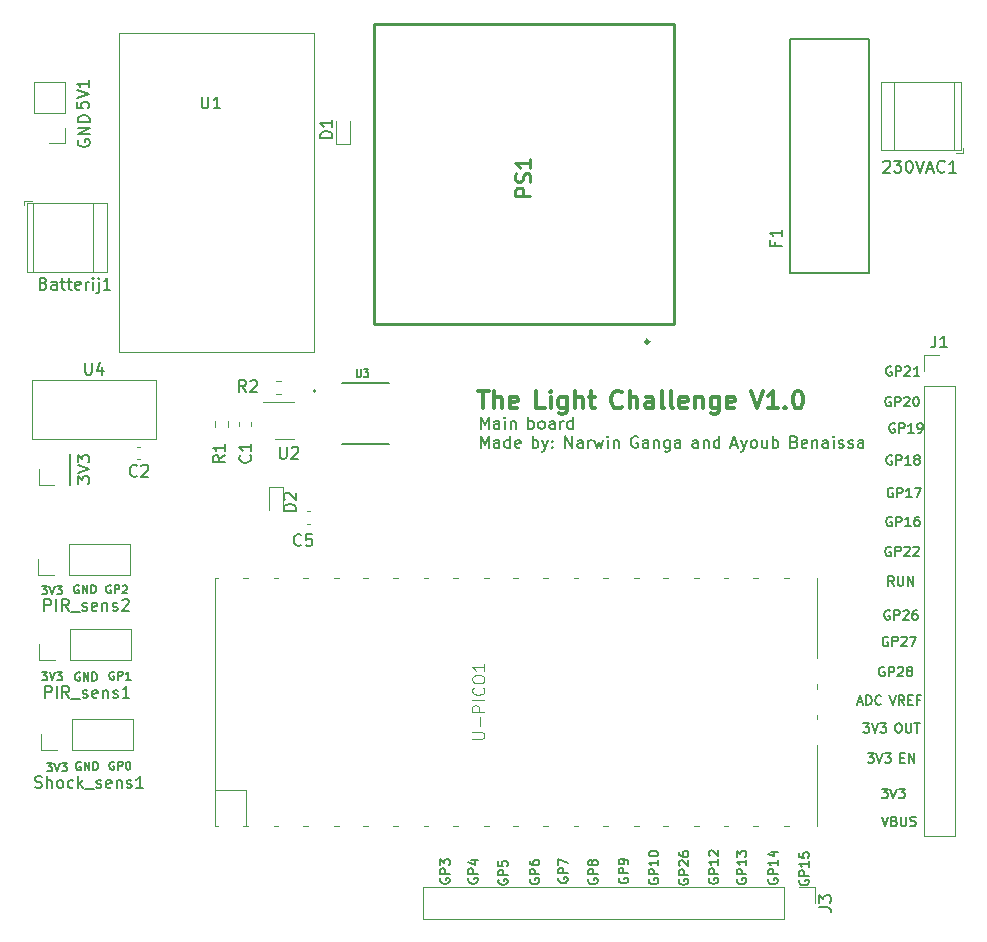
<source format=gbr>
%TF.GenerationSoftware,KiCad,Pcbnew,(7.0.0)*%
%TF.CreationDate,2023-11-14T13:40:16+01:00*%
%TF.ProjectId,PCB-light-challenge,5043422d-6c69-4676-9874-2d6368616c6c,rev?*%
%TF.SameCoordinates,Original*%
%TF.FileFunction,Legend,Top*%
%TF.FilePolarity,Positive*%
%FSLAX46Y46*%
G04 Gerber Fmt 4.6, Leading zero omitted, Abs format (unit mm)*
G04 Created by KiCad (PCBNEW (7.0.0)) date 2023-11-14 13:40:16*
%MOMM*%
%LPD*%
G01*
G04 APERTURE LIST*
%ADD10C,0.150000*%
%ADD11C,0.300000*%
%ADD12C,0.254000*%
%ADD13C,0.100000*%
%ADD14C,0.120000*%
%ADD15C,0.127000*%
%ADD16C,0.200000*%
G04 APERTURE END LIST*
D10*
X245959523Y-107384000D02*
X245883333Y-107345904D01*
X245883333Y-107345904D02*
X245769047Y-107345904D01*
X245769047Y-107345904D02*
X245654761Y-107384000D01*
X245654761Y-107384000D02*
X245578571Y-107460190D01*
X245578571Y-107460190D02*
X245540476Y-107536380D01*
X245540476Y-107536380D02*
X245502380Y-107688761D01*
X245502380Y-107688761D02*
X245502380Y-107803047D01*
X245502380Y-107803047D02*
X245540476Y-107955428D01*
X245540476Y-107955428D02*
X245578571Y-108031619D01*
X245578571Y-108031619D02*
X245654761Y-108107809D01*
X245654761Y-108107809D02*
X245769047Y-108145904D01*
X245769047Y-108145904D02*
X245845238Y-108145904D01*
X245845238Y-108145904D02*
X245959523Y-108107809D01*
X245959523Y-108107809D02*
X245997619Y-108069714D01*
X245997619Y-108069714D02*
X245997619Y-107803047D01*
X245997619Y-107803047D02*
X245845238Y-107803047D01*
X246340476Y-108145904D02*
X246340476Y-107345904D01*
X246340476Y-107345904D02*
X246645238Y-107345904D01*
X246645238Y-107345904D02*
X246721428Y-107384000D01*
X246721428Y-107384000D02*
X246759523Y-107422095D01*
X246759523Y-107422095D02*
X246797619Y-107498285D01*
X246797619Y-107498285D02*
X246797619Y-107612571D01*
X246797619Y-107612571D02*
X246759523Y-107688761D01*
X246759523Y-107688761D02*
X246721428Y-107726857D01*
X246721428Y-107726857D02*
X246645238Y-107764952D01*
X246645238Y-107764952D02*
X246340476Y-107764952D01*
X247102380Y-107422095D02*
X247140476Y-107384000D01*
X247140476Y-107384000D02*
X247216666Y-107345904D01*
X247216666Y-107345904D02*
X247407142Y-107345904D01*
X247407142Y-107345904D02*
X247483333Y-107384000D01*
X247483333Y-107384000D02*
X247521428Y-107422095D01*
X247521428Y-107422095D02*
X247559523Y-107498285D01*
X247559523Y-107498285D02*
X247559523Y-107574476D01*
X247559523Y-107574476D02*
X247521428Y-107688761D01*
X247521428Y-107688761D02*
X247064285Y-108145904D01*
X247064285Y-108145904D02*
X247559523Y-108145904D01*
X248054762Y-107345904D02*
X248130952Y-107345904D01*
X248130952Y-107345904D02*
X248207143Y-107384000D01*
X248207143Y-107384000D02*
X248245238Y-107422095D01*
X248245238Y-107422095D02*
X248283333Y-107498285D01*
X248283333Y-107498285D02*
X248321428Y-107650666D01*
X248321428Y-107650666D02*
X248321428Y-107841142D01*
X248321428Y-107841142D02*
X248283333Y-107993523D01*
X248283333Y-107993523D02*
X248245238Y-108069714D01*
X248245238Y-108069714D02*
X248207143Y-108107809D01*
X248207143Y-108107809D02*
X248130952Y-108145904D01*
X248130952Y-108145904D02*
X248054762Y-108145904D01*
X248054762Y-108145904D02*
X247978571Y-108107809D01*
X247978571Y-108107809D02*
X247940476Y-108069714D01*
X247940476Y-108069714D02*
X247902381Y-107993523D01*
X247902381Y-107993523D02*
X247864285Y-107841142D01*
X247864285Y-107841142D02*
X247864285Y-107650666D01*
X247864285Y-107650666D02*
X247902381Y-107498285D01*
X247902381Y-107498285D02*
X247940476Y-107422095D01*
X247940476Y-107422095D02*
X247978571Y-107384000D01*
X247978571Y-107384000D02*
X248054762Y-107345904D01*
X177363333Y-138301000D02*
X177296666Y-138267666D01*
X177296666Y-138267666D02*
X177196666Y-138267666D01*
X177196666Y-138267666D02*
X177096666Y-138301000D01*
X177096666Y-138301000D02*
X177030000Y-138367666D01*
X177030000Y-138367666D02*
X176996666Y-138434333D01*
X176996666Y-138434333D02*
X176963333Y-138567666D01*
X176963333Y-138567666D02*
X176963333Y-138667666D01*
X176963333Y-138667666D02*
X176996666Y-138801000D01*
X176996666Y-138801000D02*
X177030000Y-138867666D01*
X177030000Y-138867666D02*
X177096666Y-138934333D01*
X177096666Y-138934333D02*
X177196666Y-138967666D01*
X177196666Y-138967666D02*
X177263333Y-138967666D01*
X177263333Y-138967666D02*
X177363333Y-138934333D01*
X177363333Y-138934333D02*
X177396666Y-138901000D01*
X177396666Y-138901000D02*
X177396666Y-138667666D01*
X177396666Y-138667666D02*
X177263333Y-138667666D01*
X177696666Y-138967666D02*
X177696666Y-138267666D01*
X177696666Y-138267666D02*
X178096666Y-138967666D01*
X178096666Y-138967666D02*
X178096666Y-138267666D01*
X178429999Y-138967666D02*
X178429999Y-138267666D01*
X178429999Y-138267666D02*
X178596666Y-138267666D01*
X178596666Y-138267666D02*
X178696666Y-138301000D01*
X178696666Y-138301000D02*
X178763333Y-138367666D01*
X178763333Y-138367666D02*
X178796666Y-138434333D01*
X178796666Y-138434333D02*
X178829999Y-138567666D01*
X178829999Y-138567666D02*
X178829999Y-138667666D01*
X178829999Y-138667666D02*
X178796666Y-138801000D01*
X178796666Y-138801000D02*
X178763333Y-138867666D01*
X178763333Y-138867666D02*
X178696666Y-138934333D01*
X178696666Y-138934333D02*
X178596666Y-138967666D01*
X178596666Y-138967666D02*
X178429999Y-138967666D01*
X235614000Y-148170476D02*
X235575904Y-148246666D01*
X235575904Y-148246666D02*
X235575904Y-148360952D01*
X235575904Y-148360952D02*
X235614000Y-148475238D01*
X235614000Y-148475238D02*
X235690190Y-148551428D01*
X235690190Y-148551428D02*
X235766380Y-148589523D01*
X235766380Y-148589523D02*
X235918761Y-148627619D01*
X235918761Y-148627619D02*
X236033047Y-148627619D01*
X236033047Y-148627619D02*
X236185428Y-148589523D01*
X236185428Y-148589523D02*
X236261619Y-148551428D01*
X236261619Y-148551428D02*
X236337809Y-148475238D01*
X236337809Y-148475238D02*
X236375904Y-148360952D01*
X236375904Y-148360952D02*
X236375904Y-148284761D01*
X236375904Y-148284761D02*
X236337809Y-148170476D01*
X236337809Y-148170476D02*
X236299714Y-148132380D01*
X236299714Y-148132380D02*
X236033047Y-148132380D01*
X236033047Y-148132380D02*
X236033047Y-148284761D01*
X236375904Y-147789523D02*
X235575904Y-147789523D01*
X235575904Y-147789523D02*
X235575904Y-147484761D01*
X235575904Y-147484761D02*
X235614000Y-147408571D01*
X235614000Y-147408571D02*
X235652095Y-147370476D01*
X235652095Y-147370476D02*
X235728285Y-147332380D01*
X235728285Y-147332380D02*
X235842571Y-147332380D01*
X235842571Y-147332380D02*
X235918761Y-147370476D01*
X235918761Y-147370476D02*
X235956857Y-147408571D01*
X235956857Y-147408571D02*
X235994952Y-147484761D01*
X235994952Y-147484761D02*
X235994952Y-147789523D01*
X236375904Y-146570476D02*
X236375904Y-147027619D01*
X236375904Y-146799047D02*
X235575904Y-146799047D01*
X235575904Y-146799047D02*
X235690190Y-146875238D01*
X235690190Y-146875238D02*
X235766380Y-146951428D01*
X235766380Y-146951428D02*
X235804476Y-147027619D01*
X235842571Y-145884761D02*
X236375904Y-145884761D01*
X235537809Y-146075237D02*
X236109238Y-146265714D01*
X236109238Y-146265714D02*
X236109238Y-145770475D01*
X220374000Y-148170476D02*
X220335904Y-148246666D01*
X220335904Y-148246666D02*
X220335904Y-148360952D01*
X220335904Y-148360952D02*
X220374000Y-148475238D01*
X220374000Y-148475238D02*
X220450190Y-148551428D01*
X220450190Y-148551428D02*
X220526380Y-148589523D01*
X220526380Y-148589523D02*
X220678761Y-148627619D01*
X220678761Y-148627619D02*
X220793047Y-148627619D01*
X220793047Y-148627619D02*
X220945428Y-148589523D01*
X220945428Y-148589523D02*
X221021619Y-148551428D01*
X221021619Y-148551428D02*
X221097809Y-148475238D01*
X221097809Y-148475238D02*
X221135904Y-148360952D01*
X221135904Y-148360952D02*
X221135904Y-148284761D01*
X221135904Y-148284761D02*
X221097809Y-148170476D01*
X221097809Y-148170476D02*
X221059714Y-148132380D01*
X221059714Y-148132380D02*
X220793047Y-148132380D01*
X220793047Y-148132380D02*
X220793047Y-148284761D01*
X221135904Y-147789523D02*
X220335904Y-147789523D01*
X220335904Y-147789523D02*
X220335904Y-147484761D01*
X220335904Y-147484761D02*
X220374000Y-147408571D01*
X220374000Y-147408571D02*
X220412095Y-147370476D01*
X220412095Y-147370476D02*
X220488285Y-147332380D01*
X220488285Y-147332380D02*
X220602571Y-147332380D01*
X220602571Y-147332380D02*
X220678761Y-147370476D01*
X220678761Y-147370476D02*
X220716857Y-147408571D01*
X220716857Y-147408571D02*
X220754952Y-147484761D01*
X220754952Y-147484761D02*
X220754952Y-147789523D01*
X220678761Y-146875238D02*
X220640666Y-146951428D01*
X220640666Y-146951428D02*
X220602571Y-146989523D01*
X220602571Y-146989523D02*
X220526380Y-147027619D01*
X220526380Y-147027619D02*
X220488285Y-147027619D01*
X220488285Y-147027619D02*
X220412095Y-146989523D01*
X220412095Y-146989523D02*
X220374000Y-146951428D01*
X220374000Y-146951428D02*
X220335904Y-146875238D01*
X220335904Y-146875238D02*
X220335904Y-146722857D01*
X220335904Y-146722857D02*
X220374000Y-146646666D01*
X220374000Y-146646666D02*
X220412095Y-146608571D01*
X220412095Y-146608571D02*
X220488285Y-146570476D01*
X220488285Y-146570476D02*
X220526380Y-146570476D01*
X220526380Y-146570476D02*
X220602571Y-146608571D01*
X220602571Y-146608571D02*
X220640666Y-146646666D01*
X220640666Y-146646666D02*
X220678761Y-146722857D01*
X220678761Y-146722857D02*
X220678761Y-146875238D01*
X220678761Y-146875238D02*
X220716857Y-146951428D01*
X220716857Y-146951428D02*
X220754952Y-146989523D01*
X220754952Y-146989523D02*
X220831142Y-147027619D01*
X220831142Y-147027619D02*
X220983523Y-147027619D01*
X220983523Y-147027619D02*
X221059714Y-146989523D01*
X221059714Y-146989523D02*
X221097809Y-146951428D01*
X221097809Y-146951428D02*
X221135904Y-146875238D01*
X221135904Y-146875238D02*
X221135904Y-146722857D01*
X221135904Y-146722857D02*
X221097809Y-146646666D01*
X221097809Y-146646666D02*
X221059714Y-146608571D01*
X221059714Y-146608571D02*
X220983523Y-146570476D01*
X220983523Y-146570476D02*
X220831142Y-146570476D01*
X220831142Y-146570476D02*
X220754952Y-146608571D01*
X220754952Y-146608571D02*
X220716857Y-146646666D01*
X220716857Y-146646666D02*
X220678761Y-146722857D01*
X177193333Y-123331000D02*
X177126666Y-123297666D01*
X177126666Y-123297666D02*
X177026666Y-123297666D01*
X177026666Y-123297666D02*
X176926666Y-123331000D01*
X176926666Y-123331000D02*
X176860000Y-123397666D01*
X176860000Y-123397666D02*
X176826666Y-123464333D01*
X176826666Y-123464333D02*
X176793333Y-123597666D01*
X176793333Y-123597666D02*
X176793333Y-123697666D01*
X176793333Y-123697666D02*
X176826666Y-123831000D01*
X176826666Y-123831000D02*
X176860000Y-123897666D01*
X176860000Y-123897666D02*
X176926666Y-123964333D01*
X176926666Y-123964333D02*
X177026666Y-123997666D01*
X177026666Y-123997666D02*
X177093333Y-123997666D01*
X177093333Y-123997666D02*
X177193333Y-123964333D01*
X177193333Y-123964333D02*
X177226666Y-123931000D01*
X177226666Y-123931000D02*
X177226666Y-123697666D01*
X177226666Y-123697666D02*
X177093333Y-123697666D01*
X177526666Y-123997666D02*
X177526666Y-123297666D01*
X177526666Y-123297666D02*
X177926666Y-123997666D01*
X177926666Y-123997666D02*
X177926666Y-123297666D01*
X178259999Y-123997666D02*
X178259999Y-123297666D01*
X178259999Y-123297666D02*
X178426666Y-123297666D01*
X178426666Y-123297666D02*
X178526666Y-123331000D01*
X178526666Y-123331000D02*
X178593333Y-123397666D01*
X178593333Y-123397666D02*
X178626666Y-123464333D01*
X178626666Y-123464333D02*
X178659999Y-123597666D01*
X178659999Y-123597666D02*
X178659999Y-123697666D01*
X178659999Y-123697666D02*
X178626666Y-123831000D01*
X178626666Y-123831000D02*
X178593333Y-123897666D01*
X178593333Y-123897666D02*
X178526666Y-123964333D01*
X178526666Y-123964333D02*
X178426666Y-123997666D01*
X178426666Y-123997666D02*
X178259999Y-123997666D01*
X179913333Y-123331000D02*
X179846666Y-123297666D01*
X179846666Y-123297666D02*
X179746666Y-123297666D01*
X179746666Y-123297666D02*
X179646666Y-123331000D01*
X179646666Y-123331000D02*
X179580000Y-123397666D01*
X179580000Y-123397666D02*
X179546666Y-123464333D01*
X179546666Y-123464333D02*
X179513333Y-123597666D01*
X179513333Y-123597666D02*
X179513333Y-123697666D01*
X179513333Y-123697666D02*
X179546666Y-123831000D01*
X179546666Y-123831000D02*
X179580000Y-123897666D01*
X179580000Y-123897666D02*
X179646666Y-123964333D01*
X179646666Y-123964333D02*
X179746666Y-123997666D01*
X179746666Y-123997666D02*
X179813333Y-123997666D01*
X179813333Y-123997666D02*
X179913333Y-123964333D01*
X179913333Y-123964333D02*
X179946666Y-123931000D01*
X179946666Y-123931000D02*
X179946666Y-123697666D01*
X179946666Y-123697666D02*
X179813333Y-123697666D01*
X180246666Y-123997666D02*
X180246666Y-123297666D01*
X180246666Y-123297666D02*
X180513333Y-123297666D01*
X180513333Y-123297666D02*
X180580000Y-123331000D01*
X180580000Y-123331000D02*
X180613333Y-123364333D01*
X180613333Y-123364333D02*
X180646666Y-123431000D01*
X180646666Y-123431000D02*
X180646666Y-123531000D01*
X180646666Y-123531000D02*
X180613333Y-123597666D01*
X180613333Y-123597666D02*
X180580000Y-123631000D01*
X180580000Y-123631000D02*
X180513333Y-123664333D01*
X180513333Y-123664333D02*
X180246666Y-123664333D01*
X180913333Y-123364333D02*
X180946666Y-123331000D01*
X180946666Y-123331000D02*
X181013333Y-123297666D01*
X181013333Y-123297666D02*
X181180000Y-123297666D01*
X181180000Y-123297666D02*
X181246666Y-123331000D01*
X181246666Y-123331000D02*
X181280000Y-123364333D01*
X181280000Y-123364333D02*
X181313333Y-123431000D01*
X181313333Y-123431000D02*
X181313333Y-123497666D01*
X181313333Y-123497666D02*
X181280000Y-123597666D01*
X181280000Y-123597666D02*
X180880000Y-123997666D01*
X180880000Y-123997666D02*
X181313333Y-123997666D01*
X243152380Y-133207333D02*
X243533333Y-133207333D01*
X243076190Y-133435904D02*
X243342857Y-132635904D01*
X243342857Y-132635904D02*
X243609523Y-133435904D01*
X243876190Y-133435904D02*
X243876190Y-132635904D01*
X243876190Y-132635904D02*
X244066666Y-132635904D01*
X244066666Y-132635904D02*
X244180952Y-132674000D01*
X244180952Y-132674000D02*
X244257142Y-132750190D01*
X244257142Y-132750190D02*
X244295237Y-132826380D01*
X244295237Y-132826380D02*
X244333333Y-132978761D01*
X244333333Y-132978761D02*
X244333333Y-133093047D01*
X244333333Y-133093047D02*
X244295237Y-133245428D01*
X244295237Y-133245428D02*
X244257142Y-133321619D01*
X244257142Y-133321619D02*
X244180952Y-133397809D01*
X244180952Y-133397809D02*
X244066666Y-133435904D01*
X244066666Y-133435904D02*
X243876190Y-133435904D01*
X245133333Y-133359714D02*
X245095237Y-133397809D01*
X245095237Y-133397809D02*
X244980952Y-133435904D01*
X244980952Y-133435904D02*
X244904761Y-133435904D01*
X244904761Y-133435904D02*
X244790475Y-133397809D01*
X244790475Y-133397809D02*
X244714285Y-133321619D01*
X244714285Y-133321619D02*
X244676190Y-133245428D01*
X244676190Y-133245428D02*
X244638094Y-133093047D01*
X244638094Y-133093047D02*
X244638094Y-132978761D01*
X244638094Y-132978761D02*
X244676190Y-132826380D01*
X244676190Y-132826380D02*
X244714285Y-132750190D01*
X244714285Y-132750190D02*
X244790475Y-132674000D01*
X244790475Y-132674000D02*
X244904761Y-132635904D01*
X244904761Y-132635904D02*
X244980952Y-132635904D01*
X244980952Y-132635904D02*
X245095237Y-132674000D01*
X245095237Y-132674000D02*
X245133333Y-132712095D01*
X245841904Y-132635904D02*
X246108571Y-133435904D01*
X246108571Y-133435904D02*
X246375237Y-132635904D01*
X247099047Y-133435904D02*
X246832380Y-133054952D01*
X246641904Y-133435904D02*
X246641904Y-132635904D01*
X246641904Y-132635904D02*
X246946666Y-132635904D01*
X246946666Y-132635904D02*
X247022856Y-132674000D01*
X247022856Y-132674000D02*
X247060951Y-132712095D01*
X247060951Y-132712095D02*
X247099047Y-132788285D01*
X247099047Y-132788285D02*
X247099047Y-132902571D01*
X247099047Y-132902571D02*
X247060951Y-132978761D01*
X247060951Y-132978761D02*
X247022856Y-133016857D01*
X247022856Y-133016857D02*
X246946666Y-133054952D01*
X246946666Y-133054952D02*
X246641904Y-133054952D01*
X247441904Y-133016857D02*
X247708570Y-133016857D01*
X247822856Y-133435904D02*
X247441904Y-133435904D01*
X247441904Y-133435904D02*
X247441904Y-132635904D01*
X247441904Y-132635904D02*
X247822856Y-132635904D01*
X248432380Y-133016857D02*
X248165714Y-133016857D01*
X248165714Y-133435904D02*
X248165714Y-132635904D01*
X248165714Y-132635904D02*
X248546666Y-132635904D01*
X245949523Y-120064000D02*
X245873333Y-120025904D01*
X245873333Y-120025904D02*
X245759047Y-120025904D01*
X245759047Y-120025904D02*
X245644761Y-120064000D01*
X245644761Y-120064000D02*
X245568571Y-120140190D01*
X245568571Y-120140190D02*
X245530476Y-120216380D01*
X245530476Y-120216380D02*
X245492380Y-120368761D01*
X245492380Y-120368761D02*
X245492380Y-120483047D01*
X245492380Y-120483047D02*
X245530476Y-120635428D01*
X245530476Y-120635428D02*
X245568571Y-120711619D01*
X245568571Y-120711619D02*
X245644761Y-120787809D01*
X245644761Y-120787809D02*
X245759047Y-120825904D01*
X245759047Y-120825904D02*
X245835238Y-120825904D01*
X245835238Y-120825904D02*
X245949523Y-120787809D01*
X245949523Y-120787809D02*
X245987619Y-120749714D01*
X245987619Y-120749714D02*
X245987619Y-120483047D01*
X245987619Y-120483047D02*
X245835238Y-120483047D01*
X246330476Y-120825904D02*
X246330476Y-120025904D01*
X246330476Y-120025904D02*
X246635238Y-120025904D01*
X246635238Y-120025904D02*
X246711428Y-120064000D01*
X246711428Y-120064000D02*
X246749523Y-120102095D01*
X246749523Y-120102095D02*
X246787619Y-120178285D01*
X246787619Y-120178285D02*
X246787619Y-120292571D01*
X246787619Y-120292571D02*
X246749523Y-120368761D01*
X246749523Y-120368761D02*
X246711428Y-120406857D01*
X246711428Y-120406857D02*
X246635238Y-120444952D01*
X246635238Y-120444952D02*
X246330476Y-120444952D01*
X247092380Y-120102095D02*
X247130476Y-120064000D01*
X247130476Y-120064000D02*
X247206666Y-120025904D01*
X247206666Y-120025904D02*
X247397142Y-120025904D01*
X247397142Y-120025904D02*
X247473333Y-120064000D01*
X247473333Y-120064000D02*
X247511428Y-120102095D01*
X247511428Y-120102095D02*
X247549523Y-120178285D01*
X247549523Y-120178285D02*
X247549523Y-120254476D01*
X247549523Y-120254476D02*
X247511428Y-120368761D01*
X247511428Y-120368761D02*
X247054285Y-120825904D01*
X247054285Y-120825904D02*
X247549523Y-120825904D01*
X247854285Y-120102095D02*
X247892381Y-120064000D01*
X247892381Y-120064000D02*
X247968571Y-120025904D01*
X247968571Y-120025904D02*
X248159047Y-120025904D01*
X248159047Y-120025904D02*
X248235238Y-120064000D01*
X248235238Y-120064000D02*
X248273333Y-120102095D01*
X248273333Y-120102095D02*
X248311428Y-120178285D01*
X248311428Y-120178285D02*
X248311428Y-120254476D01*
X248311428Y-120254476D02*
X248273333Y-120368761D01*
X248273333Y-120368761D02*
X247816190Y-120825904D01*
X247816190Y-120825904D02*
X248311428Y-120825904D01*
D11*
X211042857Y-106833571D02*
X211900000Y-106833571D01*
X211471428Y-108333571D02*
X211471428Y-106833571D01*
X212399999Y-108333571D02*
X212399999Y-106833571D01*
X213042857Y-108333571D02*
X213042857Y-107547857D01*
X213042857Y-107547857D02*
X212971428Y-107405000D01*
X212971428Y-107405000D02*
X212828571Y-107333571D01*
X212828571Y-107333571D02*
X212614285Y-107333571D01*
X212614285Y-107333571D02*
X212471428Y-107405000D01*
X212471428Y-107405000D02*
X212399999Y-107476428D01*
X214328571Y-108262142D02*
X214185714Y-108333571D01*
X214185714Y-108333571D02*
X213900000Y-108333571D01*
X213900000Y-108333571D02*
X213757142Y-108262142D01*
X213757142Y-108262142D02*
X213685714Y-108119285D01*
X213685714Y-108119285D02*
X213685714Y-107547857D01*
X213685714Y-107547857D02*
X213757142Y-107405000D01*
X213757142Y-107405000D02*
X213900000Y-107333571D01*
X213900000Y-107333571D02*
X214185714Y-107333571D01*
X214185714Y-107333571D02*
X214328571Y-107405000D01*
X214328571Y-107405000D02*
X214400000Y-107547857D01*
X214400000Y-107547857D02*
X214400000Y-107690714D01*
X214400000Y-107690714D02*
X213685714Y-107833571D01*
X216657142Y-108333571D02*
X215942856Y-108333571D01*
X215942856Y-108333571D02*
X215942856Y-106833571D01*
X217157142Y-108333571D02*
X217157142Y-107333571D01*
X217157142Y-106833571D02*
X217085714Y-106905000D01*
X217085714Y-106905000D02*
X217157142Y-106976428D01*
X217157142Y-106976428D02*
X217228571Y-106905000D01*
X217228571Y-106905000D02*
X217157142Y-106833571D01*
X217157142Y-106833571D02*
X217157142Y-106976428D01*
X218514286Y-107333571D02*
X218514286Y-108547857D01*
X218514286Y-108547857D02*
X218442857Y-108690714D01*
X218442857Y-108690714D02*
X218371428Y-108762142D01*
X218371428Y-108762142D02*
X218228571Y-108833571D01*
X218228571Y-108833571D02*
X218014286Y-108833571D01*
X218014286Y-108833571D02*
X217871428Y-108762142D01*
X218514286Y-108262142D02*
X218371428Y-108333571D01*
X218371428Y-108333571D02*
X218085714Y-108333571D01*
X218085714Y-108333571D02*
X217942857Y-108262142D01*
X217942857Y-108262142D02*
X217871428Y-108190714D01*
X217871428Y-108190714D02*
X217800000Y-108047857D01*
X217800000Y-108047857D02*
X217800000Y-107619285D01*
X217800000Y-107619285D02*
X217871428Y-107476428D01*
X217871428Y-107476428D02*
X217942857Y-107405000D01*
X217942857Y-107405000D02*
X218085714Y-107333571D01*
X218085714Y-107333571D02*
X218371428Y-107333571D01*
X218371428Y-107333571D02*
X218514286Y-107405000D01*
X219228571Y-108333571D02*
X219228571Y-106833571D01*
X219871429Y-108333571D02*
X219871429Y-107547857D01*
X219871429Y-107547857D02*
X219800000Y-107405000D01*
X219800000Y-107405000D02*
X219657143Y-107333571D01*
X219657143Y-107333571D02*
X219442857Y-107333571D01*
X219442857Y-107333571D02*
X219300000Y-107405000D01*
X219300000Y-107405000D02*
X219228571Y-107476428D01*
X220371429Y-107333571D02*
X220942857Y-107333571D01*
X220585714Y-106833571D02*
X220585714Y-108119285D01*
X220585714Y-108119285D02*
X220657143Y-108262142D01*
X220657143Y-108262142D02*
X220800000Y-108333571D01*
X220800000Y-108333571D02*
X220942857Y-108333571D01*
X223200000Y-108190714D02*
X223128572Y-108262142D01*
X223128572Y-108262142D02*
X222914286Y-108333571D01*
X222914286Y-108333571D02*
X222771429Y-108333571D01*
X222771429Y-108333571D02*
X222557143Y-108262142D01*
X222557143Y-108262142D02*
X222414286Y-108119285D01*
X222414286Y-108119285D02*
X222342857Y-107976428D01*
X222342857Y-107976428D02*
X222271429Y-107690714D01*
X222271429Y-107690714D02*
X222271429Y-107476428D01*
X222271429Y-107476428D02*
X222342857Y-107190714D01*
X222342857Y-107190714D02*
X222414286Y-107047857D01*
X222414286Y-107047857D02*
X222557143Y-106905000D01*
X222557143Y-106905000D02*
X222771429Y-106833571D01*
X222771429Y-106833571D02*
X222914286Y-106833571D01*
X222914286Y-106833571D02*
X223128572Y-106905000D01*
X223128572Y-106905000D02*
X223200000Y-106976428D01*
X223842857Y-108333571D02*
X223842857Y-106833571D01*
X224485715Y-108333571D02*
X224485715Y-107547857D01*
X224485715Y-107547857D02*
X224414286Y-107405000D01*
X224414286Y-107405000D02*
X224271429Y-107333571D01*
X224271429Y-107333571D02*
X224057143Y-107333571D01*
X224057143Y-107333571D02*
X223914286Y-107405000D01*
X223914286Y-107405000D02*
X223842857Y-107476428D01*
X225842858Y-108333571D02*
X225842858Y-107547857D01*
X225842858Y-107547857D02*
X225771429Y-107405000D01*
X225771429Y-107405000D02*
X225628572Y-107333571D01*
X225628572Y-107333571D02*
X225342858Y-107333571D01*
X225342858Y-107333571D02*
X225200000Y-107405000D01*
X225842858Y-108262142D02*
X225700000Y-108333571D01*
X225700000Y-108333571D02*
X225342858Y-108333571D01*
X225342858Y-108333571D02*
X225200000Y-108262142D01*
X225200000Y-108262142D02*
X225128572Y-108119285D01*
X225128572Y-108119285D02*
X225128572Y-107976428D01*
X225128572Y-107976428D02*
X225200000Y-107833571D01*
X225200000Y-107833571D02*
X225342858Y-107762142D01*
X225342858Y-107762142D02*
X225700000Y-107762142D01*
X225700000Y-107762142D02*
X225842858Y-107690714D01*
X226771429Y-108333571D02*
X226628572Y-108262142D01*
X226628572Y-108262142D02*
X226557143Y-108119285D01*
X226557143Y-108119285D02*
X226557143Y-106833571D01*
X227557143Y-108333571D02*
X227414286Y-108262142D01*
X227414286Y-108262142D02*
X227342857Y-108119285D01*
X227342857Y-108119285D02*
X227342857Y-106833571D01*
X228700000Y-108262142D02*
X228557143Y-108333571D01*
X228557143Y-108333571D02*
X228271429Y-108333571D01*
X228271429Y-108333571D02*
X228128571Y-108262142D01*
X228128571Y-108262142D02*
X228057143Y-108119285D01*
X228057143Y-108119285D02*
X228057143Y-107547857D01*
X228057143Y-107547857D02*
X228128571Y-107405000D01*
X228128571Y-107405000D02*
X228271429Y-107333571D01*
X228271429Y-107333571D02*
X228557143Y-107333571D01*
X228557143Y-107333571D02*
X228700000Y-107405000D01*
X228700000Y-107405000D02*
X228771429Y-107547857D01*
X228771429Y-107547857D02*
X228771429Y-107690714D01*
X228771429Y-107690714D02*
X228057143Y-107833571D01*
X229414285Y-107333571D02*
X229414285Y-108333571D01*
X229414285Y-107476428D02*
X229485714Y-107405000D01*
X229485714Y-107405000D02*
X229628571Y-107333571D01*
X229628571Y-107333571D02*
X229842857Y-107333571D01*
X229842857Y-107333571D02*
X229985714Y-107405000D01*
X229985714Y-107405000D02*
X230057143Y-107547857D01*
X230057143Y-107547857D02*
X230057143Y-108333571D01*
X231414286Y-107333571D02*
X231414286Y-108547857D01*
X231414286Y-108547857D02*
X231342857Y-108690714D01*
X231342857Y-108690714D02*
X231271428Y-108762142D01*
X231271428Y-108762142D02*
X231128571Y-108833571D01*
X231128571Y-108833571D02*
X230914286Y-108833571D01*
X230914286Y-108833571D02*
X230771428Y-108762142D01*
X231414286Y-108262142D02*
X231271428Y-108333571D01*
X231271428Y-108333571D02*
X230985714Y-108333571D01*
X230985714Y-108333571D02*
X230842857Y-108262142D01*
X230842857Y-108262142D02*
X230771428Y-108190714D01*
X230771428Y-108190714D02*
X230700000Y-108047857D01*
X230700000Y-108047857D02*
X230700000Y-107619285D01*
X230700000Y-107619285D02*
X230771428Y-107476428D01*
X230771428Y-107476428D02*
X230842857Y-107405000D01*
X230842857Y-107405000D02*
X230985714Y-107333571D01*
X230985714Y-107333571D02*
X231271428Y-107333571D01*
X231271428Y-107333571D02*
X231414286Y-107405000D01*
X232700000Y-108262142D02*
X232557143Y-108333571D01*
X232557143Y-108333571D02*
X232271429Y-108333571D01*
X232271429Y-108333571D02*
X232128571Y-108262142D01*
X232128571Y-108262142D02*
X232057143Y-108119285D01*
X232057143Y-108119285D02*
X232057143Y-107547857D01*
X232057143Y-107547857D02*
X232128571Y-107405000D01*
X232128571Y-107405000D02*
X232271429Y-107333571D01*
X232271429Y-107333571D02*
X232557143Y-107333571D01*
X232557143Y-107333571D02*
X232700000Y-107405000D01*
X232700000Y-107405000D02*
X232771429Y-107547857D01*
X232771429Y-107547857D02*
X232771429Y-107690714D01*
X232771429Y-107690714D02*
X232057143Y-107833571D01*
X234100000Y-106833571D02*
X234600000Y-108333571D01*
X234600000Y-108333571D02*
X235100000Y-106833571D01*
X236385714Y-108333571D02*
X235528571Y-108333571D01*
X235957142Y-108333571D02*
X235957142Y-106833571D01*
X235957142Y-106833571D02*
X235814285Y-107047857D01*
X235814285Y-107047857D02*
X235671428Y-107190714D01*
X235671428Y-107190714D02*
X235528571Y-107262142D01*
X237028570Y-108190714D02*
X237099999Y-108262142D01*
X237099999Y-108262142D02*
X237028570Y-108333571D01*
X237028570Y-108333571D02*
X236957142Y-108262142D01*
X236957142Y-108262142D02*
X237028570Y-108190714D01*
X237028570Y-108190714D02*
X237028570Y-108333571D01*
X238028571Y-106833571D02*
X238171428Y-106833571D01*
X238171428Y-106833571D02*
X238314285Y-106905000D01*
X238314285Y-106905000D02*
X238385714Y-106976428D01*
X238385714Y-106976428D02*
X238457142Y-107119285D01*
X238457142Y-107119285D02*
X238528571Y-107405000D01*
X238528571Y-107405000D02*
X238528571Y-107762142D01*
X238528571Y-107762142D02*
X238457142Y-108047857D01*
X238457142Y-108047857D02*
X238385714Y-108190714D01*
X238385714Y-108190714D02*
X238314285Y-108262142D01*
X238314285Y-108262142D02*
X238171428Y-108333571D01*
X238171428Y-108333571D02*
X238028571Y-108333571D01*
X238028571Y-108333571D02*
X237885714Y-108262142D01*
X237885714Y-108262142D02*
X237814285Y-108190714D01*
X237814285Y-108190714D02*
X237742856Y-108047857D01*
X237742856Y-108047857D02*
X237671428Y-107762142D01*
X237671428Y-107762142D02*
X237671428Y-107405000D01*
X237671428Y-107405000D02*
X237742856Y-107119285D01*
X237742856Y-107119285D02*
X237814285Y-106976428D01*
X237814285Y-106976428D02*
X237885714Y-106905000D01*
X237885714Y-106905000D02*
X238028571Y-106833571D01*
D10*
X246217619Y-123355904D02*
X245950952Y-122974952D01*
X245760476Y-123355904D02*
X245760476Y-122555904D01*
X245760476Y-122555904D02*
X246065238Y-122555904D01*
X246065238Y-122555904D02*
X246141428Y-122594000D01*
X246141428Y-122594000D02*
X246179523Y-122632095D01*
X246179523Y-122632095D02*
X246217619Y-122708285D01*
X246217619Y-122708285D02*
X246217619Y-122822571D01*
X246217619Y-122822571D02*
X246179523Y-122898761D01*
X246179523Y-122898761D02*
X246141428Y-122936857D01*
X246141428Y-122936857D02*
X246065238Y-122974952D01*
X246065238Y-122974952D02*
X245760476Y-122974952D01*
X246560476Y-122555904D02*
X246560476Y-123203523D01*
X246560476Y-123203523D02*
X246598571Y-123279714D01*
X246598571Y-123279714D02*
X246636666Y-123317809D01*
X246636666Y-123317809D02*
X246712857Y-123355904D01*
X246712857Y-123355904D02*
X246865238Y-123355904D01*
X246865238Y-123355904D02*
X246941428Y-123317809D01*
X246941428Y-123317809D02*
X246979523Y-123279714D01*
X246979523Y-123279714D02*
X247017619Y-123203523D01*
X247017619Y-123203523D02*
X247017619Y-122555904D01*
X247398571Y-123355904D02*
X247398571Y-122555904D01*
X247398571Y-122555904D02*
X247855714Y-123355904D01*
X247855714Y-123355904D02*
X247855714Y-122555904D01*
X246029523Y-117544000D02*
X245953333Y-117505904D01*
X245953333Y-117505904D02*
X245839047Y-117505904D01*
X245839047Y-117505904D02*
X245724761Y-117544000D01*
X245724761Y-117544000D02*
X245648571Y-117620190D01*
X245648571Y-117620190D02*
X245610476Y-117696380D01*
X245610476Y-117696380D02*
X245572380Y-117848761D01*
X245572380Y-117848761D02*
X245572380Y-117963047D01*
X245572380Y-117963047D02*
X245610476Y-118115428D01*
X245610476Y-118115428D02*
X245648571Y-118191619D01*
X245648571Y-118191619D02*
X245724761Y-118267809D01*
X245724761Y-118267809D02*
X245839047Y-118305904D01*
X245839047Y-118305904D02*
X245915238Y-118305904D01*
X245915238Y-118305904D02*
X246029523Y-118267809D01*
X246029523Y-118267809D02*
X246067619Y-118229714D01*
X246067619Y-118229714D02*
X246067619Y-117963047D01*
X246067619Y-117963047D02*
X245915238Y-117963047D01*
X246410476Y-118305904D02*
X246410476Y-117505904D01*
X246410476Y-117505904D02*
X246715238Y-117505904D01*
X246715238Y-117505904D02*
X246791428Y-117544000D01*
X246791428Y-117544000D02*
X246829523Y-117582095D01*
X246829523Y-117582095D02*
X246867619Y-117658285D01*
X246867619Y-117658285D02*
X246867619Y-117772571D01*
X246867619Y-117772571D02*
X246829523Y-117848761D01*
X246829523Y-117848761D02*
X246791428Y-117886857D01*
X246791428Y-117886857D02*
X246715238Y-117924952D01*
X246715238Y-117924952D02*
X246410476Y-117924952D01*
X247629523Y-118305904D02*
X247172380Y-118305904D01*
X247400952Y-118305904D02*
X247400952Y-117505904D01*
X247400952Y-117505904D02*
X247324761Y-117620190D01*
X247324761Y-117620190D02*
X247248571Y-117696380D01*
X247248571Y-117696380D02*
X247172380Y-117734476D01*
X248315238Y-117505904D02*
X248162857Y-117505904D01*
X248162857Y-117505904D02*
X248086666Y-117544000D01*
X248086666Y-117544000D02*
X248048571Y-117582095D01*
X248048571Y-117582095D02*
X247972381Y-117696380D01*
X247972381Y-117696380D02*
X247934285Y-117848761D01*
X247934285Y-117848761D02*
X247934285Y-118153523D01*
X247934285Y-118153523D02*
X247972381Y-118229714D01*
X247972381Y-118229714D02*
X248010476Y-118267809D01*
X248010476Y-118267809D02*
X248086666Y-118305904D01*
X248086666Y-118305904D02*
X248239047Y-118305904D01*
X248239047Y-118305904D02*
X248315238Y-118267809D01*
X248315238Y-118267809D02*
X248353333Y-118229714D01*
X248353333Y-118229714D02*
X248391428Y-118153523D01*
X248391428Y-118153523D02*
X248391428Y-117963047D01*
X248391428Y-117963047D02*
X248353333Y-117886857D01*
X248353333Y-117886857D02*
X248315238Y-117848761D01*
X248315238Y-117848761D02*
X248239047Y-117810666D01*
X248239047Y-117810666D02*
X248086666Y-117810666D01*
X248086666Y-117810666D02*
X248010476Y-117848761D01*
X248010476Y-117848761D02*
X247972381Y-117886857D01*
X247972381Y-117886857D02*
X247934285Y-117963047D01*
X211238095Y-110062380D02*
X211238095Y-109062380D01*
X211238095Y-109062380D02*
X211571428Y-109776666D01*
X211571428Y-109776666D02*
X211904761Y-109062380D01*
X211904761Y-109062380D02*
X211904761Y-110062380D01*
X212809523Y-110062380D02*
X212809523Y-109538571D01*
X212809523Y-109538571D02*
X212761904Y-109443333D01*
X212761904Y-109443333D02*
X212666666Y-109395714D01*
X212666666Y-109395714D02*
X212476190Y-109395714D01*
X212476190Y-109395714D02*
X212380952Y-109443333D01*
X212809523Y-110014761D02*
X212714285Y-110062380D01*
X212714285Y-110062380D02*
X212476190Y-110062380D01*
X212476190Y-110062380D02*
X212380952Y-110014761D01*
X212380952Y-110014761D02*
X212333333Y-109919523D01*
X212333333Y-109919523D02*
X212333333Y-109824285D01*
X212333333Y-109824285D02*
X212380952Y-109729047D01*
X212380952Y-109729047D02*
X212476190Y-109681428D01*
X212476190Y-109681428D02*
X212714285Y-109681428D01*
X212714285Y-109681428D02*
X212809523Y-109633809D01*
X213285714Y-110062380D02*
X213285714Y-109395714D01*
X213285714Y-109062380D02*
X213238095Y-109110000D01*
X213238095Y-109110000D02*
X213285714Y-109157619D01*
X213285714Y-109157619D02*
X213333333Y-109110000D01*
X213333333Y-109110000D02*
X213285714Y-109062380D01*
X213285714Y-109062380D02*
X213285714Y-109157619D01*
X213761904Y-109395714D02*
X213761904Y-110062380D01*
X213761904Y-109490952D02*
X213809523Y-109443333D01*
X213809523Y-109443333D02*
X213904761Y-109395714D01*
X213904761Y-109395714D02*
X214047618Y-109395714D01*
X214047618Y-109395714D02*
X214142856Y-109443333D01*
X214142856Y-109443333D02*
X214190475Y-109538571D01*
X214190475Y-109538571D02*
X214190475Y-110062380D01*
X215266666Y-110062380D02*
X215266666Y-109062380D01*
X215266666Y-109443333D02*
X215361904Y-109395714D01*
X215361904Y-109395714D02*
X215552380Y-109395714D01*
X215552380Y-109395714D02*
X215647618Y-109443333D01*
X215647618Y-109443333D02*
X215695237Y-109490952D01*
X215695237Y-109490952D02*
X215742856Y-109586190D01*
X215742856Y-109586190D02*
X215742856Y-109871904D01*
X215742856Y-109871904D02*
X215695237Y-109967142D01*
X215695237Y-109967142D02*
X215647618Y-110014761D01*
X215647618Y-110014761D02*
X215552380Y-110062380D01*
X215552380Y-110062380D02*
X215361904Y-110062380D01*
X215361904Y-110062380D02*
X215266666Y-110014761D01*
X216314285Y-110062380D02*
X216219047Y-110014761D01*
X216219047Y-110014761D02*
X216171428Y-109967142D01*
X216171428Y-109967142D02*
X216123809Y-109871904D01*
X216123809Y-109871904D02*
X216123809Y-109586190D01*
X216123809Y-109586190D02*
X216171428Y-109490952D01*
X216171428Y-109490952D02*
X216219047Y-109443333D01*
X216219047Y-109443333D02*
X216314285Y-109395714D01*
X216314285Y-109395714D02*
X216457142Y-109395714D01*
X216457142Y-109395714D02*
X216552380Y-109443333D01*
X216552380Y-109443333D02*
X216599999Y-109490952D01*
X216599999Y-109490952D02*
X216647618Y-109586190D01*
X216647618Y-109586190D02*
X216647618Y-109871904D01*
X216647618Y-109871904D02*
X216599999Y-109967142D01*
X216599999Y-109967142D02*
X216552380Y-110014761D01*
X216552380Y-110014761D02*
X216457142Y-110062380D01*
X216457142Y-110062380D02*
X216314285Y-110062380D01*
X217504761Y-110062380D02*
X217504761Y-109538571D01*
X217504761Y-109538571D02*
X217457142Y-109443333D01*
X217457142Y-109443333D02*
X217361904Y-109395714D01*
X217361904Y-109395714D02*
X217171428Y-109395714D01*
X217171428Y-109395714D02*
X217076190Y-109443333D01*
X217504761Y-110014761D02*
X217409523Y-110062380D01*
X217409523Y-110062380D02*
X217171428Y-110062380D01*
X217171428Y-110062380D02*
X217076190Y-110014761D01*
X217076190Y-110014761D02*
X217028571Y-109919523D01*
X217028571Y-109919523D02*
X217028571Y-109824285D01*
X217028571Y-109824285D02*
X217076190Y-109729047D01*
X217076190Y-109729047D02*
X217171428Y-109681428D01*
X217171428Y-109681428D02*
X217409523Y-109681428D01*
X217409523Y-109681428D02*
X217504761Y-109633809D01*
X217980952Y-110062380D02*
X217980952Y-109395714D01*
X217980952Y-109586190D02*
X218028571Y-109490952D01*
X218028571Y-109490952D02*
X218076190Y-109443333D01*
X218076190Y-109443333D02*
X218171428Y-109395714D01*
X218171428Y-109395714D02*
X218266666Y-109395714D01*
X219028571Y-110062380D02*
X219028571Y-109062380D01*
X219028571Y-110014761D02*
X218933333Y-110062380D01*
X218933333Y-110062380D02*
X218742857Y-110062380D01*
X218742857Y-110062380D02*
X218647619Y-110014761D01*
X218647619Y-110014761D02*
X218600000Y-109967142D01*
X218600000Y-109967142D02*
X218552381Y-109871904D01*
X218552381Y-109871904D02*
X218552381Y-109586190D01*
X218552381Y-109586190D02*
X218600000Y-109490952D01*
X218600000Y-109490952D02*
X218647619Y-109443333D01*
X218647619Y-109443333D02*
X218742857Y-109395714D01*
X218742857Y-109395714D02*
X218933333Y-109395714D01*
X218933333Y-109395714D02*
X219028571Y-109443333D01*
X211238095Y-111682380D02*
X211238095Y-110682380D01*
X211238095Y-110682380D02*
X211571428Y-111396666D01*
X211571428Y-111396666D02*
X211904761Y-110682380D01*
X211904761Y-110682380D02*
X211904761Y-111682380D01*
X212809523Y-111682380D02*
X212809523Y-111158571D01*
X212809523Y-111158571D02*
X212761904Y-111063333D01*
X212761904Y-111063333D02*
X212666666Y-111015714D01*
X212666666Y-111015714D02*
X212476190Y-111015714D01*
X212476190Y-111015714D02*
X212380952Y-111063333D01*
X212809523Y-111634761D02*
X212714285Y-111682380D01*
X212714285Y-111682380D02*
X212476190Y-111682380D01*
X212476190Y-111682380D02*
X212380952Y-111634761D01*
X212380952Y-111634761D02*
X212333333Y-111539523D01*
X212333333Y-111539523D02*
X212333333Y-111444285D01*
X212333333Y-111444285D02*
X212380952Y-111349047D01*
X212380952Y-111349047D02*
X212476190Y-111301428D01*
X212476190Y-111301428D02*
X212714285Y-111301428D01*
X212714285Y-111301428D02*
X212809523Y-111253809D01*
X213714285Y-111682380D02*
X213714285Y-110682380D01*
X213714285Y-111634761D02*
X213619047Y-111682380D01*
X213619047Y-111682380D02*
X213428571Y-111682380D01*
X213428571Y-111682380D02*
X213333333Y-111634761D01*
X213333333Y-111634761D02*
X213285714Y-111587142D01*
X213285714Y-111587142D02*
X213238095Y-111491904D01*
X213238095Y-111491904D02*
X213238095Y-111206190D01*
X213238095Y-111206190D02*
X213285714Y-111110952D01*
X213285714Y-111110952D02*
X213333333Y-111063333D01*
X213333333Y-111063333D02*
X213428571Y-111015714D01*
X213428571Y-111015714D02*
X213619047Y-111015714D01*
X213619047Y-111015714D02*
X213714285Y-111063333D01*
X214571428Y-111634761D02*
X214476190Y-111682380D01*
X214476190Y-111682380D02*
X214285714Y-111682380D01*
X214285714Y-111682380D02*
X214190476Y-111634761D01*
X214190476Y-111634761D02*
X214142857Y-111539523D01*
X214142857Y-111539523D02*
X214142857Y-111158571D01*
X214142857Y-111158571D02*
X214190476Y-111063333D01*
X214190476Y-111063333D02*
X214285714Y-111015714D01*
X214285714Y-111015714D02*
X214476190Y-111015714D01*
X214476190Y-111015714D02*
X214571428Y-111063333D01*
X214571428Y-111063333D02*
X214619047Y-111158571D01*
X214619047Y-111158571D02*
X214619047Y-111253809D01*
X214619047Y-111253809D02*
X214142857Y-111349047D01*
X215647619Y-111682380D02*
X215647619Y-110682380D01*
X215647619Y-111063333D02*
X215742857Y-111015714D01*
X215742857Y-111015714D02*
X215933333Y-111015714D01*
X215933333Y-111015714D02*
X216028571Y-111063333D01*
X216028571Y-111063333D02*
X216076190Y-111110952D01*
X216076190Y-111110952D02*
X216123809Y-111206190D01*
X216123809Y-111206190D02*
X216123809Y-111491904D01*
X216123809Y-111491904D02*
X216076190Y-111587142D01*
X216076190Y-111587142D02*
X216028571Y-111634761D01*
X216028571Y-111634761D02*
X215933333Y-111682380D01*
X215933333Y-111682380D02*
X215742857Y-111682380D01*
X215742857Y-111682380D02*
X215647619Y-111634761D01*
X216457143Y-111015714D02*
X216695238Y-111682380D01*
X216933333Y-111015714D02*
X216695238Y-111682380D01*
X216695238Y-111682380D02*
X216600000Y-111920476D01*
X216600000Y-111920476D02*
X216552381Y-111968095D01*
X216552381Y-111968095D02*
X216457143Y-112015714D01*
X217314286Y-111587142D02*
X217361905Y-111634761D01*
X217361905Y-111634761D02*
X217314286Y-111682380D01*
X217314286Y-111682380D02*
X217266667Y-111634761D01*
X217266667Y-111634761D02*
X217314286Y-111587142D01*
X217314286Y-111587142D02*
X217314286Y-111682380D01*
X217314286Y-111063333D02*
X217361905Y-111110952D01*
X217361905Y-111110952D02*
X217314286Y-111158571D01*
X217314286Y-111158571D02*
X217266667Y-111110952D01*
X217266667Y-111110952D02*
X217314286Y-111063333D01*
X217314286Y-111063333D02*
X217314286Y-111158571D01*
X218390476Y-111682380D02*
X218390476Y-110682380D01*
X218390476Y-110682380D02*
X218961904Y-111682380D01*
X218961904Y-111682380D02*
X218961904Y-110682380D01*
X219866666Y-111682380D02*
X219866666Y-111158571D01*
X219866666Y-111158571D02*
X219819047Y-111063333D01*
X219819047Y-111063333D02*
X219723809Y-111015714D01*
X219723809Y-111015714D02*
X219533333Y-111015714D01*
X219533333Y-111015714D02*
X219438095Y-111063333D01*
X219866666Y-111634761D02*
X219771428Y-111682380D01*
X219771428Y-111682380D02*
X219533333Y-111682380D01*
X219533333Y-111682380D02*
X219438095Y-111634761D01*
X219438095Y-111634761D02*
X219390476Y-111539523D01*
X219390476Y-111539523D02*
X219390476Y-111444285D01*
X219390476Y-111444285D02*
X219438095Y-111349047D01*
X219438095Y-111349047D02*
X219533333Y-111301428D01*
X219533333Y-111301428D02*
X219771428Y-111301428D01*
X219771428Y-111301428D02*
X219866666Y-111253809D01*
X220342857Y-111682380D02*
X220342857Y-111015714D01*
X220342857Y-111206190D02*
X220390476Y-111110952D01*
X220390476Y-111110952D02*
X220438095Y-111063333D01*
X220438095Y-111063333D02*
X220533333Y-111015714D01*
X220533333Y-111015714D02*
X220628571Y-111015714D01*
X220866667Y-111015714D02*
X221057143Y-111682380D01*
X221057143Y-111682380D02*
X221247619Y-111206190D01*
X221247619Y-111206190D02*
X221438095Y-111682380D01*
X221438095Y-111682380D02*
X221628571Y-111015714D01*
X222009524Y-111682380D02*
X222009524Y-111015714D01*
X222009524Y-110682380D02*
X221961905Y-110730000D01*
X221961905Y-110730000D02*
X222009524Y-110777619D01*
X222009524Y-110777619D02*
X222057143Y-110730000D01*
X222057143Y-110730000D02*
X222009524Y-110682380D01*
X222009524Y-110682380D02*
X222009524Y-110777619D01*
X222485714Y-111015714D02*
X222485714Y-111682380D01*
X222485714Y-111110952D02*
X222533333Y-111063333D01*
X222533333Y-111063333D02*
X222628571Y-111015714D01*
X222628571Y-111015714D02*
X222771428Y-111015714D01*
X222771428Y-111015714D02*
X222866666Y-111063333D01*
X222866666Y-111063333D02*
X222914285Y-111158571D01*
X222914285Y-111158571D02*
X222914285Y-111682380D01*
X224514285Y-110730000D02*
X224419047Y-110682380D01*
X224419047Y-110682380D02*
X224276190Y-110682380D01*
X224276190Y-110682380D02*
X224133333Y-110730000D01*
X224133333Y-110730000D02*
X224038095Y-110825238D01*
X224038095Y-110825238D02*
X223990476Y-110920476D01*
X223990476Y-110920476D02*
X223942857Y-111110952D01*
X223942857Y-111110952D02*
X223942857Y-111253809D01*
X223942857Y-111253809D02*
X223990476Y-111444285D01*
X223990476Y-111444285D02*
X224038095Y-111539523D01*
X224038095Y-111539523D02*
X224133333Y-111634761D01*
X224133333Y-111634761D02*
X224276190Y-111682380D01*
X224276190Y-111682380D02*
X224371428Y-111682380D01*
X224371428Y-111682380D02*
X224514285Y-111634761D01*
X224514285Y-111634761D02*
X224561904Y-111587142D01*
X224561904Y-111587142D02*
X224561904Y-111253809D01*
X224561904Y-111253809D02*
X224371428Y-111253809D01*
X225419047Y-111682380D02*
X225419047Y-111158571D01*
X225419047Y-111158571D02*
X225371428Y-111063333D01*
X225371428Y-111063333D02*
X225276190Y-111015714D01*
X225276190Y-111015714D02*
X225085714Y-111015714D01*
X225085714Y-111015714D02*
X224990476Y-111063333D01*
X225419047Y-111634761D02*
X225323809Y-111682380D01*
X225323809Y-111682380D02*
X225085714Y-111682380D01*
X225085714Y-111682380D02*
X224990476Y-111634761D01*
X224990476Y-111634761D02*
X224942857Y-111539523D01*
X224942857Y-111539523D02*
X224942857Y-111444285D01*
X224942857Y-111444285D02*
X224990476Y-111349047D01*
X224990476Y-111349047D02*
X225085714Y-111301428D01*
X225085714Y-111301428D02*
X225323809Y-111301428D01*
X225323809Y-111301428D02*
X225419047Y-111253809D01*
X225895238Y-111015714D02*
X225895238Y-111682380D01*
X225895238Y-111110952D02*
X225942857Y-111063333D01*
X225942857Y-111063333D02*
X226038095Y-111015714D01*
X226038095Y-111015714D02*
X226180952Y-111015714D01*
X226180952Y-111015714D02*
X226276190Y-111063333D01*
X226276190Y-111063333D02*
X226323809Y-111158571D01*
X226323809Y-111158571D02*
X226323809Y-111682380D01*
X227228571Y-111015714D02*
X227228571Y-111825238D01*
X227228571Y-111825238D02*
X227180952Y-111920476D01*
X227180952Y-111920476D02*
X227133333Y-111968095D01*
X227133333Y-111968095D02*
X227038095Y-112015714D01*
X227038095Y-112015714D02*
X226895238Y-112015714D01*
X226895238Y-112015714D02*
X226800000Y-111968095D01*
X227228571Y-111634761D02*
X227133333Y-111682380D01*
X227133333Y-111682380D02*
X226942857Y-111682380D01*
X226942857Y-111682380D02*
X226847619Y-111634761D01*
X226847619Y-111634761D02*
X226800000Y-111587142D01*
X226800000Y-111587142D02*
X226752381Y-111491904D01*
X226752381Y-111491904D02*
X226752381Y-111206190D01*
X226752381Y-111206190D02*
X226800000Y-111110952D01*
X226800000Y-111110952D02*
X226847619Y-111063333D01*
X226847619Y-111063333D02*
X226942857Y-111015714D01*
X226942857Y-111015714D02*
X227133333Y-111015714D01*
X227133333Y-111015714D02*
X227228571Y-111063333D01*
X228133333Y-111682380D02*
X228133333Y-111158571D01*
X228133333Y-111158571D02*
X228085714Y-111063333D01*
X228085714Y-111063333D02*
X227990476Y-111015714D01*
X227990476Y-111015714D02*
X227800000Y-111015714D01*
X227800000Y-111015714D02*
X227704762Y-111063333D01*
X228133333Y-111634761D02*
X228038095Y-111682380D01*
X228038095Y-111682380D02*
X227800000Y-111682380D01*
X227800000Y-111682380D02*
X227704762Y-111634761D01*
X227704762Y-111634761D02*
X227657143Y-111539523D01*
X227657143Y-111539523D02*
X227657143Y-111444285D01*
X227657143Y-111444285D02*
X227704762Y-111349047D01*
X227704762Y-111349047D02*
X227800000Y-111301428D01*
X227800000Y-111301428D02*
X228038095Y-111301428D01*
X228038095Y-111301428D02*
X228133333Y-111253809D01*
X229638095Y-111682380D02*
X229638095Y-111158571D01*
X229638095Y-111158571D02*
X229590476Y-111063333D01*
X229590476Y-111063333D02*
X229495238Y-111015714D01*
X229495238Y-111015714D02*
X229304762Y-111015714D01*
X229304762Y-111015714D02*
X229209524Y-111063333D01*
X229638095Y-111634761D02*
X229542857Y-111682380D01*
X229542857Y-111682380D02*
X229304762Y-111682380D01*
X229304762Y-111682380D02*
X229209524Y-111634761D01*
X229209524Y-111634761D02*
X229161905Y-111539523D01*
X229161905Y-111539523D02*
X229161905Y-111444285D01*
X229161905Y-111444285D02*
X229209524Y-111349047D01*
X229209524Y-111349047D02*
X229304762Y-111301428D01*
X229304762Y-111301428D02*
X229542857Y-111301428D01*
X229542857Y-111301428D02*
X229638095Y-111253809D01*
X230114286Y-111015714D02*
X230114286Y-111682380D01*
X230114286Y-111110952D02*
X230161905Y-111063333D01*
X230161905Y-111063333D02*
X230257143Y-111015714D01*
X230257143Y-111015714D02*
X230400000Y-111015714D01*
X230400000Y-111015714D02*
X230495238Y-111063333D01*
X230495238Y-111063333D02*
X230542857Y-111158571D01*
X230542857Y-111158571D02*
X230542857Y-111682380D01*
X231447619Y-111682380D02*
X231447619Y-110682380D01*
X231447619Y-111634761D02*
X231352381Y-111682380D01*
X231352381Y-111682380D02*
X231161905Y-111682380D01*
X231161905Y-111682380D02*
X231066667Y-111634761D01*
X231066667Y-111634761D02*
X231019048Y-111587142D01*
X231019048Y-111587142D02*
X230971429Y-111491904D01*
X230971429Y-111491904D02*
X230971429Y-111206190D01*
X230971429Y-111206190D02*
X231019048Y-111110952D01*
X231019048Y-111110952D02*
X231066667Y-111063333D01*
X231066667Y-111063333D02*
X231161905Y-111015714D01*
X231161905Y-111015714D02*
X231352381Y-111015714D01*
X231352381Y-111015714D02*
X231447619Y-111063333D01*
X232476191Y-111396666D02*
X232952381Y-111396666D01*
X232380953Y-111682380D02*
X232714286Y-110682380D01*
X232714286Y-110682380D02*
X233047619Y-111682380D01*
X233285715Y-111015714D02*
X233523810Y-111682380D01*
X233761905Y-111015714D02*
X233523810Y-111682380D01*
X233523810Y-111682380D02*
X233428572Y-111920476D01*
X233428572Y-111920476D02*
X233380953Y-111968095D01*
X233380953Y-111968095D02*
X233285715Y-112015714D01*
X234285715Y-111682380D02*
X234190477Y-111634761D01*
X234190477Y-111634761D02*
X234142858Y-111587142D01*
X234142858Y-111587142D02*
X234095239Y-111491904D01*
X234095239Y-111491904D02*
X234095239Y-111206190D01*
X234095239Y-111206190D02*
X234142858Y-111110952D01*
X234142858Y-111110952D02*
X234190477Y-111063333D01*
X234190477Y-111063333D02*
X234285715Y-111015714D01*
X234285715Y-111015714D02*
X234428572Y-111015714D01*
X234428572Y-111015714D02*
X234523810Y-111063333D01*
X234523810Y-111063333D02*
X234571429Y-111110952D01*
X234571429Y-111110952D02*
X234619048Y-111206190D01*
X234619048Y-111206190D02*
X234619048Y-111491904D01*
X234619048Y-111491904D02*
X234571429Y-111587142D01*
X234571429Y-111587142D02*
X234523810Y-111634761D01*
X234523810Y-111634761D02*
X234428572Y-111682380D01*
X234428572Y-111682380D02*
X234285715Y-111682380D01*
X235476191Y-111015714D02*
X235476191Y-111682380D01*
X235047620Y-111015714D02*
X235047620Y-111539523D01*
X235047620Y-111539523D02*
X235095239Y-111634761D01*
X235095239Y-111634761D02*
X235190477Y-111682380D01*
X235190477Y-111682380D02*
X235333334Y-111682380D01*
X235333334Y-111682380D02*
X235428572Y-111634761D01*
X235428572Y-111634761D02*
X235476191Y-111587142D01*
X235952382Y-111682380D02*
X235952382Y-110682380D01*
X235952382Y-111063333D02*
X236047620Y-111015714D01*
X236047620Y-111015714D02*
X236238096Y-111015714D01*
X236238096Y-111015714D02*
X236333334Y-111063333D01*
X236333334Y-111063333D02*
X236380953Y-111110952D01*
X236380953Y-111110952D02*
X236428572Y-111206190D01*
X236428572Y-111206190D02*
X236428572Y-111491904D01*
X236428572Y-111491904D02*
X236380953Y-111587142D01*
X236380953Y-111587142D02*
X236333334Y-111634761D01*
X236333334Y-111634761D02*
X236238096Y-111682380D01*
X236238096Y-111682380D02*
X236047620Y-111682380D01*
X236047620Y-111682380D02*
X235952382Y-111634761D01*
X237790477Y-111158571D02*
X237933334Y-111206190D01*
X237933334Y-111206190D02*
X237980953Y-111253809D01*
X237980953Y-111253809D02*
X238028572Y-111349047D01*
X238028572Y-111349047D02*
X238028572Y-111491904D01*
X238028572Y-111491904D02*
X237980953Y-111587142D01*
X237980953Y-111587142D02*
X237933334Y-111634761D01*
X237933334Y-111634761D02*
X237838096Y-111682380D01*
X237838096Y-111682380D02*
X237457144Y-111682380D01*
X237457144Y-111682380D02*
X237457144Y-110682380D01*
X237457144Y-110682380D02*
X237790477Y-110682380D01*
X237790477Y-110682380D02*
X237885715Y-110730000D01*
X237885715Y-110730000D02*
X237933334Y-110777619D01*
X237933334Y-110777619D02*
X237980953Y-110872857D01*
X237980953Y-110872857D02*
X237980953Y-110968095D01*
X237980953Y-110968095D02*
X237933334Y-111063333D01*
X237933334Y-111063333D02*
X237885715Y-111110952D01*
X237885715Y-111110952D02*
X237790477Y-111158571D01*
X237790477Y-111158571D02*
X237457144Y-111158571D01*
X238838096Y-111634761D02*
X238742858Y-111682380D01*
X238742858Y-111682380D02*
X238552382Y-111682380D01*
X238552382Y-111682380D02*
X238457144Y-111634761D01*
X238457144Y-111634761D02*
X238409525Y-111539523D01*
X238409525Y-111539523D02*
X238409525Y-111158571D01*
X238409525Y-111158571D02*
X238457144Y-111063333D01*
X238457144Y-111063333D02*
X238552382Y-111015714D01*
X238552382Y-111015714D02*
X238742858Y-111015714D01*
X238742858Y-111015714D02*
X238838096Y-111063333D01*
X238838096Y-111063333D02*
X238885715Y-111158571D01*
X238885715Y-111158571D02*
X238885715Y-111253809D01*
X238885715Y-111253809D02*
X238409525Y-111349047D01*
X239314287Y-111015714D02*
X239314287Y-111682380D01*
X239314287Y-111110952D02*
X239361906Y-111063333D01*
X239361906Y-111063333D02*
X239457144Y-111015714D01*
X239457144Y-111015714D02*
X239600001Y-111015714D01*
X239600001Y-111015714D02*
X239695239Y-111063333D01*
X239695239Y-111063333D02*
X239742858Y-111158571D01*
X239742858Y-111158571D02*
X239742858Y-111682380D01*
X240647620Y-111682380D02*
X240647620Y-111158571D01*
X240647620Y-111158571D02*
X240600001Y-111063333D01*
X240600001Y-111063333D02*
X240504763Y-111015714D01*
X240504763Y-111015714D02*
X240314287Y-111015714D01*
X240314287Y-111015714D02*
X240219049Y-111063333D01*
X240647620Y-111634761D02*
X240552382Y-111682380D01*
X240552382Y-111682380D02*
X240314287Y-111682380D01*
X240314287Y-111682380D02*
X240219049Y-111634761D01*
X240219049Y-111634761D02*
X240171430Y-111539523D01*
X240171430Y-111539523D02*
X240171430Y-111444285D01*
X240171430Y-111444285D02*
X240219049Y-111349047D01*
X240219049Y-111349047D02*
X240314287Y-111301428D01*
X240314287Y-111301428D02*
X240552382Y-111301428D01*
X240552382Y-111301428D02*
X240647620Y-111253809D01*
X241123811Y-111682380D02*
X241123811Y-111015714D01*
X241123811Y-110682380D02*
X241076192Y-110730000D01*
X241076192Y-110730000D02*
X241123811Y-110777619D01*
X241123811Y-110777619D02*
X241171430Y-110730000D01*
X241171430Y-110730000D02*
X241123811Y-110682380D01*
X241123811Y-110682380D02*
X241123811Y-110777619D01*
X241552382Y-111634761D02*
X241647620Y-111682380D01*
X241647620Y-111682380D02*
X241838096Y-111682380D01*
X241838096Y-111682380D02*
X241933334Y-111634761D01*
X241933334Y-111634761D02*
X241980953Y-111539523D01*
X241980953Y-111539523D02*
X241980953Y-111491904D01*
X241980953Y-111491904D02*
X241933334Y-111396666D01*
X241933334Y-111396666D02*
X241838096Y-111349047D01*
X241838096Y-111349047D02*
X241695239Y-111349047D01*
X241695239Y-111349047D02*
X241600001Y-111301428D01*
X241600001Y-111301428D02*
X241552382Y-111206190D01*
X241552382Y-111206190D02*
X241552382Y-111158571D01*
X241552382Y-111158571D02*
X241600001Y-111063333D01*
X241600001Y-111063333D02*
X241695239Y-111015714D01*
X241695239Y-111015714D02*
X241838096Y-111015714D01*
X241838096Y-111015714D02*
X241933334Y-111063333D01*
X242361906Y-111634761D02*
X242457144Y-111682380D01*
X242457144Y-111682380D02*
X242647620Y-111682380D01*
X242647620Y-111682380D02*
X242742858Y-111634761D01*
X242742858Y-111634761D02*
X242790477Y-111539523D01*
X242790477Y-111539523D02*
X242790477Y-111491904D01*
X242790477Y-111491904D02*
X242742858Y-111396666D01*
X242742858Y-111396666D02*
X242647620Y-111349047D01*
X242647620Y-111349047D02*
X242504763Y-111349047D01*
X242504763Y-111349047D02*
X242409525Y-111301428D01*
X242409525Y-111301428D02*
X242361906Y-111206190D01*
X242361906Y-111206190D02*
X242361906Y-111158571D01*
X242361906Y-111158571D02*
X242409525Y-111063333D01*
X242409525Y-111063333D02*
X242504763Y-111015714D01*
X242504763Y-111015714D02*
X242647620Y-111015714D01*
X242647620Y-111015714D02*
X242742858Y-111063333D01*
X243647620Y-111682380D02*
X243647620Y-111158571D01*
X243647620Y-111158571D02*
X243600001Y-111063333D01*
X243600001Y-111063333D02*
X243504763Y-111015714D01*
X243504763Y-111015714D02*
X243314287Y-111015714D01*
X243314287Y-111015714D02*
X243219049Y-111063333D01*
X243647620Y-111634761D02*
X243552382Y-111682380D01*
X243552382Y-111682380D02*
X243314287Y-111682380D01*
X243314287Y-111682380D02*
X243219049Y-111634761D01*
X243219049Y-111634761D02*
X243171430Y-111539523D01*
X243171430Y-111539523D02*
X243171430Y-111444285D01*
X243171430Y-111444285D02*
X243219049Y-111349047D01*
X243219049Y-111349047D02*
X243314287Y-111301428D01*
X243314287Y-111301428D02*
X243552382Y-111301428D01*
X243552382Y-111301428D02*
X243647620Y-111253809D01*
X174070000Y-123377666D02*
X174503333Y-123377666D01*
X174503333Y-123377666D02*
X174270000Y-123644333D01*
X174270000Y-123644333D02*
X174370000Y-123644333D01*
X174370000Y-123644333D02*
X174436666Y-123677666D01*
X174436666Y-123677666D02*
X174470000Y-123711000D01*
X174470000Y-123711000D02*
X174503333Y-123777666D01*
X174503333Y-123777666D02*
X174503333Y-123944333D01*
X174503333Y-123944333D02*
X174470000Y-124011000D01*
X174470000Y-124011000D02*
X174436666Y-124044333D01*
X174436666Y-124044333D02*
X174370000Y-124077666D01*
X174370000Y-124077666D02*
X174170000Y-124077666D01*
X174170000Y-124077666D02*
X174103333Y-124044333D01*
X174103333Y-124044333D02*
X174070000Y-124011000D01*
X174703333Y-123377666D02*
X174936667Y-124077666D01*
X174936667Y-124077666D02*
X175170000Y-123377666D01*
X175336667Y-123377666D02*
X175770000Y-123377666D01*
X175770000Y-123377666D02*
X175536667Y-123644333D01*
X175536667Y-123644333D02*
X175636667Y-123644333D01*
X175636667Y-123644333D02*
X175703333Y-123677666D01*
X175703333Y-123677666D02*
X175736667Y-123711000D01*
X175736667Y-123711000D02*
X175770000Y-123777666D01*
X175770000Y-123777666D02*
X175770000Y-123944333D01*
X175770000Y-123944333D02*
X175736667Y-124011000D01*
X175736667Y-124011000D02*
X175703333Y-124044333D01*
X175703333Y-124044333D02*
X175636667Y-124077666D01*
X175636667Y-124077666D02*
X175436667Y-124077666D01*
X175436667Y-124077666D02*
X175370000Y-124044333D01*
X175370000Y-124044333D02*
X175336667Y-124011000D01*
X232964000Y-148140476D02*
X232925904Y-148216666D01*
X232925904Y-148216666D02*
X232925904Y-148330952D01*
X232925904Y-148330952D02*
X232964000Y-148445238D01*
X232964000Y-148445238D02*
X233040190Y-148521428D01*
X233040190Y-148521428D02*
X233116380Y-148559523D01*
X233116380Y-148559523D02*
X233268761Y-148597619D01*
X233268761Y-148597619D02*
X233383047Y-148597619D01*
X233383047Y-148597619D02*
X233535428Y-148559523D01*
X233535428Y-148559523D02*
X233611619Y-148521428D01*
X233611619Y-148521428D02*
X233687809Y-148445238D01*
X233687809Y-148445238D02*
X233725904Y-148330952D01*
X233725904Y-148330952D02*
X233725904Y-148254761D01*
X233725904Y-148254761D02*
X233687809Y-148140476D01*
X233687809Y-148140476D02*
X233649714Y-148102380D01*
X233649714Y-148102380D02*
X233383047Y-148102380D01*
X233383047Y-148102380D02*
X233383047Y-148254761D01*
X233725904Y-147759523D02*
X232925904Y-147759523D01*
X232925904Y-147759523D02*
X232925904Y-147454761D01*
X232925904Y-147454761D02*
X232964000Y-147378571D01*
X232964000Y-147378571D02*
X233002095Y-147340476D01*
X233002095Y-147340476D02*
X233078285Y-147302380D01*
X233078285Y-147302380D02*
X233192571Y-147302380D01*
X233192571Y-147302380D02*
X233268761Y-147340476D01*
X233268761Y-147340476D02*
X233306857Y-147378571D01*
X233306857Y-147378571D02*
X233344952Y-147454761D01*
X233344952Y-147454761D02*
X233344952Y-147759523D01*
X233725904Y-146540476D02*
X233725904Y-146997619D01*
X233725904Y-146769047D02*
X232925904Y-146769047D01*
X232925904Y-146769047D02*
X233040190Y-146845238D01*
X233040190Y-146845238D02*
X233116380Y-146921428D01*
X233116380Y-146921428D02*
X233154476Y-146997619D01*
X232925904Y-146273809D02*
X232925904Y-145778571D01*
X232925904Y-145778571D02*
X233230666Y-146045237D01*
X233230666Y-146045237D02*
X233230666Y-145930952D01*
X233230666Y-145930952D02*
X233268761Y-145854761D01*
X233268761Y-145854761D02*
X233306857Y-145816666D01*
X233306857Y-145816666D02*
X233383047Y-145778571D01*
X233383047Y-145778571D02*
X233573523Y-145778571D01*
X233573523Y-145778571D02*
X233649714Y-145816666D01*
X233649714Y-145816666D02*
X233687809Y-145854761D01*
X233687809Y-145854761D02*
X233725904Y-145930952D01*
X233725904Y-145930952D02*
X233725904Y-146159523D01*
X233725904Y-146159523D02*
X233687809Y-146235714D01*
X233687809Y-146235714D02*
X233649714Y-146273809D01*
X228064000Y-148190476D02*
X228025904Y-148266666D01*
X228025904Y-148266666D02*
X228025904Y-148380952D01*
X228025904Y-148380952D02*
X228064000Y-148495238D01*
X228064000Y-148495238D02*
X228140190Y-148571428D01*
X228140190Y-148571428D02*
X228216380Y-148609523D01*
X228216380Y-148609523D02*
X228368761Y-148647619D01*
X228368761Y-148647619D02*
X228483047Y-148647619D01*
X228483047Y-148647619D02*
X228635428Y-148609523D01*
X228635428Y-148609523D02*
X228711619Y-148571428D01*
X228711619Y-148571428D02*
X228787809Y-148495238D01*
X228787809Y-148495238D02*
X228825904Y-148380952D01*
X228825904Y-148380952D02*
X228825904Y-148304761D01*
X228825904Y-148304761D02*
X228787809Y-148190476D01*
X228787809Y-148190476D02*
X228749714Y-148152380D01*
X228749714Y-148152380D02*
X228483047Y-148152380D01*
X228483047Y-148152380D02*
X228483047Y-148304761D01*
X228825904Y-147809523D02*
X228025904Y-147809523D01*
X228025904Y-147809523D02*
X228025904Y-147504761D01*
X228025904Y-147504761D02*
X228064000Y-147428571D01*
X228064000Y-147428571D02*
X228102095Y-147390476D01*
X228102095Y-147390476D02*
X228178285Y-147352380D01*
X228178285Y-147352380D02*
X228292571Y-147352380D01*
X228292571Y-147352380D02*
X228368761Y-147390476D01*
X228368761Y-147390476D02*
X228406857Y-147428571D01*
X228406857Y-147428571D02*
X228444952Y-147504761D01*
X228444952Y-147504761D02*
X228444952Y-147809523D01*
X228102095Y-147047619D02*
X228064000Y-147009523D01*
X228064000Y-147009523D02*
X228025904Y-146933333D01*
X228025904Y-146933333D02*
X228025904Y-146742857D01*
X228025904Y-146742857D02*
X228064000Y-146666666D01*
X228064000Y-146666666D02*
X228102095Y-146628571D01*
X228102095Y-146628571D02*
X228178285Y-146590476D01*
X228178285Y-146590476D02*
X228254476Y-146590476D01*
X228254476Y-146590476D02*
X228368761Y-146628571D01*
X228368761Y-146628571D02*
X228825904Y-147085714D01*
X228825904Y-147085714D02*
X228825904Y-146590476D01*
X228025904Y-145904761D02*
X228025904Y-146057142D01*
X228025904Y-146057142D02*
X228064000Y-146133333D01*
X228064000Y-146133333D02*
X228102095Y-146171428D01*
X228102095Y-146171428D02*
X228216380Y-146247618D01*
X228216380Y-146247618D02*
X228368761Y-146285714D01*
X228368761Y-146285714D02*
X228673523Y-146285714D01*
X228673523Y-146285714D02*
X228749714Y-146247618D01*
X228749714Y-146247618D02*
X228787809Y-146209523D01*
X228787809Y-146209523D02*
X228825904Y-146133333D01*
X228825904Y-146133333D02*
X228825904Y-145980952D01*
X228825904Y-145980952D02*
X228787809Y-145904761D01*
X228787809Y-145904761D02*
X228749714Y-145866666D01*
X228749714Y-145866666D02*
X228673523Y-145828571D01*
X228673523Y-145828571D02*
X228483047Y-145828571D01*
X228483047Y-145828571D02*
X228406857Y-145866666D01*
X228406857Y-145866666D02*
X228368761Y-145904761D01*
X228368761Y-145904761D02*
X228330666Y-145980952D01*
X228330666Y-145980952D02*
X228330666Y-146133333D01*
X228330666Y-146133333D02*
X228368761Y-146209523D01*
X228368761Y-146209523D02*
X228406857Y-146247618D01*
X228406857Y-146247618D02*
X228483047Y-146285714D01*
X246049523Y-112344000D02*
X245973333Y-112305904D01*
X245973333Y-112305904D02*
X245859047Y-112305904D01*
X245859047Y-112305904D02*
X245744761Y-112344000D01*
X245744761Y-112344000D02*
X245668571Y-112420190D01*
X245668571Y-112420190D02*
X245630476Y-112496380D01*
X245630476Y-112496380D02*
X245592380Y-112648761D01*
X245592380Y-112648761D02*
X245592380Y-112763047D01*
X245592380Y-112763047D02*
X245630476Y-112915428D01*
X245630476Y-112915428D02*
X245668571Y-112991619D01*
X245668571Y-112991619D02*
X245744761Y-113067809D01*
X245744761Y-113067809D02*
X245859047Y-113105904D01*
X245859047Y-113105904D02*
X245935238Y-113105904D01*
X245935238Y-113105904D02*
X246049523Y-113067809D01*
X246049523Y-113067809D02*
X246087619Y-113029714D01*
X246087619Y-113029714D02*
X246087619Y-112763047D01*
X246087619Y-112763047D02*
X245935238Y-112763047D01*
X246430476Y-113105904D02*
X246430476Y-112305904D01*
X246430476Y-112305904D02*
X246735238Y-112305904D01*
X246735238Y-112305904D02*
X246811428Y-112344000D01*
X246811428Y-112344000D02*
X246849523Y-112382095D01*
X246849523Y-112382095D02*
X246887619Y-112458285D01*
X246887619Y-112458285D02*
X246887619Y-112572571D01*
X246887619Y-112572571D02*
X246849523Y-112648761D01*
X246849523Y-112648761D02*
X246811428Y-112686857D01*
X246811428Y-112686857D02*
X246735238Y-112724952D01*
X246735238Y-112724952D02*
X246430476Y-112724952D01*
X247649523Y-113105904D02*
X247192380Y-113105904D01*
X247420952Y-113105904D02*
X247420952Y-112305904D01*
X247420952Y-112305904D02*
X247344761Y-112420190D01*
X247344761Y-112420190D02*
X247268571Y-112496380D01*
X247268571Y-112496380D02*
X247192380Y-112534476D01*
X248106666Y-112648761D02*
X248030476Y-112610666D01*
X248030476Y-112610666D02*
X247992381Y-112572571D01*
X247992381Y-112572571D02*
X247954285Y-112496380D01*
X247954285Y-112496380D02*
X247954285Y-112458285D01*
X247954285Y-112458285D02*
X247992381Y-112382095D01*
X247992381Y-112382095D02*
X248030476Y-112344000D01*
X248030476Y-112344000D02*
X248106666Y-112305904D01*
X248106666Y-112305904D02*
X248259047Y-112305904D01*
X248259047Y-112305904D02*
X248335238Y-112344000D01*
X248335238Y-112344000D02*
X248373333Y-112382095D01*
X248373333Y-112382095D02*
X248411428Y-112458285D01*
X248411428Y-112458285D02*
X248411428Y-112496380D01*
X248411428Y-112496380D02*
X248373333Y-112572571D01*
X248373333Y-112572571D02*
X248335238Y-112610666D01*
X248335238Y-112610666D02*
X248259047Y-112648761D01*
X248259047Y-112648761D02*
X248106666Y-112648761D01*
X248106666Y-112648761D02*
X248030476Y-112686857D01*
X248030476Y-112686857D02*
X247992381Y-112724952D01*
X247992381Y-112724952D02*
X247954285Y-112801142D01*
X247954285Y-112801142D02*
X247954285Y-112953523D01*
X247954285Y-112953523D02*
X247992381Y-113029714D01*
X247992381Y-113029714D02*
X248030476Y-113067809D01*
X248030476Y-113067809D02*
X248106666Y-113105904D01*
X248106666Y-113105904D02*
X248259047Y-113105904D01*
X248259047Y-113105904D02*
X248335238Y-113067809D01*
X248335238Y-113067809D02*
X248373333Y-113029714D01*
X248373333Y-113029714D02*
X248411428Y-112953523D01*
X248411428Y-112953523D02*
X248411428Y-112801142D01*
X248411428Y-112801142D02*
X248373333Y-112724952D01*
X248373333Y-112724952D02*
X248335238Y-112686857D01*
X248335238Y-112686857D02*
X248259047Y-112648761D01*
X217854000Y-148080476D02*
X217815904Y-148156666D01*
X217815904Y-148156666D02*
X217815904Y-148270952D01*
X217815904Y-148270952D02*
X217854000Y-148385238D01*
X217854000Y-148385238D02*
X217930190Y-148461428D01*
X217930190Y-148461428D02*
X218006380Y-148499523D01*
X218006380Y-148499523D02*
X218158761Y-148537619D01*
X218158761Y-148537619D02*
X218273047Y-148537619D01*
X218273047Y-148537619D02*
X218425428Y-148499523D01*
X218425428Y-148499523D02*
X218501619Y-148461428D01*
X218501619Y-148461428D02*
X218577809Y-148385238D01*
X218577809Y-148385238D02*
X218615904Y-148270952D01*
X218615904Y-148270952D02*
X218615904Y-148194761D01*
X218615904Y-148194761D02*
X218577809Y-148080476D01*
X218577809Y-148080476D02*
X218539714Y-148042380D01*
X218539714Y-148042380D02*
X218273047Y-148042380D01*
X218273047Y-148042380D02*
X218273047Y-148194761D01*
X218615904Y-147699523D02*
X217815904Y-147699523D01*
X217815904Y-147699523D02*
X217815904Y-147394761D01*
X217815904Y-147394761D02*
X217854000Y-147318571D01*
X217854000Y-147318571D02*
X217892095Y-147280476D01*
X217892095Y-147280476D02*
X217968285Y-147242380D01*
X217968285Y-147242380D02*
X218082571Y-147242380D01*
X218082571Y-147242380D02*
X218158761Y-147280476D01*
X218158761Y-147280476D02*
X218196857Y-147318571D01*
X218196857Y-147318571D02*
X218234952Y-147394761D01*
X218234952Y-147394761D02*
X218234952Y-147699523D01*
X217815904Y-146975714D02*
X217815904Y-146442380D01*
X217815904Y-146442380D02*
X218615904Y-146785238D01*
X180183333Y-138271000D02*
X180116666Y-138237666D01*
X180116666Y-138237666D02*
X180016666Y-138237666D01*
X180016666Y-138237666D02*
X179916666Y-138271000D01*
X179916666Y-138271000D02*
X179850000Y-138337666D01*
X179850000Y-138337666D02*
X179816666Y-138404333D01*
X179816666Y-138404333D02*
X179783333Y-138537666D01*
X179783333Y-138537666D02*
X179783333Y-138637666D01*
X179783333Y-138637666D02*
X179816666Y-138771000D01*
X179816666Y-138771000D02*
X179850000Y-138837666D01*
X179850000Y-138837666D02*
X179916666Y-138904333D01*
X179916666Y-138904333D02*
X180016666Y-138937666D01*
X180016666Y-138937666D02*
X180083333Y-138937666D01*
X180083333Y-138937666D02*
X180183333Y-138904333D01*
X180183333Y-138904333D02*
X180216666Y-138871000D01*
X180216666Y-138871000D02*
X180216666Y-138637666D01*
X180216666Y-138637666D02*
X180083333Y-138637666D01*
X180516666Y-138937666D02*
X180516666Y-138237666D01*
X180516666Y-138237666D02*
X180783333Y-138237666D01*
X180783333Y-138237666D02*
X180850000Y-138271000D01*
X180850000Y-138271000D02*
X180883333Y-138304333D01*
X180883333Y-138304333D02*
X180916666Y-138371000D01*
X180916666Y-138371000D02*
X180916666Y-138471000D01*
X180916666Y-138471000D02*
X180883333Y-138537666D01*
X180883333Y-138537666D02*
X180850000Y-138571000D01*
X180850000Y-138571000D02*
X180783333Y-138604333D01*
X180783333Y-138604333D02*
X180516666Y-138604333D01*
X181350000Y-138237666D02*
X181416666Y-138237666D01*
X181416666Y-138237666D02*
X181483333Y-138271000D01*
X181483333Y-138271000D02*
X181516666Y-138304333D01*
X181516666Y-138304333D02*
X181550000Y-138371000D01*
X181550000Y-138371000D02*
X181583333Y-138504333D01*
X181583333Y-138504333D02*
X181583333Y-138671000D01*
X181583333Y-138671000D02*
X181550000Y-138804333D01*
X181550000Y-138804333D02*
X181516666Y-138871000D01*
X181516666Y-138871000D02*
X181483333Y-138904333D01*
X181483333Y-138904333D02*
X181416666Y-138937666D01*
X181416666Y-138937666D02*
X181350000Y-138937666D01*
X181350000Y-138937666D02*
X181283333Y-138904333D01*
X181283333Y-138904333D02*
X181250000Y-138871000D01*
X181250000Y-138871000D02*
X181216666Y-138804333D01*
X181216666Y-138804333D02*
X181183333Y-138671000D01*
X181183333Y-138671000D02*
X181183333Y-138504333D01*
X181183333Y-138504333D02*
X181216666Y-138371000D01*
X181216666Y-138371000D02*
X181250000Y-138304333D01*
X181250000Y-138304333D02*
X181283333Y-138271000D01*
X181283333Y-138271000D02*
X181350000Y-138237666D01*
X222944000Y-148090476D02*
X222905904Y-148166666D01*
X222905904Y-148166666D02*
X222905904Y-148280952D01*
X222905904Y-148280952D02*
X222944000Y-148395238D01*
X222944000Y-148395238D02*
X223020190Y-148471428D01*
X223020190Y-148471428D02*
X223096380Y-148509523D01*
X223096380Y-148509523D02*
X223248761Y-148547619D01*
X223248761Y-148547619D02*
X223363047Y-148547619D01*
X223363047Y-148547619D02*
X223515428Y-148509523D01*
X223515428Y-148509523D02*
X223591619Y-148471428D01*
X223591619Y-148471428D02*
X223667809Y-148395238D01*
X223667809Y-148395238D02*
X223705904Y-148280952D01*
X223705904Y-148280952D02*
X223705904Y-148204761D01*
X223705904Y-148204761D02*
X223667809Y-148090476D01*
X223667809Y-148090476D02*
X223629714Y-148052380D01*
X223629714Y-148052380D02*
X223363047Y-148052380D01*
X223363047Y-148052380D02*
X223363047Y-148204761D01*
X223705904Y-147709523D02*
X222905904Y-147709523D01*
X222905904Y-147709523D02*
X222905904Y-147404761D01*
X222905904Y-147404761D02*
X222944000Y-147328571D01*
X222944000Y-147328571D02*
X222982095Y-147290476D01*
X222982095Y-147290476D02*
X223058285Y-147252380D01*
X223058285Y-147252380D02*
X223172571Y-147252380D01*
X223172571Y-147252380D02*
X223248761Y-147290476D01*
X223248761Y-147290476D02*
X223286857Y-147328571D01*
X223286857Y-147328571D02*
X223324952Y-147404761D01*
X223324952Y-147404761D02*
X223324952Y-147709523D01*
X223705904Y-146871428D02*
X223705904Y-146719047D01*
X223705904Y-146719047D02*
X223667809Y-146642857D01*
X223667809Y-146642857D02*
X223629714Y-146604761D01*
X223629714Y-146604761D02*
X223515428Y-146528571D01*
X223515428Y-146528571D02*
X223363047Y-146490476D01*
X223363047Y-146490476D02*
X223058285Y-146490476D01*
X223058285Y-146490476D02*
X222982095Y-146528571D01*
X222982095Y-146528571D02*
X222944000Y-146566666D01*
X222944000Y-146566666D02*
X222905904Y-146642857D01*
X222905904Y-146642857D02*
X222905904Y-146795238D01*
X222905904Y-146795238D02*
X222944000Y-146871428D01*
X222944000Y-146871428D02*
X222982095Y-146909523D01*
X222982095Y-146909523D02*
X223058285Y-146947619D01*
X223058285Y-146947619D02*
X223248761Y-146947619D01*
X223248761Y-146947619D02*
X223324952Y-146909523D01*
X223324952Y-146909523D02*
X223363047Y-146871428D01*
X223363047Y-146871428D02*
X223401142Y-146795238D01*
X223401142Y-146795238D02*
X223401142Y-146642857D01*
X223401142Y-146642857D02*
X223363047Y-146566666D01*
X223363047Y-146566666D02*
X223324952Y-146528571D01*
X223324952Y-146528571D02*
X223248761Y-146490476D01*
X243624285Y-134995904D02*
X244119523Y-134995904D01*
X244119523Y-134995904D02*
X243852857Y-135300666D01*
X243852857Y-135300666D02*
X243967142Y-135300666D01*
X243967142Y-135300666D02*
X244043333Y-135338761D01*
X244043333Y-135338761D02*
X244081428Y-135376857D01*
X244081428Y-135376857D02*
X244119523Y-135453047D01*
X244119523Y-135453047D02*
X244119523Y-135643523D01*
X244119523Y-135643523D02*
X244081428Y-135719714D01*
X244081428Y-135719714D02*
X244043333Y-135757809D01*
X244043333Y-135757809D02*
X243967142Y-135795904D01*
X243967142Y-135795904D02*
X243738571Y-135795904D01*
X243738571Y-135795904D02*
X243662380Y-135757809D01*
X243662380Y-135757809D02*
X243624285Y-135719714D01*
X244348095Y-134995904D02*
X244614762Y-135795904D01*
X244614762Y-135795904D02*
X244881428Y-134995904D01*
X245071904Y-134995904D02*
X245567142Y-134995904D01*
X245567142Y-134995904D02*
X245300476Y-135300666D01*
X245300476Y-135300666D02*
X245414761Y-135300666D01*
X245414761Y-135300666D02*
X245490952Y-135338761D01*
X245490952Y-135338761D02*
X245529047Y-135376857D01*
X245529047Y-135376857D02*
X245567142Y-135453047D01*
X245567142Y-135453047D02*
X245567142Y-135643523D01*
X245567142Y-135643523D02*
X245529047Y-135719714D01*
X245529047Y-135719714D02*
X245490952Y-135757809D01*
X245490952Y-135757809D02*
X245414761Y-135795904D01*
X245414761Y-135795904D02*
X245186190Y-135795904D01*
X245186190Y-135795904D02*
X245109999Y-135757809D01*
X245109999Y-135757809D02*
X245071904Y-135719714D01*
X246542381Y-134995904D02*
X246694762Y-134995904D01*
X246694762Y-134995904D02*
X246770952Y-135034000D01*
X246770952Y-135034000D02*
X246847143Y-135110190D01*
X246847143Y-135110190D02*
X246885238Y-135262571D01*
X246885238Y-135262571D02*
X246885238Y-135529238D01*
X246885238Y-135529238D02*
X246847143Y-135681619D01*
X246847143Y-135681619D02*
X246770952Y-135757809D01*
X246770952Y-135757809D02*
X246694762Y-135795904D01*
X246694762Y-135795904D02*
X246542381Y-135795904D01*
X246542381Y-135795904D02*
X246466190Y-135757809D01*
X246466190Y-135757809D02*
X246390000Y-135681619D01*
X246390000Y-135681619D02*
X246351904Y-135529238D01*
X246351904Y-135529238D02*
X246351904Y-135262571D01*
X246351904Y-135262571D02*
X246390000Y-135110190D01*
X246390000Y-135110190D02*
X246466190Y-135034000D01*
X246466190Y-135034000D02*
X246542381Y-134995904D01*
X247228095Y-134995904D02*
X247228095Y-135643523D01*
X247228095Y-135643523D02*
X247266190Y-135719714D01*
X247266190Y-135719714D02*
X247304285Y-135757809D01*
X247304285Y-135757809D02*
X247380476Y-135795904D01*
X247380476Y-135795904D02*
X247532857Y-135795904D01*
X247532857Y-135795904D02*
X247609047Y-135757809D01*
X247609047Y-135757809D02*
X247647142Y-135719714D01*
X247647142Y-135719714D02*
X247685238Y-135643523D01*
X247685238Y-135643523D02*
X247685238Y-134995904D01*
X247951904Y-134995904D02*
X248409047Y-134995904D01*
X248180475Y-135795904D02*
X248180475Y-134995904D01*
X245419523Y-130244000D02*
X245343333Y-130205904D01*
X245343333Y-130205904D02*
X245229047Y-130205904D01*
X245229047Y-130205904D02*
X245114761Y-130244000D01*
X245114761Y-130244000D02*
X245038571Y-130320190D01*
X245038571Y-130320190D02*
X245000476Y-130396380D01*
X245000476Y-130396380D02*
X244962380Y-130548761D01*
X244962380Y-130548761D02*
X244962380Y-130663047D01*
X244962380Y-130663047D02*
X245000476Y-130815428D01*
X245000476Y-130815428D02*
X245038571Y-130891619D01*
X245038571Y-130891619D02*
X245114761Y-130967809D01*
X245114761Y-130967809D02*
X245229047Y-131005904D01*
X245229047Y-131005904D02*
X245305238Y-131005904D01*
X245305238Y-131005904D02*
X245419523Y-130967809D01*
X245419523Y-130967809D02*
X245457619Y-130929714D01*
X245457619Y-130929714D02*
X245457619Y-130663047D01*
X245457619Y-130663047D02*
X245305238Y-130663047D01*
X245800476Y-131005904D02*
X245800476Y-130205904D01*
X245800476Y-130205904D02*
X246105238Y-130205904D01*
X246105238Y-130205904D02*
X246181428Y-130244000D01*
X246181428Y-130244000D02*
X246219523Y-130282095D01*
X246219523Y-130282095D02*
X246257619Y-130358285D01*
X246257619Y-130358285D02*
X246257619Y-130472571D01*
X246257619Y-130472571D02*
X246219523Y-130548761D01*
X246219523Y-130548761D02*
X246181428Y-130586857D01*
X246181428Y-130586857D02*
X246105238Y-130624952D01*
X246105238Y-130624952D02*
X245800476Y-130624952D01*
X246562380Y-130282095D02*
X246600476Y-130244000D01*
X246600476Y-130244000D02*
X246676666Y-130205904D01*
X246676666Y-130205904D02*
X246867142Y-130205904D01*
X246867142Y-130205904D02*
X246943333Y-130244000D01*
X246943333Y-130244000D02*
X246981428Y-130282095D01*
X246981428Y-130282095D02*
X247019523Y-130358285D01*
X247019523Y-130358285D02*
X247019523Y-130434476D01*
X247019523Y-130434476D02*
X246981428Y-130548761D01*
X246981428Y-130548761D02*
X246524285Y-131005904D01*
X246524285Y-131005904D02*
X247019523Y-131005904D01*
X247476666Y-130548761D02*
X247400476Y-130510666D01*
X247400476Y-130510666D02*
X247362381Y-130472571D01*
X247362381Y-130472571D02*
X247324285Y-130396380D01*
X247324285Y-130396380D02*
X247324285Y-130358285D01*
X247324285Y-130358285D02*
X247362381Y-130282095D01*
X247362381Y-130282095D02*
X247400476Y-130244000D01*
X247400476Y-130244000D02*
X247476666Y-130205904D01*
X247476666Y-130205904D02*
X247629047Y-130205904D01*
X247629047Y-130205904D02*
X247705238Y-130244000D01*
X247705238Y-130244000D02*
X247743333Y-130282095D01*
X247743333Y-130282095D02*
X247781428Y-130358285D01*
X247781428Y-130358285D02*
X247781428Y-130396380D01*
X247781428Y-130396380D02*
X247743333Y-130472571D01*
X247743333Y-130472571D02*
X247705238Y-130510666D01*
X247705238Y-130510666D02*
X247629047Y-130548761D01*
X247629047Y-130548761D02*
X247476666Y-130548761D01*
X247476666Y-130548761D02*
X247400476Y-130586857D01*
X247400476Y-130586857D02*
X247362381Y-130624952D01*
X247362381Y-130624952D02*
X247324285Y-130701142D01*
X247324285Y-130701142D02*
X247324285Y-130853523D01*
X247324285Y-130853523D02*
X247362381Y-130929714D01*
X247362381Y-130929714D02*
X247400476Y-130967809D01*
X247400476Y-130967809D02*
X247476666Y-131005904D01*
X247476666Y-131005904D02*
X247629047Y-131005904D01*
X247629047Y-131005904D02*
X247705238Y-130967809D01*
X247705238Y-130967809D02*
X247743333Y-130929714D01*
X247743333Y-130929714D02*
X247781428Y-130853523D01*
X247781428Y-130853523D02*
X247781428Y-130701142D01*
X247781428Y-130701142D02*
X247743333Y-130624952D01*
X247743333Y-130624952D02*
X247705238Y-130586857D01*
X247705238Y-130586857D02*
X247629047Y-130548761D01*
X246139523Y-115094000D02*
X246063333Y-115055904D01*
X246063333Y-115055904D02*
X245949047Y-115055904D01*
X245949047Y-115055904D02*
X245834761Y-115094000D01*
X245834761Y-115094000D02*
X245758571Y-115170190D01*
X245758571Y-115170190D02*
X245720476Y-115246380D01*
X245720476Y-115246380D02*
X245682380Y-115398761D01*
X245682380Y-115398761D02*
X245682380Y-115513047D01*
X245682380Y-115513047D02*
X245720476Y-115665428D01*
X245720476Y-115665428D02*
X245758571Y-115741619D01*
X245758571Y-115741619D02*
X245834761Y-115817809D01*
X245834761Y-115817809D02*
X245949047Y-115855904D01*
X245949047Y-115855904D02*
X246025238Y-115855904D01*
X246025238Y-115855904D02*
X246139523Y-115817809D01*
X246139523Y-115817809D02*
X246177619Y-115779714D01*
X246177619Y-115779714D02*
X246177619Y-115513047D01*
X246177619Y-115513047D02*
X246025238Y-115513047D01*
X246520476Y-115855904D02*
X246520476Y-115055904D01*
X246520476Y-115055904D02*
X246825238Y-115055904D01*
X246825238Y-115055904D02*
X246901428Y-115094000D01*
X246901428Y-115094000D02*
X246939523Y-115132095D01*
X246939523Y-115132095D02*
X246977619Y-115208285D01*
X246977619Y-115208285D02*
X246977619Y-115322571D01*
X246977619Y-115322571D02*
X246939523Y-115398761D01*
X246939523Y-115398761D02*
X246901428Y-115436857D01*
X246901428Y-115436857D02*
X246825238Y-115474952D01*
X246825238Y-115474952D02*
X246520476Y-115474952D01*
X247739523Y-115855904D02*
X247282380Y-115855904D01*
X247510952Y-115855904D02*
X247510952Y-115055904D01*
X247510952Y-115055904D02*
X247434761Y-115170190D01*
X247434761Y-115170190D02*
X247358571Y-115246380D01*
X247358571Y-115246380D02*
X247282380Y-115284476D01*
X248006190Y-115055904D02*
X248539524Y-115055904D01*
X248539524Y-115055904D02*
X248196666Y-115855904D01*
X246289523Y-109624000D02*
X246213333Y-109585904D01*
X246213333Y-109585904D02*
X246099047Y-109585904D01*
X246099047Y-109585904D02*
X245984761Y-109624000D01*
X245984761Y-109624000D02*
X245908571Y-109700190D01*
X245908571Y-109700190D02*
X245870476Y-109776380D01*
X245870476Y-109776380D02*
X245832380Y-109928761D01*
X245832380Y-109928761D02*
X245832380Y-110043047D01*
X245832380Y-110043047D02*
X245870476Y-110195428D01*
X245870476Y-110195428D02*
X245908571Y-110271619D01*
X245908571Y-110271619D02*
X245984761Y-110347809D01*
X245984761Y-110347809D02*
X246099047Y-110385904D01*
X246099047Y-110385904D02*
X246175238Y-110385904D01*
X246175238Y-110385904D02*
X246289523Y-110347809D01*
X246289523Y-110347809D02*
X246327619Y-110309714D01*
X246327619Y-110309714D02*
X246327619Y-110043047D01*
X246327619Y-110043047D02*
X246175238Y-110043047D01*
X246670476Y-110385904D02*
X246670476Y-109585904D01*
X246670476Y-109585904D02*
X246975238Y-109585904D01*
X246975238Y-109585904D02*
X247051428Y-109624000D01*
X247051428Y-109624000D02*
X247089523Y-109662095D01*
X247089523Y-109662095D02*
X247127619Y-109738285D01*
X247127619Y-109738285D02*
X247127619Y-109852571D01*
X247127619Y-109852571D02*
X247089523Y-109928761D01*
X247089523Y-109928761D02*
X247051428Y-109966857D01*
X247051428Y-109966857D02*
X246975238Y-110004952D01*
X246975238Y-110004952D02*
X246670476Y-110004952D01*
X247889523Y-110385904D02*
X247432380Y-110385904D01*
X247660952Y-110385904D02*
X247660952Y-109585904D01*
X247660952Y-109585904D02*
X247584761Y-109700190D01*
X247584761Y-109700190D02*
X247508571Y-109776380D01*
X247508571Y-109776380D02*
X247432380Y-109814476D01*
X248270476Y-110385904D02*
X248422857Y-110385904D01*
X248422857Y-110385904D02*
X248499047Y-110347809D01*
X248499047Y-110347809D02*
X248537143Y-110309714D01*
X248537143Y-110309714D02*
X248613333Y-110195428D01*
X248613333Y-110195428D02*
X248651428Y-110043047D01*
X248651428Y-110043047D02*
X248651428Y-109738285D01*
X248651428Y-109738285D02*
X248613333Y-109662095D01*
X248613333Y-109662095D02*
X248575238Y-109624000D01*
X248575238Y-109624000D02*
X248499047Y-109585904D01*
X248499047Y-109585904D02*
X248346666Y-109585904D01*
X248346666Y-109585904D02*
X248270476Y-109624000D01*
X248270476Y-109624000D02*
X248232381Y-109662095D01*
X248232381Y-109662095D02*
X248194285Y-109738285D01*
X248194285Y-109738285D02*
X248194285Y-109928761D01*
X248194285Y-109928761D02*
X248232381Y-110004952D01*
X248232381Y-110004952D02*
X248270476Y-110043047D01*
X248270476Y-110043047D02*
X248346666Y-110081142D01*
X248346666Y-110081142D02*
X248499047Y-110081142D01*
X248499047Y-110081142D02*
X248575238Y-110043047D01*
X248575238Y-110043047D02*
X248613333Y-110004952D01*
X248613333Y-110004952D02*
X248651428Y-109928761D01*
X212764000Y-148220476D02*
X212725904Y-148296666D01*
X212725904Y-148296666D02*
X212725904Y-148410952D01*
X212725904Y-148410952D02*
X212764000Y-148525238D01*
X212764000Y-148525238D02*
X212840190Y-148601428D01*
X212840190Y-148601428D02*
X212916380Y-148639523D01*
X212916380Y-148639523D02*
X213068761Y-148677619D01*
X213068761Y-148677619D02*
X213183047Y-148677619D01*
X213183047Y-148677619D02*
X213335428Y-148639523D01*
X213335428Y-148639523D02*
X213411619Y-148601428D01*
X213411619Y-148601428D02*
X213487809Y-148525238D01*
X213487809Y-148525238D02*
X213525904Y-148410952D01*
X213525904Y-148410952D02*
X213525904Y-148334761D01*
X213525904Y-148334761D02*
X213487809Y-148220476D01*
X213487809Y-148220476D02*
X213449714Y-148182380D01*
X213449714Y-148182380D02*
X213183047Y-148182380D01*
X213183047Y-148182380D02*
X213183047Y-148334761D01*
X213525904Y-147839523D02*
X212725904Y-147839523D01*
X212725904Y-147839523D02*
X212725904Y-147534761D01*
X212725904Y-147534761D02*
X212764000Y-147458571D01*
X212764000Y-147458571D02*
X212802095Y-147420476D01*
X212802095Y-147420476D02*
X212878285Y-147382380D01*
X212878285Y-147382380D02*
X212992571Y-147382380D01*
X212992571Y-147382380D02*
X213068761Y-147420476D01*
X213068761Y-147420476D02*
X213106857Y-147458571D01*
X213106857Y-147458571D02*
X213144952Y-147534761D01*
X213144952Y-147534761D02*
X213144952Y-147839523D01*
X212725904Y-146658571D02*
X212725904Y-147039523D01*
X212725904Y-147039523D02*
X213106857Y-147077619D01*
X213106857Y-147077619D02*
X213068761Y-147039523D01*
X213068761Y-147039523D02*
X213030666Y-146963333D01*
X213030666Y-146963333D02*
X213030666Y-146772857D01*
X213030666Y-146772857D02*
X213068761Y-146696666D01*
X213068761Y-146696666D02*
X213106857Y-146658571D01*
X213106857Y-146658571D02*
X213183047Y-146620476D01*
X213183047Y-146620476D02*
X213373523Y-146620476D01*
X213373523Y-146620476D02*
X213449714Y-146658571D01*
X213449714Y-146658571D02*
X213487809Y-146696666D01*
X213487809Y-146696666D02*
X213525904Y-146772857D01*
X213525904Y-146772857D02*
X213525904Y-146963333D01*
X213525904Y-146963333D02*
X213487809Y-147039523D01*
X213487809Y-147039523D02*
X213449714Y-147077619D01*
X177293333Y-130721000D02*
X177226666Y-130687666D01*
X177226666Y-130687666D02*
X177126666Y-130687666D01*
X177126666Y-130687666D02*
X177026666Y-130721000D01*
X177026666Y-130721000D02*
X176960000Y-130787666D01*
X176960000Y-130787666D02*
X176926666Y-130854333D01*
X176926666Y-130854333D02*
X176893333Y-130987666D01*
X176893333Y-130987666D02*
X176893333Y-131087666D01*
X176893333Y-131087666D02*
X176926666Y-131221000D01*
X176926666Y-131221000D02*
X176960000Y-131287666D01*
X176960000Y-131287666D02*
X177026666Y-131354333D01*
X177026666Y-131354333D02*
X177126666Y-131387666D01*
X177126666Y-131387666D02*
X177193333Y-131387666D01*
X177193333Y-131387666D02*
X177293333Y-131354333D01*
X177293333Y-131354333D02*
X177326666Y-131321000D01*
X177326666Y-131321000D02*
X177326666Y-131087666D01*
X177326666Y-131087666D02*
X177193333Y-131087666D01*
X177626666Y-131387666D02*
X177626666Y-130687666D01*
X177626666Y-130687666D02*
X178026666Y-131387666D01*
X178026666Y-131387666D02*
X178026666Y-130687666D01*
X178359999Y-131387666D02*
X178359999Y-130687666D01*
X178359999Y-130687666D02*
X178526666Y-130687666D01*
X178526666Y-130687666D02*
X178626666Y-130721000D01*
X178626666Y-130721000D02*
X178693333Y-130787666D01*
X178693333Y-130787666D02*
X178726666Y-130854333D01*
X178726666Y-130854333D02*
X178759999Y-130987666D01*
X178759999Y-130987666D02*
X178759999Y-131087666D01*
X178759999Y-131087666D02*
X178726666Y-131221000D01*
X178726666Y-131221000D02*
X178693333Y-131287666D01*
X178693333Y-131287666D02*
X178626666Y-131354333D01*
X178626666Y-131354333D02*
X178526666Y-131387666D01*
X178526666Y-131387666D02*
X178359999Y-131387666D01*
X174500000Y-138357666D02*
X174933333Y-138357666D01*
X174933333Y-138357666D02*
X174700000Y-138624333D01*
X174700000Y-138624333D02*
X174800000Y-138624333D01*
X174800000Y-138624333D02*
X174866666Y-138657666D01*
X174866666Y-138657666D02*
X174900000Y-138691000D01*
X174900000Y-138691000D02*
X174933333Y-138757666D01*
X174933333Y-138757666D02*
X174933333Y-138924333D01*
X174933333Y-138924333D02*
X174900000Y-138991000D01*
X174900000Y-138991000D02*
X174866666Y-139024333D01*
X174866666Y-139024333D02*
X174800000Y-139057666D01*
X174800000Y-139057666D02*
X174600000Y-139057666D01*
X174600000Y-139057666D02*
X174533333Y-139024333D01*
X174533333Y-139024333D02*
X174500000Y-138991000D01*
X175133333Y-138357666D02*
X175366667Y-139057666D01*
X175366667Y-139057666D02*
X175600000Y-138357666D01*
X175766667Y-138357666D02*
X176200000Y-138357666D01*
X176200000Y-138357666D02*
X175966667Y-138624333D01*
X175966667Y-138624333D02*
X176066667Y-138624333D01*
X176066667Y-138624333D02*
X176133333Y-138657666D01*
X176133333Y-138657666D02*
X176166667Y-138691000D01*
X176166667Y-138691000D02*
X176200000Y-138757666D01*
X176200000Y-138757666D02*
X176200000Y-138924333D01*
X176200000Y-138924333D02*
X176166667Y-138991000D01*
X176166667Y-138991000D02*
X176133333Y-139024333D01*
X176133333Y-139024333D02*
X176066667Y-139057666D01*
X176066667Y-139057666D02*
X175866667Y-139057666D01*
X175866667Y-139057666D02*
X175800000Y-139024333D01*
X175800000Y-139024333D02*
X175766667Y-138991000D01*
X207844000Y-148120476D02*
X207805904Y-148196666D01*
X207805904Y-148196666D02*
X207805904Y-148310952D01*
X207805904Y-148310952D02*
X207844000Y-148425238D01*
X207844000Y-148425238D02*
X207920190Y-148501428D01*
X207920190Y-148501428D02*
X207996380Y-148539523D01*
X207996380Y-148539523D02*
X208148761Y-148577619D01*
X208148761Y-148577619D02*
X208263047Y-148577619D01*
X208263047Y-148577619D02*
X208415428Y-148539523D01*
X208415428Y-148539523D02*
X208491619Y-148501428D01*
X208491619Y-148501428D02*
X208567809Y-148425238D01*
X208567809Y-148425238D02*
X208605904Y-148310952D01*
X208605904Y-148310952D02*
X208605904Y-148234761D01*
X208605904Y-148234761D02*
X208567809Y-148120476D01*
X208567809Y-148120476D02*
X208529714Y-148082380D01*
X208529714Y-148082380D02*
X208263047Y-148082380D01*
X208263047Y-148082380D02*
X208263047Y-148234761D01*
X208605904Y-147739523D02*
X207805904Y-147739523D01*
X207805904Y-147739523D02*
X207805904Y-147434761D01*
X207805904Y-147434761D02*
X207844000Y-147358571D01*
X207844000Y-147358571D02*
X207882095Y-147320476D01*
X207882095Y-147320476D02*
X207958285Y-147282380D01*
X207958285Y-147282380D02*
X208072571Y-147282380D01*
X208072571Y-147282380D02*
X208148761Y-147320476D01*
X208148761Y-147320476D02*
X208186857Y-147358571D01*
X208186857Y-147358571D02*
X208224952Y-147434761D01*
X208224952Y-147434761D02*
X208224952Y-147739523D01*
X207805904Y-147015714D02*
X207805904Y-146520476D01*
X207805904Y-146520476D02*
X208110666Y-146787142D01*
X208110666Y-146787142D02*
X208110666Y-146672857D01*
X208110666Y-146672857D02*
X208148761Y-146596666D01*
X208148761Y-146596666D02*
X208186857Y-146558571D01*
X208186857Y-146558571D02*
X208263047Y-146520476D01*
X208263047Y-146520476D02*
X208453523Y-146520476D01*
X208453523Y-146520476D02*
X208529714Y-146558571D01*
X208529714Y-146558571D02*
X208567809Y-146596666D01*
X208567809Y-146596666D02*
X208605904Y-146672857D01*
X208605904Y-146672857D02*
X208605904Y-146901428D01*
X208605904Y-146901428D02*
X208567809Y-146977619D01*
X208567809Y-146977619D02*
X208529714Y-147015714D01*
X215424000Y-148160476D02*
X215385904Y-148236666D01*
X215385904Y-148236666D02*
X215385904Y-148350952D01*
X215385904Y-148350952D02*
X215424000Y-148465238D01*
X215424000Y-148465238D02*
X215500190Y-148541428D01*
X215500190Y-148541428D02*
X215576380Y-148579523D01*
X215576380Y-148579523D02*
X215728761Y-148617619D01*
X215728761Y-148617619D02*
X215843047Y-148617619D01*
X215843047Y-148617619D02*
X215995428Y-148579523D01*
X215995428Y-148579523D02*
X216071619Y-148541428D01*
X216071619Y-148541428D02*
X216147809Y-148465238D01*
X216147809Y-148465238D02*
X216185904Y-148350952D01*
X216185904Y-148350952D02*
X216185904Y-148274761D01*
X216185904Y-148274761D02*
X216147809Y-148160476D01*
X216147809Y-148160476D02*
X216109714Y-148122380D01*
X216109714Y-148122380D02*
X215843047Y-148122380D01*
X215843047Y-148122380D02*
X215843047Y-148274761D01*
X216185904Y-147779523D02*
X215385904Y-147779523D01*
X215385904Y-147779523D02*
X215385904Y-147474761D01*
X215385904Y-147474761D02*
X215424000Y-147398571D01*
X215424000Y-147398571D02*
X215462095Y-147360476D01*
X215462095Y-147360476D02*
X215538285Y-147322380D01*
X215538285Y-147322380D02*
X215652571Y-147322380D01*
X215652571Y-147322380D02*
X215728761Y-147360476D01*
X215728761Y-147360476D02*
X215766857Y-147398571D01*
X215766857Y-147398571D02*
X215804952Y-147474761D01*
X215804952Y-147474761D02*
X215804952Y-147779523D01*
X215385904Y-146636666D02*
X215385904Y-146789047D01*
X215385904Y-146789047D02*
X215424000Y-146865238D01*
X215424000Y-146865238D02*
X215462095Y-146903333D01*
X215462095Y-146903333D02*
X215576380Y-146979523D01*
X215576380Y-146979523D02*
X215728761Y-147017619D01*
X215728761Y-147017619D02*
X216033523Y-147017619D01*
X216033523Y-147017619D02*
X216109714Y-146979523D01*
X216109714Y-146979523D02*
X216147809Y-146941428D01*
X216147809Y-146941428D02*
X216185904Y-146865238D01*
X216185904Y-146865238D02*
X216185904Y-146712857D01*
X216185904Y-146712857D02*
X216147809Y-146636666D01*
X216147809Y-146636666D02*
X216109714Y-146598571D01*
X216109714Y-146598571D02*
X216033523Y-146560476D01*
X216033523Y-146560476D02*
X215843047Y-146560476D01*
X215843047Y-146560476D02*
X215766857Y-146598571D01*
X215766857Y-146598571D02*
X215728761Y-146636666D01*
X215728761Y-146636666D02*
X215690666Y-146712857D01*
X215690666Y-146712857D02*
X215690666Y-146865238D01*
X215690666Y-146865238D02*
X215728761Y-146941428D01*
X215728761Y-146941428D02*
X215766857Y-146979523D01*
X215766857Y-146979523D02*
X215843047Y-147017619D01*
X177175000Y-85611904D02*
X177127380Y-85707142D01*
X177127380Y-85707142D02*
X177127380Y-85849999D01*
X177127380Y-85849999D02*
X177175000Y-85992856D01*
X177175000Y-85992856D02*
X177270238Y-86088094D01*
X177270238Y-86088094D02*
X177365476Y-86135713D01*
X177365476Y-86135713D02*
X177555952Y-86183332D01*
X177555952Y-86183332D02*
X177698809Y-86183332D01*
X177698809Y-86183332D02*
X177889285Y-86135713D01*
X177889285Y-86135713D02*
X177984523Y-86088094D01*
X177984523Y-86088094D02*
X178079761Y-85992856D01*
X178079761Y-85992856D02*
X178127380Y-85849999D01*
X178127380Y-85849999D02*
X178127380Y-85754761D01*
X178127380Y-85754761D02*
X178079761Y-85611904D01*
X178079761Y-85611904D02*
X178032142Y-85564285D01*
X178032142Y-85564285D02*
X177698809Y-85564285D01*
X177698809Y-85564285D02*
X177698809Y-85754761D01*
X178127380Y-85135713D02*
X177127380Y-85135713D01*
X177127380Y-85135713D02*
X178127380Y-84564285D01*
X178127380Y-84564285D02*
X177127380Y-84564285D01*
X178127380Y-84088094D02*
X177127380Y-84088094D01*
X177127380Y-84088094D02*
X177127380Y-83849999D01*
X177127380Y-83849999D02*
X177175000Y-83707142D01*
X177175000Y-83707142D02*
X177270238Y-83611904D01*
X177270238Y-83611904D02*
X177365476Y-83564285D01*
X177365476Y-83564285D02*
X177555952Y-83516666D01*
X177555952Y-83516666D02*
X177698809Y-83516666D01*
X177698809Y-83516666D02*
X177889285Y-83564285D01*
X177889285Y-83564285D02*
X177984523Y-83611904D01*
X177984523Y-83611904D02*
X178079761Y-83707142D01*
X178079761Y-83707142D02*
X178127380Y-83849999D01*
X178127380Y-83849999D02*
X178127380Y-84088094D01*
X245719523Y-127684000D02*
X245643333Y-127645904D01*
X245643333Y-127645904D02*
X245529047Y-127645904D01*
X245529047Y-127645904D02*
X245414761Y-127684000D01*
X245414761Y-127684000D02*
X245338571Y-127760190D01*
X245338571Y-127760190D02*
X245300476Y-127836380D01*
X245300476Y-127836380D02*
X245262380Y-127988761D01*
X245262380Y-127988761D02*
X245262380Y-128103047D01*
X245262380Y-128103047D02*
X245300476Y-128255428D01*
X245300476Y-128255428D02*
X245338571Y-128331619D01*
X245338571Y-128331619D02*
X245414761Y-128407809D01*
X245414761Y-128407809D02*
X245529047Y-128445904D01*
X245529047Y-128445904D02*
X245605238Y-128445904D01*
X245605238Y-128445904D02*
X245719523Y-128407809D01*
X245719523Y-128407809D02*
X245757619Y-128369714D01*
X245757619Y-128369714D02*
X245757619Y-128103047D01*
X245757619Y-128103047D02*
X245605238Y-128103047D01*
X246100476Y-128445904D02*
X246100476Y-127645904D01*
X246100476Y-127645904D02*
X246405238Y-127645904D01*
X246405238Y-127645904D02*
X246481428Y-127684000D01*
X246481428Y-127684000D02*
X246519523Y-127722095D01*
X246519523Y-127722095D02*
X246557619Y-127798285D01*
X246557619Y-127798285D02*
X246557619Y-127912571D01*
X246557619Y-127912571D02*
X246519523Y-127988761D01*
X246519523Y-127988761D02*
X246481428Y-128026857D01*
X246481428Y-128026857D02*
X246405238Y-128064952D01*
X246405238Y-128064952D02*
X246100476Y-128064952D01*
X246862380Y-127722095D02*
X246900476Y-127684000D01*
X246900476Y-127684000D02*
X246976666Y-127645904D01*
X246976666Y-127645904D02*
X247167142Y-127645904D01*
X247167142Y-127645904D02*
X247243333Y-127684000D01*
X247243333Y-127684000D02*
X247281428Y-127722095D01*
X247281428Y-127722095D02*
X247319523Y-127798285D01*
X247319523Y-127798285D02*
X247319523Y-127874476D01*
X247319523Y-127874476D02*
X247281428Y-127988761D01*
X247281428Y-127988761D02*
X246824285Y-128445904D01*
X246824285Y-128445904D02*
X247319523Y-128445904D01*
X247586190Y-127645904D02*
X248119524Y-127645904D01*
X248119524Y-127645904D02*
X247776666Y-128445904D01*
X180193333Y-130641000D02*
X180126666Y-130607666D01*
X180126666Y-130607666D02*
X180026666Y-130607666D01*
X180026666Y-130607666D02*
X179926666Y-130641000D01*
X179926666Y-130641000D02*
X179860000Y-130707666D01*
X179860000Y-130707666D02*
X179826666Y-130774333D01*
X179826666Y-130774333D02*
X179793333Y-130907666D01*
X179793333Y-130907666D02*
X179793333Y-131007666D01*
X179793333Y-131007666D02*
X179826666Y-131141000D01*
X179826666Y-131141000D02*
X179860000Y-131207666D01*
X179860000Y-131207666D02*
X179926666Y-131274333D01*
X179926666Y-131274333D02*
X180026666Y-131307666D01*
X180026666Y-131307666D02*
X180093333Y-131307666D01*
X180093333Y-131307666D02*
X180193333Y-131274333D01*
X180193333Y-131274333D02*
X180226666Y-131241000D01*
X180226666Y-131241000D02*
X180226666Y-131007666D01*
X180226666Y-131007666D02*
X180093333Y-131007666D01*
X180526666Y-131307666D02*
X180526666Y-130607666D01*
X180526666Y-130607666D02*
X180793333Y-130607666D01*
X180793333Y-130607666D02*
X180860000Y-130641000D01*
X180860000Y-130641000D02*
X180893333Y-130674333D01*
X180893333Y-130674333D02*
X180926666Y-130741000D01*
X180926666Y-130741000D02*
X180926666Y-130841000D01*
X180926666Y-130841000D02*
X180893333Y-130907666D01*
X180893333Y-130907666D02*
X180860000Y-130941000D01*
X180860000Y-130941000D02*
X180793333Y-130974333D01*
X180793333Y-130974333D02*
X180526666Y-130974333D01*
X181593333Y-131307666D02*
X181193333Y-131307666D01*
X181393333Y-131307666D02*
X181393333Y-130607666D01*
X181393333Y-130607666D02*
X181326666Y-130707666D01*
X181326666Y-130707666D02*
X181260000Y-130774333D01*
X181260000Y-130774333D02*
X181193333Y-130807666D01*
X238239000Y-148260476D02*
X238200904Y-148336666D01*
X238200904Y-148336666D02*
X238200904Y-148450952D01*
X238200904Y-148450952D02*
X238239000Y-148565238D01*
X238239000Y-148565238D02*
X238315190Y-148641428D01*
X238315190Y-148641428D02*
X238391380Y-148679523D01*
X238391380Y-148679523D02*
X238543761Y-148717619D01*
X238543761Y-148717619D02*
X238658047Y-148717619D01*
X238658047Y-148717619D02*
X238810428Y-148679523D01*
X238810428Y-148679523D02*
X238886619Y-148641428D01*
X238886619Y-148641428D02*
X238962809Y-148565238D01*
X238962809Y-148565238D02*
X239000904Y-148450952D01*
X239000904Y-148450952D02*
X239000904Y-148374761D01*
X239000904Y-148374761D02*
X238962809Y-148260476D01*
X238962809Y-148260476D02*
X238924714Y-148222380D01*
X238924714Y-148222380D02*
X238658047Y-148222380D01*
X238658047Y-148222380D02*
X238658047Y-148374761D01*
X239000904Y-147879523D02*
X238200904Y-147879523D01*
X238200904Y-147879523D02*
X238200904Y-147574761D01*
X238200904Y-147574761D02*
X238239000Y-147498571D01*
X238239000Y-147498571D02*
X238277095Y-147460476D01*
X238277095Y-147460476D02*
X238353285Y-147422380D01*
X238353285Y-147422380D02*
X238467571Y-147422380D01*
X238467571Y-147422380D02*
X238543761Y-147460476D01*
X238543761Y-147460476D02*
X238581857Y-147498571D01*
X238581857Y-147498571D02*
X238619952Y-147574761D01*
X238619952Y-147574761D02*
X238619952Y-147879523D01*
X239000904Y-146660476D02*
X239000904Y-147117619D01*
X239000904Y-146889047D02*
X238200904Y-146889047D01*
X238200904Y-146889047D02*
X238315190Y-146965238D01*
X238315190Y-146965238D02*
X238391380Y-147041428D01*
X238391380Y-147041428D02*
X238429476Y-147117619D01*
X238200904Y-145936666D02*
X238200904Y-146317618D01*
X238200904Y-146317618D02*
X238581857Y-146355714D01*
X238581857Y-146355714D02*
X238543761Y-146317618D01*
X238543761Y-146317618D02*
X238505666Y-146241428D01*
X238505666Y-146241428D02*
X238505666Y-146050952D01*
X238505666Y-146050952D02*
X238543761Y-145974761D01*
X238543761Y-145974761D02*
X238581857Y-145936666D01*
X238581857Y-145936666D02*
X238658047Y-145898571D01*
X238658047Y-145898571D02*
X238848523Y-145898571D01*
X238848523Y-145898571D02*
X238924714Y-145936666D01*
X238924714Y-145936666D02*
X238962809Y-145974761D01*
X238962809Y-145974761D02*
X239000904Y-146050952D01*
X239000904Y-146050952D02*
X239000904Y-146241428D01*
X239000904Y-146241428D02*
X238962809Y-146317618D01*
X238962809Y-146317618D02*
X238924714Y-146355714D01*
X210224000Y-148100476D02*
X210185904Y-148176666D01*
X210185904Y-148176666D02*
X210185904Y-148290952D01*
X210185904Y-148290952D02*
X210224000Y-148405238D01*
X210224000Y-148405238D02*
X210300190Y-148481428D01*
X210300190Y-148481428D02*
X210376380Y-148519523D01*
X210376380Y-148519523D02*
X210528761Y-148557619D01*
X210528761Y-148557619D02*
X210643047Y-148557619D01*
X210643047Y-148557619D02*
X210795428Y-148519523D01*
X210795428Y-148519523D02*
X210871619Y-148481428D01*
X210871619Y-148481428D02*
X210947809Y-148405238D01*
X210947809Y-148405238D02*
X210985904Y-148290952D01*
X210985904Y-148290952D02*
X210985904Y-148214761D01*
X210985904Y-148214761D02*
X210947809Y-148100476D01*
X210947809Y-148100476D02*
X210909714Y-148062380D01*
X210909714Y-148062380D02*
X210643047Y-148062380D01*
X210643047Y-148062380D02*
X210643047Y-148214761D01*
X210985904Y-147719523D02*
X210185904Y-147719523D01*
X210185904Y-147719523D02*
X210185904Y-147414761D01*
X210185904Y-147414761D02*
X210224000Y-147338571D01*
X210224000Y-147338571D02*
X210262095Y-147300476D01*
X210262095Y-147300476D02*
X210338285Y-147262380D01*
X210338285Y-147262380D02*
X210452571Y-147262380D01*
X210452571Y-147262380D02*
X210528761Y-147300476D01*
X210528761Y-147300476D02*
X210566857Y-147338571D01*
X210566857Y-147338571D02*
X210604952Y-147414761D01*
X210604952Y-147414761D02*
X210604952Y-147719523D01*
X210452571Y-146576666D02*
X210985904Y-146576666D01*
X210147809Y-146767142D02*
X210719238Y-146957619D01*
X210719238Y-146957619D02*
X210719238Y-146462380D01*
X230584000Y-148110476D02*
X230545904Y-148186666D01*
X230545904Y-148186666D02*
X230545904Y-148300952D01*
X230545904Y-148300952D02*
X230584000Y-148415238D01*
X230584000Y-148415238D02*
X230660190Y-148491428D01*
X230660190Y-148491428D02*
X230736380Y-148529523D01*
X230736380Y-148529523D02*
X230888761Y-148567619D01*
X230888761Y-148567619D02*
X231003047Y-148567619D01*
X231003047Y-148567619D02*
X231155428Y-148529523D01*
X231155428Y-148529523D02*
X231231619Y-148491428D01*
X231231619Y-148491428D02*
X231307809Y-148415238D01*
X231307809Y-148415238D02*
X231345904Y-148300952D01*
X231345904Y-148300952D02*
X231345904Y-148224761D01*
X231345904Y-148224761D02*
X231307809Y-148110476D01*
X231307809Y-148110476D02*
X231269714Y-148072380D01*
X231269714Y-148072380D02*
X231003047Y-148072380D01*
X231003047Y-148072380D02*
X231003047Y-148224761D01*
X231345904Y-147729523D02*
X230545904Y-147729523D01*
X230545904Y-147729523D02*
X230545904Y-147424761D01*
X230545904Y-147424761D02*
X230584000Y-147348571D01*
X230584000Y-147348571D02*
X230622095Y-147310476D01*
X230622095Y-147310476D02*
X230698285Y-147272380D01*
X230698285Y-147272380D02*
X230812571Y-147272380D01*
X230812571Y-147272380D02*
X230888761Y-147310476D01*
X230888761Y-147310476D02*
X230926857Y-147348571D01*
X230926857Y-147348571D02*
X230964952Y-147424761D01*
X230964952Y-147424761D02*
X230964952Y-147729523D01*
X231345904Y-146510476D02*
X231345904Y-146967619D01*
X231345904Y-146739047D02*
X230545904Y-146739047D01*
X230545904Y-146739047D02*
X230660190Y-146815238D01*
X230660190Y-146815238D02*
X230736380Y-146891428D01*
X230736380Y-146891428D02*
X230774476Y-146967619D01*
X230622095Y-146205714D02*
X230584000Y-146167618D01*
X230584000Y-146167618D02*
X230545904Y-146091428D01*
X230545904Y-146091428D02*
X230545904Y-145900952D01*
X230545904Y-145900952D02*
X230584000Y-145824761D01*
X230584000Y-145824761D02*
X230622095Y-145786666D01*
X230622095Y-145786666D02*
X230698285Y-145748571D01*
X230698285Y-145748571D02*
X230774476Y-145748571D01*
X230774476Y-145748571D02*
X230888761Y-145786666D01*
X230888761Y-145786666D02*
X231345904Y-146243809D01*
X231345904Y-146243809D02*
X231345904Y-145748571D01*
X174100000Y-130667666D02*
X174533333Y-130667666D01*
X174533333Y-130667666D02*
X174300000Y-130934333D01*
X174300000Y-130934333D02*
X174400000Y-130934333D01*
X174400000Y-130934333D02*
X174466666Y-130967666D01*
X174466666Y-130967666D02*
X174500000Y-131001000D01*
X174500000Y-131001000D02*
X174533333Y-131067666D01*
X174533333Y-131067666D02*
X174533333Y-131234333D01*
X174533333Y-131234333D02*
X174500000Y-131301000D01*
X174500000Y-131301000D02*
X174466666Y-131334333D01*
X174466666Y-131334333D02*
X174400000Y-131367666D01*
X174400000Y-131367666D02*
X174200000Y-131367666D01*
X174200000Y-131367666D02*
X174133333Y-131334333D01*
X174133333Y-131334333D02*
X174100000Y-131301000D01*
X174733333Y-130667666D02*
X174966667Y-131367666D01*
X174966667Y-131367666D02*
X175200000Y-130667666D01*
X175366667Y-130667666D02*
X175800000Y-130667666D01*
X175800000Y-130667666D02*
X175566667Y-130934333D01*
X175566667Y-130934333D02*
X175666667Y-130934333D01*
X175666667Y-130934333D02*
X175733333Y-130967666D01*
X175733333Y-130967666D02*
X175766667Y-131001000D01*
X175766667Y-131001000D02*
X175800000Y-131067666D01*
X175800000Y-131067666D02*
X175800000Y-131234333D01*
X175800000Y-131234333D02*
X175766667Y-131301000D01*
X175766667Y-131301000D02*
X175733333Y-131334333D01*
X175733333Y-131334333D02*
X175666667Y-131367666D01*
X175666667Y-131367666D02*
X175466667Y-131367666D01*
X175466667Y-131367666D02*
X175400000Y-131334333D01*
X175400000Y-131334333D02*
X175366667Y-131301000D01*
X225494000Y-148170476D02*
X225455904Y-148246666D01*
X225455904Y-148246666D02*
X225455904Y-148360952D01*
X225455904Y-148360952D02*
X225494000Y-148475238D01*
X225494000Y-148475238D02*
X225570190Y-148551428D01*
X225570190Y-148551428D02*
X225646380Y-148589523D01*
X225646380Y-148589523D02*
X225798761Y-148627619D01*
X225798761Y-148627619D02*
X225913047Y-148627619D01*
X225913047Y-148627619D02*
X226065428Y-148589523D01*
X226065428Y-148589523D02*
X226141619Y-148551428D01*
X226141619Y-148551428D02*
X226217809Y-148475238D01*
X226217809Y-148475238D02*
X226255904Y-148360952D01*
X226255904Y-148360952D02*
X226255904Y-148284761D01*
X226255904Y-148284761D02*
X226217809Y-148170476D01*
X226217809Y-148170476D02*
X226179714Y-148132380D01*
X226179714Y-148132380D02*
X225913047Y-148132380D01*
X225913047Y-148132380D02*
X225913047Y-148284761D01*
X226255904Y-147789523D02*
X225455904Y-147789523D01*
X225455904Y-147789523D02*
X225455904Y-147484761D01*
X225455904Y-147484761D02*
X225494000Y-147408571D01*
X225494000Y-147408571D02*
X225532095Y-147370476D01*
X225532095Y-147370476D02*
X225608285Y-147332380D01*
X225608285Y-147332380D02*
X225722571Y-147332380D01*
X225722571Y-147332380D02*
X225798761Y-147370476D01*
X225798761Y-147370476D02*
X225836857Y-147408571D01*
X225836857Y-147408571D02*
X225874952Y-147484761D01*
X225874952Y-147484761D02*
X225874952Y-147789523D01*
X226255904Y-146570476D02*
X226255904Y-147027619D01*
X226255904Y-146799047D02*
X225455904Y-146799047D01*
X225455904Y-146799047D02*
X225570190Y-146875238D01*
X225570190Y-146875238D02*
X225646380Y-146951428D01*
X225646380Y-146951428D02*
X225684476Y-147027619D01*
X225455904Y-146075237D02*
X225455904Y-145999047D01*
X225455904Y-145999047D02*
X225494000Y-145922856D01*
X225494000Y-145922856D02*
X225532095Y-145884761D01*
X225532095Y-145884761D02*
X225608285Y-145846666D01*
X225608285Y-145846666D02*
X225760666Y-145808571D01*
X225760666Y-145808571D02*
X225951142Y-145808571D01*
X225951142Y-145808571D02*
X226103523Y-145846666D01*
X226103523Y-145846666D02*
X226179714Y-145884761D01*
X226179714Y-145884761D02*
X226217809Y-145922856D01*
X226217809Y-145922856D02*
X226255904Y-145999047D01*
X226255904Y-145999047D02*
X226255904Y-146075237D01*
X226255904Y-146075237D02*
X226217809Y-146151428D01*
X226217809Y-146151428D02*
X226179714Y-146189523D01*
X226179714Y-146189523D02*
X226103523Y-146227618D01*
X226103523Y-146227618D02*
X225951142Y-146265714D01*
X225951142Y-146265714D02*
X225760666Y-146265714D01*
X225760666Y-146265714D02*
X225608285Y-146227618D01*
X225608285Y-146227618D02*
X225532095Y-146189523D01*
X225532095Y-146189523D02*
X225494000Y-146151428D01*
X225494000Y-146151428D02*
X225455904Y-146075237D01*
X245869523Y-125454000D02*
X245793333Y-125415904D01*
X245793333Y-125415904D02*
X245679047Y-125415904D01*
X245679047Y-125415904D02*
X245564761Y-125454000D01*
X245564761Y-125454000D02*
X245488571Y-125530190D01*
X245488571Y-125530190D02*
X245450476Y-125606380D01*
X245450476Y-125606380D02*
X245412380Y-125758761D01*
X245412380Y-125758761D02*
X245412380Y-125873047D01*
X245412380Y-125873047D02*
X245450476Y-126025428D01*
X245450476Y-126025428D02*
X245488571Y-126101619D01*
X245488571Y-126101619D02*
X245564761Y-126177809D01*
X245564761Y-126177809D02*
X245679047Y-126215904D01*
X245679047Y-126215904D02*
X245755238Y-126215904D01*
X245755238Y-126215904D02*
X245869523Y-126177809D01*
X245869523Y-126177809D02*
X245907619Y-126139714D01*
X245907619Y-126139714D02*
X245907619Y-125873047D01*
X245907619Y-125873047D02*
X245755238Y-125873047D01*
X246250476Y-126215904D02*
X246250476Y-125415904D01*
X246250476Y-125415904D02*
X246555238Y-125415904D01*
X246555238Y-125415904D02*
X246631428Y-125454000D01*
X246631428Y-125454000D02*
X246669523Y-125492095D01*
X246669523Y-125492095D02*
X246707619Y-125568285D01*
X246707619Y-125568285D02*
X246707619Y-125682571D01*
X246707619Y-125682571D02*
X246669523Y-125758761D01*
X246669523Y-125758761D02*
X246631428Y-125796857D01*
X246631428Y-125796857D02*
X246555238Y-125834952D01*
X246555238Y-125834952D02*
X246250476Y-125834952D01*
X247012380Y-125492095D02*
X247050476Y-125454000D01*
X247050476Y-125454000D02*
X247126666Y-125415904D01*
X247126666Y-125415904D02*
X247317142Y-125415904D01*
X247317142Y-125415904D02*
X247393333Y-125454000D01*
X247393333Y-125454000D02*
X247431428Y-125492095D01*
X247431428Y-125492095D02*
X247469523Y-125568285D01*
X247469523Y-125568285D02*
X247469523Y-125644476D01*
X247469523Y-125644476D02*
X247431428Y-125758761D01*
X247431428Y-125758761D02*
X246974285Y-126215904D01*
X246974285Y-126215904D02*
X247469523Y-126215904D01*
X248155238Y-125415904D02*
X248002857Y-125415904D01*
X248002857Y-125415904D02*
X247926666Y-125454000D01*
X247926666Y-125454000D02*
X247888571Y-125492095D01*
X247888571Y-125492095D02*
X247812381Y-125606380D01*
X247812381Y-125606380D02*
X247774285Y-125758761D01*
X247774285Y-125758761D02*
X247774285Y-126063523D01*
X247774285Y-126063523D02*
X247812381Y-126139714D01*
X247812381Y-126139714D02*
X247850476Y-126177809D01*
X247850476Y-126177809D02*
X247926666Y-126215904D01*
X247926666Y-126215904D02*
X248079047Y-126215904D01*
X248079047Y-126215904D02*
X248155238Y-126177809D01*
X248155238Y-126177809D02*
X248193333Y-126139714D01*
X248193333Y-126139714D02*
X248231428Y-126063523D01*
X248231428Y-126063523D02*
X248231428Y-125873047D01*
X248231428Y-125873047D02*
X248193333Y-125796857D01*
X248193333Y-125796857D02*
X248155238Y-125758761D01*
X248155238Y-125758761D02*
X248079047Y-125720666D01*
X248079047Y-125720666D02*
X247926666Y-125720666D01*
X247926666Y-125720666D02*
X247850476Y-125758761D01*
X247850476Y-125758761D02*
X247812381Y-125796857D01*
X247812381Y-125796857D02*
X247774285Y-125873047D01*
X246009523Y-104794000D02*
X245933333Y-104755904D01*
X245933333Y-104755904D02*
X245819047Y-104755904D01*
X245819047Y-104755904D02*
X245704761Y-104794000D01*
X245704761Y-104794000D02*
X245628571Y-104870190D01*
X245628571Y-104870190D02*
X245590476Y-104946380D01*
X245590476Y-104946380D02*
X245552380Y-105098761D01*
X245552380Y-105098761D02*
X245552380Y-105213047D01*
X245552380Y-105213047D02*
X245590476Y-105365428D01*
X245590476Y-105365428D02*
X245628571Y-105441619D01*
X245628571Y-105441619D02*
X245704761Y-105517809D01*
X245704761Y-105517809D02*
X245819047Y-105555904D01*
X245819047Y-105555904D02*
X245895238Y-105555904D01*
X245895238Y-105555904D02*
X246009523Y-105517809D01*
X246009523Y-105517809D02*
X246047619Y-105479714D01*
X246047619Y-105479714D02*
X246047619Y-105213047D01*
X246047619Y-105213047D02*
X245895238Y-105213047D01*
X246390476Y-105555904D02*
X246390476Y-104755904D01*
X246390476Y-104755904D02*
X246695238Y-104755904D01*
X246695238Y-104755904D02*
X246771428Y-104794000D01*
X246771428Y-104794000D02*
X246809523Y-104832095D01*
X246809523Y-104832095D02*
X246847619Y-104908285D01*
X246847619Y-104908285D02*
X246847619Y-105022571D01*
X246847619Y-105022571D02*
X246809523Y-105098761D01*
X246809523Y-105098761D02*
X246771428Y-105136857D01*
X246771428Y-105136857D02*
X246695238Y-105174952D01*
X246695238Y-105174952D02*
X246390476Y-105174952D01*
X247152380Y-104832095D02*
X247190476Y-104794000D01*
X247190476Y-104794000D02*
X247266666Y-104755904D01*
X247266666Y-104755904D02*
X247457142Y-104755904D01*
X247457142Y-104755904D02*
X247533333Y-104794000D01*
X247533333Y-104794000D02*
X247571428Y-104832095D01*
X247571428Y-104832095D02*
X247609523Y-104908285D01*
X247609523Y-104908285D02*
X247609523Y-104984476D01*
X247609523Y-104984476D02*
X247571428Y-105098761D01*
X247571428Y-105098761D02*
X247114285Y-105555904D01*
X247114285Y-105555904D02*
X247609523Y-105555904D01*
X248371428Y-105555904D02*
X247914285Y-105555904D01*
X248142857Y-105555904D02*
X248142857Y-104755904D01*
X248142857Y-104755904D02*
X248066666Y-104870190D01*
X248066666Y-104870190D02*
X247990476Y-104946380D01*
X247990476Y-104946380D02*
X247914285Y-104984476D01*
X245206190Y-142885904D02*
X245472857Y-143685904D01*
X245472857Y-143685904D02*
X245739523Y-142885904D01*
X246272856Y-143266857D02*
X246387142Y-143304952D01*
X246387142Y-143304952D02*
X246425237Y-143343047D01*
X246425237Y-143343047D02*
X246463333Y-143419238D01*
X246463333Y-143419238D02*
X246463333Y-143533523D01*
X246463333Y-143533523D02*
X246425237Y-143609714D01*
X246425237Y-143609714D02*
X246387142Y-143647809D01*
X246387142Y-143647809D02*
X246310952Y-143685904D01*
X246310952Y-143685904D02*
X246006190Y-143685904D01*
X246006190Y-143685904D02*
X246006190Y-142885904D01*
X246006190Y-142885904D02*
X246272856Y-142885904D01*
X246272856Y-142885904D02*
X246349047Y-142924000D01*
X246349047Y-142924000D02*
X246387142Y-142962095D01*
X246387142Y-142962095D02*
X246425237Y-143038285D01*
X246425237Y-143038285D02*
X246425237Y-143114476D01*
X246425237Y-143114476D02*
X246387142Y-143190666D01*
X246387142Y-143190666D02*
X246349047Y-143228761D01*
X246349047Y-143228761D02*
X246272856Y-143266857D01*
X246272856Y-143266857D02*
X246006190Y-143266857D01*
X246806190Y-142885904D02*
X246806190Y-143533523D01*
X246806190Y-143533523D02*
X246844285Y-143609714D01*
X246844285Y-143609714D02*
X246882380Y-143647809D01*
X246882380Y-143647809D02*
X246958571Y-143685904D01*
X246958571Y-143685904D02*
X247110952Y-143685904D01*
X247110952Y-143685904D02*
X247187142Y-143647809D01*
X247187142Y-143647809D02*
X247225237Y-143609714D01*
X247225237Y-143609714D02*
X247263333Y-143533523D01*
X247263333Y-143533523D02*
X247263333Y-142885904D01*
X247606189Y-143647809D02*
X247720475Y-143685904D01*
X247720475Y-143685904D02*
X247910951Y-143685904D01*
X247910951Y-143685904D02*
X247987142Y-143647809D01*
X247987142Y-143647809D02*
X248025237Y-143609714D01*
X248025237Y-143609714D02*
X248063332Y-143533523D01*
X248063332Y-143533523D02*
X248063332Y-143457333D01*
X248063332Y-143457333D02*
X248025237Y-143381142D01*
X248025237Y-143381142D02*
X247987142Y-143343047D01*
X247987142Y-143343047D02*
X247910951Y-143304952D01*
X247910951Y-143304952D02*
X247758570Y-143266857D01*
X247758570Y-143266857D02*
X247682380Y-143228761D01*
X247682380Y-143228761D02*
X247644285Y-143190666D01*
X247644285Y-143190666D02*
X247606189Y-143114476D01*
X247606189Y-143114476D02*
X247606189Y-143038285D01*
X247606189Y-143038285D02*
X247644285Y-142962095D01*
X247644285Y-142962095D02*
X247682380Y-142924000D01*
X247682380Y-142924000D02*
X247758570Y-142885904D01*
X247758570Y-142885904D02*
X247949047Y-142885904D01*
X247949047Y-142885904D02*
X248063332Y-142924000D01*
X245194285Y-140525904D02*
X245689523Y-140525904D01*
X245689523Y-140525904D02*
X245422857Y-140830666D01*
X245422857Y-140830666D02*
X245537142Y-140830666D01*
X245537142Y-140830666D02*
X245613333Y-140868761D01*
X245613333Y-140868761D02*
X245651428Y-140906857D01*
X245651428Y-140906857D02*
X245689523Y-140983047D01*
X245689523Y-140983047D02*
X245689523Y-141173523D01*
X245689523Y-141173523D02*
X245651428Y-141249714D01*
X245651428Y-141249714D02*
X245613333Y-141287809D01*
X245613333Y-141287809D02*
X245537142Y-141325904D01*
X245537142Y-141325904D02*
X245308571Y-141325904D01*
X245308571Y-141325904D02*
X245232380Y-141287809D01*
X245232380Y-141287809D02*
X245194285Y-141249714D01*
X245918095Y-140525904D02*
X246184762Y-141325904D01*
X246184762Y-141325904D02*
X246451428Y-140525904D01*
X246641904Y-140525904D02*
X247137142Y-140525904D01*
X247137142Y-140525904D02*
X246870476Y-140830666D01*
X246870476Y-140830666D02*
X246984761Y-140830666D01*
X246984761Y-140830666D02*
X247060952Y-140868761D01*
X247060952Y-140868761D02*
X247099047Y-140906857D01*
X247099047Y-140906857D02*
X247137142Y-140983047D01*
X247137142Y-140983047D02*
X247137142Y-141173523D01*
X247137142Y-141173523D02*
X247099047Y-141249714D01*
X247099047Y-141249714D02*
X247060952Y-141287809D01*
X247060952Y-141287809D02*
X246984761Y-141325904D01*
X246984761Y-141325904D02*
X246756190Y-141325904D01*
X246756190Y-141325904D02*
X246679999Y-141287809D01*
X246679999Y-141287809D02*
X246641904Y-141249714D01*
X244004285Y-137545904D02*
X244499523Y-137545904D01*
X244499523Y-137545904D02*
X244232857Y-137850666D01*
X244232857Y-137850666D02*
X244347142Y-137850666D01*
X244347142Y-137850666D02*
X244423333Y-137888761D01*
X244423333Y-137888761D02*
X244461428Y-137926857D01*
X244461428Y-137926857D02*
X244499523Y-138003047D01*
X244499523Y-138003047D02*
X244499523Y-138193523D01*
X244499523Y-138193523D02*
X244461428Y-138269714D01*
X244461428Y-138269714D02*
X244423333Y-138307809D01*
X244423333Y-138307809D02*
X244347142Y-138345904D01*
X244347142Y-138345904D02*
X244118571Y-138345904D01*
X244118571Y-138345904D02*
X244042380Y-138307809D01*
X244042380Y-138307809D02*
X244004285Y-138269714D01*
X244728095Y-137545904D02*
X244994762Y-138345904D01*
X244994762Y-138345904D02*
X245261428Y-137545904D01*
X245451904Y-137545904D02*
X245947142Y-137545904D01*
X245947142Y-137545904D02*
X245680476Y-137850666D01*
X245680476Y-137850666D02*
X245794761Y-137850666D01*
X245794761Y-137850666D02*
X245870952Y-137888761D01*
X245870952Y-137888761D02*
X245909047Y-137926857D01*
X245909047Y-137926857D02*
X245947142Y-138003047D01*
X245947142Y-138003047D02*
X245947142Y-138193523D01*
X245947142Y-138193523D02*
X245909047Y-138269714D01*
X245909047Y-138269714D02*
X245870952Y-138307809D01*
X245870952Y-138307809D02*
X245794761Y-138345904D01*
X245794761Y-138345904D02*
X245566190Y-138345904D01*
X245566190Y-138345904D02*
X245489999Y-138307809D01*
X245489999Y-138307809D02*
X245451904Y-138269714D01*
X246770000Y-137926857D02*
X247036666Y-137926857D01*
X247150952Y-138345904D02*
X246770000Y-138345904D01*
X246770000Y-138345904D02*
X246770000Y-137545904D01*
X246770000Y-137545904D02*
X247150952Y-137545904D01*
X247493810Y-138345904D02*
X247493810Y-137545904D01*
X247493810Y-137545904D02*
X247950953Y-138345904D01*
X247950953Y-138345904D02*
X247950953Y-137545904D01*
%TO.C,U4*%
X177738095Y-104467380D02*
X177738095Y-105276904D01*
X177738095Y-105276904D02*
X177785714Y-105372142D01*
X177785714Y-105372142D02*
X177833333Y-105419761D01*
X177833333Y-105419761D02*
X177928571Y-105467380D01*
X177928571Y-105467380D02*
X178119047Y-105467380D01*
X178119047Y-105467380D02*
X178214285Y-105419761D01*
X178214285Y-105419761D02*
X178261904Y-105372142D01*
X178261904Y-105372142D02*
X178309523Y-105276904D01*
X178309523Y-105276904D02*
X178309523Y-104467380D01*
X179214285Y-104800714D02*
X179214285Y-105467380D01*
X178976190Y-104419761D02*
X178738095Y-105134047D01*
X178738095Y-105134047D02*
X179357142Y-105134047D01*
%TO.C,U2*%
X194228095Y-111592380D02*
X194228095Y-112401904D01*
X194228095Y-112401904D02*
X194275714Y-112497142D01*
X194275714Y-112497142D02*
X194323333Y-112544761D01*
X194323333Y-112544761D02*
X194418571Y-112592380D01*
X194418571Y-112592380D02*
X194609047Y-112592380D01*
X194609047Y-112592380D02*
X194704285Y-112544761D01*
X194704285Y-112544761D02*
X194751904Y-112497142D01*
X194751904Y-112497142D02*
X194799523Y-112401904D01*
X194799523Y-112401904D02*
X194799523Y-111592380D01*
X195228095Y-111687619D02*
X195275714Y-111640000D01*
X195275714Y-111640000D02*
X195370952Y-111592380D01*
X195370952Y-111592380D02*
X195609047Y-111592380D01*
X195609047Y-111592380D02*
X195704285Y-111640000D01*
X195704285Y-111640000D02*
X195751904Y-111687619D01*
X195751904Y-111687619D02*
X195799523Y-111782857D01*
X195799523Y-111782857D02*
X195799523Y-111878095D01*
X195799523Y-111878095D02*
X195751904Y-112020952D01*
X195751904Y-112020952D02*
X195180476Y-112592380D01*
X195180476Y-112592380D02*
X195799523Y-112592380D01*
%TO.C,230VAC1*%
X245328571Y-87462619D02*
X245376190Y-87415000D01*
X245376190Y-87415000D02*
X245471428Y-87367380D01*
X245471428Y-87367380D02*
X245709523Y-87367380D01*
X245709523Y-87367380D02*
X245804761Y-87415000D01*
X245804761Y-87415000D02*
X245852380Y-87462619D01*
X245852380Y-87462619D02*
X245899999Y-87557857D01*
X245899999Y-87557857D02*
X245899999Y-87653095D01*
X245899999Y-87653095D02*
X245852380Y-87795952D01*
X245852380Y-87795952D02*
X245280952Y-88367380D01*
X245280952Y-88367380D02*
X245899999Y-88367380D01*
X246233333Y-87367380D02*
X246852380Y-87367380D01*
X246852380Y-87367380D02*
X246519047Y-87748333D01*
X246519047Y-87748333D02*
X246661904Y-87748333D01*
X246661904Y-87748333D02*
X246757142Y-87795952D01*
X246757142Y-87795952D02*
X246804761Y-87843571D01*
X246804761Y-87843571D02*
X246852380Y-87938809D01*
X246852380Y-87938809D02*
X246852380Y-88176904D01*
X246852380Y-88176904D02*
X246804761Y-88272142D01*
X246804761Y-88272142D02*
X246757142Y-88319761D01*
X246757142Y-88319761D02*
X246661904Y-88367380D01*
X246661904Y-88367380D02*
X246376190Y-88367380D01*
X246376190Y-88367380D02*
X246280952Y-88319761D01*
X246280952Y-88319761D02*
X246233333Y-88272142D01*
X247471428Y-87367380D02*
X247566666Y-87367380D01*
X247566666Y-87367380D02*
X247661904Y-87415000D01*
X247661904Y-87415000D02*
X247709523Y-87462619D01*
X247709523Y-87462619D02*
X247757142Y-87557857D01*
X247757142Y-87557857D02*
X247804761Y-87748333D01*
X247804761Y-87748333D02*
X247804761Y-87986428D01*
X247804761Y-87986428D02*
X247757142Y-88176904D01*
X247757142Y-88176904D02*
X247709523Y-88272142D01*
X247709523Y-88272142D02*
X247661904Y-88319761D01*
X247661904Y-88319761D02*
X247566666Y-88367380D01*
X247566666Y-88367380D02*
X247471428Y-88367380D01*
X247471428Y-88367380D02*
X247376190Y-88319761D01*
X247376190Y-88319761D02*
X247328571Y-88272142D01*
X247328571Y-88272142D02*
X247280952Y-88176904D01*
X247280952Y-88176904D02*
X247233333Y-87986428D01*
X247233333Y-87986428D02*
X247233333Y-87748333D01*
X247233333Y-87748333D02*
X247280952Y-87557857D01*
X247280952Y-87557857D02*
X247328571Y-87462619D01*
X247328571Y-87462619D02*
X247376190Y-87415000D01*
X247376190Y-87415000D02*
X247471428Y-87367380D01*
X248090476Y-87367380D02*
X248423809Y-88367380D01*
X248423809Y-88367380D02*
X248757142Y-87367380D01*
X249042857Y-88081666D02*
X249519047Y-88081666D01*
X248947619Y-88367380D02*
X249280952Y-87367380D01*
X249280952Y-87367380D02*
X249614285Y-88367380D01*
X250519047Y-88272142D02*
X250471428Y-88319761D01*
X250471428Y-88319761D02*
X250328571Y-88367380D01*
X250328571Y-88367380D02*
X250233333Y-88367380D01*
X250233333Y-88367380D02*
X250090476Y-88319761D01*
X250090476Y-88319761D02*
X249995238Y-88224523D01*
X249995238Y-88224523D02*
X249947619Y-88129285D01*
X249947619Y-88129285D02*
X249900000Y-87938809D01*
X249900000Y-87938809D02*
X249900000Y-87795952D01*
X249900000Y-87795952D02*
X249947619Y-87605476D01*
X249947619Y-87605476D02*
X249995238Y-87510238D01*
X249995238Y-87510238D02*
X250090476Y-87415000D01*
X250090476Y-87415000D02*
X250233333Y-87367380D01*
X250233333Y-87367380D02*
X250328571Y-87367380D01*
X250328571Y-87367380D02*
X250471428Y-87415000D01*
X250471428Y-87415000D02*
X250519047Y-87462619D01*
X251471428Y-88367380D02*
X250900000Y-88367380D01*
X251185714Y-88367380D02*
X251185714Y-87367380D01*
X251185714Y-87367380D02*
X251090476Y-87510238D01*
X251090476Y-87510238D02*
X250995238Y-87605476D01*
X250995238Y-87605476D02*
X250900000Y-87653095D01*
%TO.C,F1*%
X236188571Y-94248333D02*
X236188571Y-94581666D01*
X236712380Y-94581666D02*
X235712380Y-94581666D01*
X235712380Y-94581666D02*
X235712380Y-94105476D01*
X236712380Y-93200714D02*
X236712380Y-93772142D01*
X236712380Y-93486428D02*
X235712380Y-93486428D01*
X235712380Y-93486428D02*
X235855238Y-93581666D01*
X235855238Y-93581666D02*
X235950476Y-93676904D01*
X235950476Y-93676904D02*
X235998095Y-93772142D01*
%TO.C,C1*%
X191712142Y-112301666D02*
X191759761Y-112349285D01*
X191759761Y-112349285D02*
X191807380Y-112492142D01*
X191807380Y-112492142D02*
X191807380Y-112587380D01*
X191807380Y-112587380D02*
X191759761Y-112730237D01*
X191759761Y-112730237D02*
X191664523Y-112825475D01*
X191664523Y-112825475D02*
X191569285Y-112873094D01*
X191569285Y-112873094D02*
X191378809Y-112920713D01*
X191378809Y-112920713D02*
X191235952Y-112920713D01*
X191235952Y-112920713D02*
X191045476Y-112873094D01*
X191045476Y-112873094D02*
X190950238Y-112825475D01*
X190950238Y-112825475D02*
X190855000Y-112730237D01*
X190855000Y-112730237D02*
X190807380Y-112587380D01*
X190807380Y-112587380D02*
X190807380Y-112492142D01*
X190807380Y-112492142D02*
X190855000Y-112349285D01*
X190855000Y-112349285D02*
X190902619Y-112301666D01*
X191807380Y-111349285D02*
X191807380Y-111920713D01*
X191807380Y-111634999D02*
X190807380Y-111634999D01*
X190807380Y-111634999D02*
X190950238Y-111730237D01*
X190950238Y-111730237D02*
X191045476Y-111825475D01*
X191045476Y-111825475D02*
X191093095Y-111920713D01*
%TO.C,3V3*%
X177107380Y-114708094D02*
X177107380Y-114089047D01*
X177107380Y-114089047D02*
X177488333Y-114422380D01*
X177488333Y-114422380D02*
X177488333Y-114279523D01*
X177488333Y-114279523D02*
X177535952Y-114184285D01*
X177535952Y-114184285D02*
X177583571Y-114136666D01*
X177583571Y-114136666D02*
X177678809Y-114089047D01*
X177678809Y-114089047D02*
X177916904Y-114089047D01*
X177916904Y-114089047D02*
X178012142Y-114136666D01*
X178012142Y-114136666D02*
X178059761Y-114184285D01*
X178059761Y-114184285D02*
X178107380Y-114279523D01*
X178107380Y-114279523D02*
X178107380Y-114565237D01*
X178107380Y-114565237D02*
X178059761Y-114660475D01*
X178059761Y-114660475D02*
X178012142Y-114708094D01*
X177107380Y-113803332D02*
X178107380Y-113469999D01*
X178107380Y-113469999D02*
X177107380Y-113136666D01*
X177107380Y-112898570D02*
X177107380Y-112279523D01*
X177107380Y-112279523D02*
X177488333Y-112612856D01*
X177488333Y-112612856D02*
X177488333Y-112469999D01*
X177488333Y-112469999D02*
X177535952Y-112374761D01*
X177535952Y-112374761D02*
X177583571Y-112327142D01*
X177583571Y-112327142D02*
X177678809Y-112279523D01*
X177678809Y-112279523D02*
X177916904Y-112279523D01*
X177916904Y-112279523D02*
X178012142Y-112327142D01*
X178012142Y-112327142D02*
X178059761Y-112374761D01*
X178059761Y-112374761D02*
X178107380Y-112469999D01*
X178107380Y-112469999D02*
X178107380Y-112755713D01*
X178107380Y-112755713D02*
X178059761Y-112850951D01*
X178059761Y-112850951D02*
X178012142Y-112898570D01*
%TO.C,C5*%
X196043333Y-119882142D02*
X195995714Y-119929761D01*
X195995714Y-119929761D02*
X195852857Y-119977380D01*
X195852857Y-119977380D02*
X195757619Y-119977380D01*
X195757619Y-119977380D02*
X195614762Y-119929761D01*
X195614762Y-119929761D02*
X195519524Y-119834523D01*
X195519524Y-119834523D02*
X195471905Y-119739285D01*
X195471905Y-119739285D02*
X195424286Y-119548809D01*
X195424286Y-119548809D02*
X195424286Y-119405952D01*
X195424286Y-119405952D02*
X195471905Y-119215476D01*
X195471905Y-119215476D02*
X195519524Y-119120238D01*
X195519524Y-119120238D02*
X195614762Y-119025000D01*
X195614762Y-119025000D02*
X195757619Y-118977380D01*
X195757619Y-118977380D02*
X195852857Y-118977380D01*
X195852857Y-118977380D02*
X195995714Y-119025000D01*
X195995714Y-119025000D02*
X196043333Y-119072619D01*
X196948095Y-118977380D02*
X196471905Y-118977380D01*
X196471905Y-118977380D02*
X196424286Y-119453571D01*
X196424286Y-119453571D02*
X196471905Y-119405952D01*
X196471905Y-119405952D02*
X196567143Y-119358333D01*
X196567143Y-119358333D02*
X196805238Y-119358333D01*
X196805238Y-119358333D02*
X196900476Y-119405952D01*
X196900476Y-119405952D02*
X196948095Y-119453571D01*
X196948095Y-119453571D02*
X196995714Y-119548809D01*
X196995714Y-119548809D02*
X196995714Y-119786904D01*
X196995714Y-119786904D02*
X196948095Y-119882142D01*
X196948095Y-119882142D02*
X196900476Y-119929761D01*
X196900476Y-119929761D02*
X196805238Y-119977380D01*
X196805238Y-119977380D02*
X196567143Y-119977380D01*
X196567143Y-119977380D02*
X196471905Y-119929761D01*
X196471905Y-119929761D02*
X196424286Y-119882142D01*
D12*
%TO.C,PS1*%
X215443573Y-90373143D02*
X214173573Y-90373143D01*
X214173573Y-90373143D02*
X214173573Y-89889333D01*
X214173573Y-89889333D02*
X214234050Y-89768381D01*
X214234050Y-89768381D02*
X214294526Y-89707904D01*
X214294526Y-89707904D02*
X214415478Y-89647428D01*
X214415478Y-89647428D02*
X214596907Y-89647428D01*
X214596907Y-89647428D02*
X214717859Y-89707904D01*
X214717859Y-89707904D02*
X214778335Y-89768381D01*
X214778335Y-89768381D02*
X214838811Y-89889333D01*
X214838811Y-89889333D02*
X214838811Y-90373143D01*
X215383097Y-89163619D02*
X215443573Y-88982190D01*
X215443573Y-88982190D02*
X215443573Y-88679809D01*
X215443573Y-88679809D02*
X215383097Y-88558857D01*
X215383097Y-88558857D02*
X215322621Y-88498381D01*
X215322621Y-88498381D02*
X215201669Y-88437904D01*
X215201669Y-88437904D02*
X215080716Y-88437904D01*
X215080716Y-88437904D02*
X214959764Y-88498381D01*
X214959764Y-88498381D02*
X214899288Y-88558857D01*
X214899288Y-88558857D02*
X214838811Y-88679809D01*
X214838811Y-88679809D02*
X214778335Y-88921714D01*
X214778335Y-88921714D02*
X214717859Y-89042666D01*
X214717859Y-89042666D02*
X214657383Y-89103143D01*
X214657383Y-89103143D02*
X214536430Y-89163619D01*
X214536430Y-89163619D02*
X214415478Y-89163619D01*
X214415478Y-89163619D02*
X214294526Y-89103143D01*
X214294526Y-89103143D02*
X214234050Y-89042666D01*
X214234050Y-89042666D02*
X214173573Y-88921714D01*
X214173573Y-88921714D02*
X214173573Y-88619333D01*
X214173573Y-88619333D02*
X214234050Y-88437904D01*
X215443573Y-87228380D02*
X215443573Y-87954095D01*
X215443573Y-87591238D02*
X214173573Y-87591238D01*
X214173573Y-87591238D02*
X214355002Y-87712190D01*
X214355002Y-87712190D02*
X214475954Y-87833142D01*
X214475954Y-87833142D02*
X214536430Y-87954095D01*
D10*
%TO.C,Batterij1*%
X174227142Y-97743571D02*
X174369999Y-97791190D01*
X174369999Y-97791190D02*
X174417618Y-97838809D01*
X174417618Y-97838809D02*
X174465237Y-97934047D01*
X174465237Y-97934047D02*
X174465237Y-98076904D01*
X174465237Y-98076904D02*
X174417618Y-98172142D01*
X174417618Y-98172142D02*
X174369999Y-98219761D01*
X174369999Y-98219761D02*
X174274761Y-98267380D01*
X174274761Y-98267380D02*
X173893809Y-98267380D01*
X173893809Y-98267380D02*
X173893809Y-97267380D01*
X173893809Y-97267380D02*
X174227142Y-97267380D01*
X174227142Y-97267380D02*
X174322380Y-97315000D01*
X174322380Y-97315000D02*
X174369999Y-97362619D01*
X174369999Y-97362619D02*
X174417618Y-97457857D01*
X174417618Y-97457857D02*
X174417618Y-97553095D01*
X174417618Y-97553095D02*
X174369999Y-97648333D01*
X174369999Y-97648333D02*
X174322380Y-97695952D01*
X174322380Y-97695952D02*
X174227142Y-97743571D01*
X174227142Y-97743571D02*
X173893809Y-97743571D01*
X175322380Y-98267380D02*
X175322380Y-97743571D01*
X175322380Y-97743571D02*
X175274761Y-97648333D01*
X175274761Y-97648333D02*
X175179523Y-97600714D01*
X175179523Y-97600714D02*
X174989047Y-97600714D01*
X174989047Y-97600714D02*
X174893809Y-97648333D01*
X175322380Y-98219761D02*
X175227142Y-98267380D01*
X175227142Y-98267380D02*
X174989047Y-98267380D01*
X174989047Y-98267380D02*
X174893809Y-98219761D01*
X174893809Y-98219761D02*
X174846190Y-98124523D01*
X174846190Y-98124523D02*
X174846190Y-98029285D01*
X174846190Y-98029285D02*
X174893809Y-97934047D01*
X174893809Y-97934047D02*
X174989047Y-97886428D01*
X174989047Y-97886428D02*
X175227142Y-97886428D01*
X175227142Y-97886428D02*
X175322380Y-97838809D01*
X175655714Y-97600714D02*
X176036666Y-97600714D01*
X175798571Y-97267380D02*
X175798571Y-98124523D01*
X175798571Y-98124523D02*
X175846190Y-98219761D01*
X175846190Y-98219761D02*
X175941428Y-98267380D01*
X175941428Y-98267380D02*
X176036666Y-98267380D01*
X176227143Y-97600714D02*
X176608095Y-97600714D01*
X176370000Y-97267380D02*
X176370000Y-98124523D01*
X176370000Y-98124523D02*
X176417619Y-98219761D01*
X176417619Y-98219761D02*
X176512857Y-98267380D01*
X176512857Y-98267380D02*
X176608095Y-98267380D01*
X177322381Y-98219761D02*
X177227143Y-98267380D01*
X177227143Y-98267380D02*
X177036667Y-98267380D01*
X177036667Y-98267380D02*
X176941429Y-98219761D01*
X176941429Y-98219761D02*
X176893810Y-98124523D01*
X176893810Y-98124523D02*
X176893810Y-97743571D01*
X176893810Y-97743571D02*
X176941429Y-97648333D01*
X176941429Y-97648333D02*
X177036667Y-97600714D01*
X177036667Y-97600714D02*
X177227143Y-97600714D01*
X177227143Y-97600714D02*
X177322381Y-97648333D01*
X177322381Y-97648333D02*
X177370000Y-97743571D01*
X177370000Y-97743571D02*
X177370000Y-97838809D01*
X177370000Y-97838809D02*
X176893810Y-97934047D01*
X177798572Y-98267380D02*
X177798572Y-97600714D01*
X177798572Y-97791190D02*
X177846191Y-97695952D01*
X177846191Y-97695952D02*
X177893810Y-97648333D01*
X177893810Y-97648333D02*
X177989048Y-97600714D01*
X177989048Y-97600714D02*
X178084286Y-97600714D01*
X178417620Y-98267380D02*
X178417620Y-97600714D01*
X178417620Y-97267380D02*
X178370001Y-97315000D01*
X178370001Y-97315000D02*
X178417620Y-97362619D01*
X178417620Y-97362619D02*
X178465239Y-97315000D01*
X178465239Y-97315000D02*
X178417620Y-97267380D01*
X178417620Y-97267380D02*
X178417620Y-97362619D01*
X178893810Y-97600714D02*
X178893810Y-98457857D01*
X178893810Y-98457857D02*
X178846191Y-98553095D01*
X178846191Y-98553095D02*
X178750953Y-98600714D01*
X178750953Y-98600714D02*
X178703334Y-98600714D01*
X178893810Y-97267380D02*
X178846191Y-97315000D01*
X178846191Y-97315000D02*
X178893810Y-97362619D01*
X178893810Y-97362619D02*
X178941429Y-97315000D01*
X178941429Y-97315000D02*
X178893810Y-97267380D01*
X178893810Y-97267380D02*
X178893810Y-97362619D01*
X179893809Y-98267380D02*
X179322381Y-98267380D01*
X179608095Y-98267380D02*
X179608095Y-97267380D01*
X179608095Y-97267380D02*
X179512857Y-97410238D01*
X179512857Y-97410238D02*
X179417619Y-97505476D01*
X179417619Y-97505476D02*
X179322381Y-97553095D01*
%TO.C,C2*%
X182133333Y-114022142D02*
X182085714Y-114069761D01*
X182085714Y-114069761D02*
X181942857Y-114117380D01*
X181942857Y-114117380D02*
X181847619Y-114117380D01*
X181847619Y-114117380D02*
X181704762Y-114069761D01*
X181704762Y-114069761D02*
X181609524Y-113974523D01*
X181609524Y-113974523D02*
X181561905Y-113879285D01*
X181561905Y-113879285D02*
X181514286Y-113688809D01*
X181514286Y-113688809D02*
X181514286Y-113545952D01*
X181514286Y-113545952D02*
X181561905Y-113355476D01*
X181561905Y-113355476D02*
X181609524Y-113260238D01*
X181609524Y-113260238D02*
X181704762Y-113165000D01*
X181704762Y-113165000D02*
X181847619Y-113117380D01*
X181847619Y-113117380D02*
X181942857Y-113117380D01*
X181942857Y-113117380D02*
X182085714Y-113165000D01*
X182085714Y-113165000D02*
X182133333Y-113212619D01*
X182514286Y-113212619D02*
X182561905Y-113165000D01*
X182561905Y-113165000D02*
X182657143Y-113117380D01*
X182657143Y-113117380D02*
X182895238Y-113117380D01*
X182895238Y-113117380D02*
X182990476Y-113165000D01*
X182990476Y-113165000D02*
X183038095Y-113212619D01*
X183038095Y-113212619D02*
X183085714Y-113307857D01*
X183085714Y-113307857D02*
X183085714Y-113403095D01*
X183085714Y-113403095D02*
X183038095Y-113545952D01*
X183038095Y-113545952D02*
X182466667Y-114117380D01*
X182466667Y-114117380D02*
X183085714Y-114117380D01*
%TO.C,U1*%
X187618095Y-81927380D02*
X187618095Y-82736904D01*
X187618095Y-82736904D02*
X187665714Y-82832142D01*
X187665714Y-82832142D02*
X187713333Y-82879761D01*
X187713333Y-82879761D02*
X187808571Y-82927380D01*
X187808571Y-82927380D02*
X187999047Y-82927380D01*
X187999047Y-82927380D02*
X188094285Y-82879761D01*
X188094285Y-82879761D02*
X188141904Y-82832142D01*
X188141904Y-82832142D02*
X188189523Y-82736904D01*
X188189523Y-82736904D02*
X188189523Y-81927380D01*
X189189523Y-82927380D02*
X188618095Y-82927380D01*
X188903809Y-82927380D02*
X188903809Y-81927380D01*
X188903809Y-81927380D02*
X188808571Y-82070238D01*
X188808571Y-82070238D02*
X188713333Y-82165476D01*
X188713333Y-82165476D02*
X188618095Y-82213095D01*
%TO.C,PIR_sens1*%
X174352381Y-132842380D02*
X174352381Y-131842380D01*
X174352381Y-131842380D02*
X174733333Y-131842380D01*
X174733333Y-131842380D02*
X174828571Y-131890000D01*
X174828571Y-131890000D02*
X174876190Y-131937619D01*
X174876190Y-131937619D02*
X174923809Y-132032857D01*
X174923809Y-132032857D02*
X174923809Y-132175714D01*
X174923809Y-132175714D02*
X174876190Y-132270952D01*
X174876190Y-132270952D02*
X174828571Y-132318571D01*
X174828571Y-132318571D02*
X174733333Y-132366190D01*
X174733333Y-132366190D02*
X174352381Y-132366190D01*
X175352381Y-132842380D02*
X175352381Y-131842380D01*
X176399999Y-132842380D02*
X176066666Y-132366190D01*
X175828571Y-132842380D02*
X175828571Y-131842380D01*
X175828571Y-131842380D02*
X176209523Y-131842380D01*
X176209523Y-131842380D02*
X176304761Y-131890000D01*
X176304761Y-131890000D02*
X176352380Y-131937619D01*
X176352380Y-131937619D02*
X176399999Y-132032857D01*
X176399999Y-132032857D02*
X176399999Y-132175714D01*
X176399999Y-132175714D02*
X176352380Y-132270952D01*
X176352380Y-132270952D02*
X176304761Y-132318571D01*
X176304761Y-132318571D02*
X176209523Y-132366190D01*
X176209523Y-132366190D02*
X175828571Y-132366190D01*
X176590476Y-132937619D02*
X177352380Y-132937619D01*
X177542857Y-132794761D02*
X177638095Y-132842380D01*
X177638095Y-132842380D02*
X177828571Y-132842380D01*
X177828571Y-132842380D02*
X177923809Y-132794761D01*
X177923809Y-132794761D02*
X177971428Y-132699523D01*
X177971428Y-132699523D02*
X177971428Y-132651904D01*
X177971428Y-132651904D02*
X177923809Y-132556666D01*
X177923809Y-132556666D02*
X177828571Y-132509047D01*
X177828571Y-132509047D02*
X177685714Y-132509047D01*
X177685714Y-132509047D02*
X177590476Y-132461428D01*
X177590476Y-132461428D02*
X177542857Y-132366190D01*
X177542857Y-132366190D02*
X177542857Y-132318571D01*
X177542857Y-132318571D02*
X177590476Y-132223333D01*
X177590476Y-132223333D02*
X177685714Y-132175714D01*
X177685714Y-132175714D02*
X177828571Y-132175714D01*
X177828571Y-132175714D02*
X177923809Y-132223333D01*
X178780952Y-132794761D02*
X178685714Y-132842380D01*
X178685714Y-132842380D02*
X178495238Y-132842380D01*
X178495238Y-132842380D02*
X178400000Y-132794761D01*
X178400000Y-132794761D02*
X178352381Y-132699523D01*
X178352381Y-132699523D02*
X178352381Y-132318571D01*
X178352381Y-132318571D02*
X178400000Y-132223333D01*
X178400000Y-132223333D02*
X178495238Y-132175714D01*
X178495238Y-132175714D02*
X178685714Y-132175714D01*
X178685714Y-132175714D02*
X178780952Y-132223333D01*
X178780952Y-132223333D02*
X178828571Y-132318571D01*
X178828571Y-132318571D02*
X178828571Y-132413809D01*
X178828571Y-132413809D02*
X178352381Y-132509047D01*
X179257143Y-132175714D02*
X179257143Y-132842380D01*
X179257143Y-132270952D02*
X179304762Y-132223333D01*
X179304762Y-132223333D02*
X179400000Y-132175714D01*
X179400000Y-132175714D02*
X179542857Y-132175714D01*
X179542857Y-132175714D02*
X179638095Y-132223333D01*
X179638095Y-132223333D02*
X179685714Y-132318571D01*
X179685714Y-132318571D02*
X179685714Y-132842380D01*
X180114286Y-132794761D02*
X180209524Y-132842380D01*
X180209524Y-132842380D02*
X180400000Y-132842380D01*
X180400000Y-132842380D02*
X180495238Y-132794761D01*
X180495238Y-132794761D02*
X180542857Y-132699523D01*
X180542857Y-132699523D02*
X180542857Y-132651904D01*
X180542857Y-132651904D02*
X180495238Y-132556666D01*
X180495238Y-132556666D02*
X180400000Y-132509047D01*
X180400000Y-132509047D02*
X180257143Y-132509047D01*
X180257143Y-132509047D02*
X180161905Y-132461428D01*
X180161905Y-132461428D02*
X180114286Y-132366190D01*
X180114286Y-132366190D02*
X180114286Y-132318571D01*
X180114286Y-132318571D02*
X180161905Y-132223333D01*
X180161905Y-132223333D02*
X180257143Y-132175714D01*
X180257143Y-132175714D02*
X180400000Y-132175714D01*
X180400000Y-132175714D02*
X180495238Y-132223333D01*
X181495238Y-132842380D02*
X180923810Y-132842380D01*
X181209524Y-132842380D02*
X181209524Y-131842380D01*
X181209524Y-131842380D02*
X181114286Y-131985238D01*
X181114286Y-131985238D02*
X181019048Y-132080476D01*
X181019048Y-132080476D02*
X180923810Y-132128095D01*
%TO.C,J1*%
X249736666Y-102167380D02*
X249736666Y-102881666D01*
X249736666Y-102881666D02*
X249689047Y-103024523D01*
X249689047Y-103024523D02*
X249593809Y-103119761D01*
X249593809Y-103119761D02*
X249450952Y-103167380D01*
X249450952Y-103167380D02*
X249355714Y-103167380D01*
X250736666Y-103167380D02*
X250165238Y-103167380D01*
X250450952Y-103167380D02*
X250450952Y-102167380D01*
X250450952Y-102167380D02*
X250355714Y-102310238D01*
X250355714Y-102310238D02*
X250260476Y-102405476D01*
X250260476Y-102405476D02*
X250165238Y-102453095D01*
%TO.C,J3*%
X239877380Y-150553333D02*
X240591666Y-150553333D01*
X240591666Y-150553333D02*
X240734523Y-150600952D01*
X240734523Y-150600952D02*
X240829761Y-150696190D01*
X240829761Y-150696190D02*
X240877380Y-150839047D01*
X240877380Y-150839047D02*
X240877380Y-150934285D01*
X239877380Y-150172380D02*
X239877380Y-149553333D01*
X239877380Y-149553333D02*
X240258333Y-149886666D01*
X240258333Y-149886666D02*
X240258333Y-149743809D01*
X240258333Y-149743809D02*
X240305952Y-149648571D01*
X240305952Y-149648571D02*
X240353571Y-149600952D01*
X240353571Y-149600952D02*
X240448809Y-149553333D01*
X240448809Y-149553333D02*
X240686904Y-149553333D01*
X240686904Y-149553333D02*
X240782142Y-149600952D01*
X240782142Y-149600952D02*
X240829761Y-149648571D01*
X240829761Y-149648571D02*
X240877380Y-149743809D01*
X240877380Y-149743809D02*
X240877380Y-150029523D01*
X240877380Y-150029523D02*
X240829761Y-150124761D01*
X240829761Y-150124761D02*
X240782142Y-150172380D01*
D13*
%TO.C,U-PICO1*%
X210537380Y-136302856D02*
X211346904Y-136302856D01*
X211346904Y-136302856D02*
X211442142Y-136255237D01*
X211442142Y-136255237D02*
X211489761Y-136207618D01*
X211489761Y-136207618D02*
X211537380Y-136112380D01*
X211537380Y-136112380D02*
X211537380Y-135921904D01*
X211537380Y-135921904D02*
X211489761Y-135826666D01*
X211489761Y-135826666D02*
X211442142Y-135779047D01*
X211442142Y-135779047D02*
X211346904Y-135731428D01*
X211346904Y-135731428D02*
X210537380Y-135731428D01*
X211156428Y-135255237D02*
X211156428Y-134493333D01*
X211537380Y-134017142D02*
X210537380Y-134017142D01*
X210537380Y-134017142D02*
X210537380Y-133636190D01*
X210537380Y-133636190D02*
X210585000Y-133540952D01*
X210585000Y-133540952D02*
X210632619Y-133493333D01*
X210632619Y-133493333D02*
X210727857Y-133445714D01*
X210727857Y-133445714D02*
X210870714Y-133445714D01*
X210870714Y-133445714D02*
X210965952Y-133493333D01*
X210965952Y-133493333D02*
X211013571Y-133540952D01*
X211013571Y-133540952D02*
X211061190Y-133636190D01*
X211061190Y-133636190D02*
X211061190Y-134017142D01*
X211537380Y-133017142D02*
X210537380Y-133017142D01*
X211442142Y-131969524D02*
X211489761Y-132017143D01*
X211489761Y-132017143D02*
X211537380Y-132160000D01*
X211537380Y-132160000D02*
X211537380Y-132255238D01*
X211537380Y-132255238D02*
X211489761Y-132398095D01*
X211489761Y-132398095D02*
X211394523Y-132493333D01*
X211394523Y-132493333D02*
X211299285Y-132540952D01*
X211299285Y-132540952D02*
X211108809Y-132588571D01*
X211108809Y-132588571D02*
X210965952Y-132588571D01*
X210965952Y-132588571D02*
X210775476Y-132540952D01*
X210775476Y-132540952D02*
X210680238Y-132493333D01*
X210680238Y-132493333D02*
X210585000Y-132398095D01*
X210585000Y-132398095D02*
X210537380Y-132255238D01*
X210537380Y-132255238D02*
X210537380Y-132160000D01*
X210537380Y-132160000D02*
X210585000Y-132017143D01*
X210585000Y-132017143D02*
X210632619Y-131969524D01*
X210537380Y-131350476D02*
X210537380Y-131160000D01*
X210537380Y-131160000D02*
X210585000Y-131064762D01*
X210585000Y-131064762D02*
X210680238Y-130969524D01*
X210680238Y-130969524D02*
X210870714Y-130921905D01*
X210870714Y-130921905D02*
X211204047Y-130921905D01*
X211204047Y-130921905D02*
X211394523Y-130969524D01*
X211394523Y-130969524D02*
X211489761Y-131064762D01*
X211489761Y-131064762D02*
X211537380Y-131160000D01*
X211537380Y-131160000D02*
X211537380Y-131350476D01*
X211537380Y-131350476D02*
X211489761Y-131445714D01*
X211489761Y-131445714D02*
X211394523Y-131540952D01*
X211394523Y-131540952D02*
X211204047Y-131588571D01*
X211204047Y-131588571D02*
X210870714Y-131588571D01*
X210870714Y-131588571D02*
X210680238Y-131540952D01*
X210680238Y-131540952D02*
X210585000Y-131445714D01*
X210585000Y-131445714D02*
X210537380Y-131350476D01*
X211537380Y-129969524D02*
X211537380Y-130540952D01*
X211537380Y-130255238D02*
X210537380Y-130255238D01*
X210537380Y-130255238D02*
X210680238Y-130350476D01*
X210680238Y-130350476D02*
X210775476Y-130445714D01*
X210775476Y-130445714D02*
X210823095Y-130540952D01*
D10*
%TO.C,5V1*%
X177057380Y-82406666D02*
X177057380Y-82882856D01*
X177057380Y-82882856D02*
X177533571Y-82930475D01*
X177533571Y-82930475D02*
X177485952Y-82882856D01*
X177485952Y-82882856D02*
X177438333Y-82787618D01*
X177438333Y-82787618D02*
X177438333Y-82549523D01*
X177438333Y-82549523D02*
X177485952Y-82454285D01*
X177485952Y-82454285D02*
X177533571Y-82406666D01*
X177533571Y-82406666D02*
X177628809Y-82359047D01*
X177628809Y-82359047D02*
X177866904Y-82359047D01*
X177866904Y-82359047D02*
X177962142Y-82406666D01*
X177962142Y-82406666D02*
X178009761Y-82454285D01*
X178009761Y-82454285D02*
X178057380Y-82549523D01*
X178057380Y-82549523D02*
X178057380Y-82787618D01*
X178057380Y-82787618D02*
X178009761Y-82882856D01*
X178009761Y-82882856D02*
X177962142Y-82930475D01*
X177057380Y-82073332D02*
X178057380Y-81739999D01*
X178057380Y-81739999D02*
X177057380Y-81406666D01*
X178057380Y-80549523D02*
X178057380Y-81120951D01*
X178057380Y-80835237D02*
X177057380Y-80835237D01*
X177057380Y-80835237D02*
X177200238Y-80930475D01*
X177200238Y-80930475D02*
X177295476Y-81025713D01*
X177295476Y-81025713D02*
X177343095Y-81120951D01*
%TO.C,D1*%
X198667380Y-85438094D02*
X197667380Y-85438094D01*
X197667380Y-85438094D02*
X197667380Y-85199999D01*
X197667380Y-85199999D02*
X197715000Y-85057142D01*
X197715000Y-85057142D02*
X197810238Y-84961904D01*
X197810238Y-84961904D02*
X197905476Y-84914285D01*
X197905476Y-84914285D02*
X198095952Y-84866666D01*
X198095952Y-84866666D02*
X198238809Y-84866666D01*
X198238809Y-84866666D02*
X198429285Y-84914285D01*
X198429285Y-84914285D02*
X198524523Y-84961904D01*
X198524523Y-84961904D02*
X198619761Y-85057142D01*
X198619761Y-85057142D02*
X198667380Y-85199999D01*
X198667380Y-85199999D02*
X198667380Y-85438094D01*
X198667380Y-83914285D02*
X198667380Y-84485713D01*
X198667380Y-84199999D02*
X197667380Y-84199999D01*
X197667380Y-84199999D02*
X197810238Y-84295237D01*
X197810238Y-84295237D02*
X197905476Y-84390475D01*
X197905476Y-84390475D02*
X197953095Y-84485713D01*
%TO.C,Shock_sens1*%
X173503571Y-140419761D02*
X173646428Y-140467380D01*
X173646428Y-140467380D02*
X173884523Y-140467380D01*
X173884523Y-140467380D02*
X173979761Y-140419761D01*
X173979761Y-140419761D02*
X174027380Y-140372142D01*
X174027380Y-140372142D02*
X174074999Y-140276904D01*
X174074999Y-140276904D02*
X174074999Y-140181666D01*
X174074999Y-140181666D02*
X174027380Y-140086428D01*
X174027380Y-140086428D02*
X173979761Y-140038809D01*
X173979761Y-140038809D02*
X173884523Y-139991190D01*
X173884523Y-139991190D02*
X173694047Y-139943571D01*
X173694047Y-139943571D02*
X173598809Y-139895952D01*
X173598809Y-139895952D02*
X173551190Y-139848333D01*
X173551190Y-139848333D02*
X173503571Y-139753095D01*
X173503571Y-139753095D02*
X173503571Y-139657857D01*
X173503571Y-139657857D02*
X173551190Y-139562619D01*
X173551190Y-139562619D02*
X173598809Y-139515000D01*
X173598809Y-139515000D02*
X173694047Y-139467380D01*
X173694047Y-139467380D02*
X173932142Y-139467380D01*
X173932142Y-139467380D02*
X174074999Y-139515000D01*
X174503571Y-140467380D02*
X174503571Y-139467380D01*
X174932142Y-140467380D02*
X174932142Y-139943571D01*
X174932142Y-139943571D02*
X174884523Y-139848333D01*
X174884523Y-139848333D02*
X174789285Y-139800714D01*
X174789285Y-139800714D02*
X174646428Y-139800714D01*
X174646428Y-139800714D02*
X174551190Y-139848333D01*
X174551190Y-139848333D02*
X174503571Y-139895952D01*
X175551190Y-140467380D02*
X175455952Y-140419761D01*
X175455952Y-140419761D02*
X175408333Y-140372142D01*
X175408333Y-140372142D02*
X175360714Y-140276904D01*
X175360714Y-140276904D02*
X175360714Y-139991190D01*
X175360714Y-139991190D02*
X175408333Y-139895952D01*
X175408333Y-139895952D02*
X175455952Y-139848333D01*
X175455952Y-139848333D02*
X175551190Y-139800714D01*
X175551190Y-139800714D02*
X175694047Y-139800714D01*
X175694047Y-139800714D02*
X175789285Y-139848333D01*
X175789285Y-139848333D02*
X175836904Y-139895952D01*
X175836904Y-139895952D02*
X175884523Y-139991190D01*
X175884523Y-139991190D02*
X175884523Y-140276904D01*
X175884523Y-140276904D02*
X175836904Y-140372142D01*
X175836904Y-140372142D02*
X175789285Y-140419761D01*
X175789285Y-140419761D02*
X175694047Y-140467380D01*
X175694047Y-140467380D02*
X175551190Y-140467380D01*
X176741666Y-140419761D02*
X176646428Y-140467380D01*
X176646428Y-140467380D02*
X176455952Y-140467380D01*
X176455952Y-140467380D02*
X176360714Y-140419761D01*
X176360714Y-140419761D02*
X176313095Y-140372142D01*
X176313095Y-140372142D02*
X176265476Y-140276904D01*
X176265476Y-140276904D02*
X176265476Y-139991190D01*
X176265476Y-139991190D02*
X176313095Y-139895952D01*
X176313095Y-139895952D02*
X176360714Y-139848333D01*
X176360714Y-139848333D02*
X176455952Y-139800714D01*
X176455952Y-139800714D02*
X176646428Y-139800714D01*
X176646428Y-139800714D02*
X176741666Y-139848333D01*
X177170238Y-140467380D02*
X177170238Y-139467380D01*
X177265476Y-140086428D02*
X177551190Y-140467380D01*
X177551190Y-139800714D02*
X177170238Y-140181666D01*
X177741667Y-140562619D02*
X178503571Y-140562619D01*
X178694048Y-140419761D02*
X178789286Y-140467380D01*
X178789286Y-140467380D02*
X178979762Y-140467380D01*
X178979762Y-140467380D02*
X179075000Y-140419761D01*
X179075000Y-140419761D02*
X179122619Y-140324523D01*
X179122619Y-140324523D02*
X179122619Y-140276904D01*
X179122619Y-140276904D02*
X179075000Y-140181666D01*
X179075000Y-140181666D02*
X178979762Y-140134047D01*
X178979762Y-140134047D02*
X178836905Y-140134047D01*
X178836905Y-140134047D02*
X178741667Y-140086428D01*
X178741667Y-140086428D02*
X178694048Y-139991190D01*
X178694048Y-139991190D02*
X178694048Y-139943571D01*
X178694048Y-139943571D02*
X178741667Y-139848333D01*
X178741667Y-139848333D02*
X178836905Y-139800714D01*
X178836905Y-139800714D02*
X178979762Y-139800714D01*
X178979762Y-139800714D02*
X179075000Y-139848333D01*
X179932143Y-140419761D02*
X179836905Y-140467380D01*
X179836905Y-140467380D02*
X179646429Y-140467380D01*
X179646429Y-140467380D02*
X179551191Y-140419761D01*
X179551191Y-140419761D02*
X179503572Y-140324523D01*
X179503572Y-140324523D02*
X179503572Y-139943571D01*
X179503572Y-139943571D02*
X179551191Y-139848333D01*
X179551191Y-139848333D02*
X179646429Y-139800714D01*
X179646429Y-139800714D02*
X179836905Y-139800714D01*
X179836905Y-139800714D02*
X179932143Y-139848333D01*
X179932143Y-139848333D02*
X179979762Y-139943571D01*
X179979762Y-139943571D02*
X179979762Y-140038809D01*
X179979762Y-140038809D02*
X179503572Y-140134047D01*
X180408334Y-139800714D02*
X180408334Y-140467380D01*
X180408334Y-139895952D02*
X180455953Y-139848333D01*
X180455953Y-139848333D02*
X180551191Y-139800714D01*
X180551191Y-139800714D02*
X180694048Y-139800714D01*
X180694048Y-139800714D02*
X180789286Y-139848333D01*
X180789286Y-139848333D02*
X180836905Y-139943571D01*
X180836905Y-139943571D02*
X180836905Y-140467380D01*
X181265477Y-140419761D02*
X181360715Y-140467380D01*
X181360715Y-140467380D02*
X181551191Y-140467380D01*
X181551191Y-140467380D02*
X181646429Y-140419761D01*
X181646429Y-140419761D02*
X181694048Y-140324523D01*
X181694048Y-140324523D02*
X181694048Y-140276904D01*
X181694048Y-140276904D02*
X181646429Y-140181666D01*
X181646429Y-140181666D02*
X181551191Y-140134047D01*
X181551191Y-140134047D02*
X181408334Y-140134047D01*
X181408334Y-140134047D02*
X181313096Y-140086428D01*
X181313096Y-140086428D02*
X181265477Y-139991190D01*
X181265477Y-139991190D02*
X181265477Y-139943571D01*
X181265477Y-139943571D02*
X181313096Y-139848333D01*
X181313096Y-139848333D02*
X181408334Y-139800714D01*
X181408334Y-139800714D02*
X181551191Y-139800714D01*
X181551191Y-139800714D02*
X181646429Y-139848333D01*
X182646429Y-140467380D02*
X182075001Y-140467380D01*
X182360715Y-140467380D02*
X182360715Y-139467380D01*
X182360715Y-139467380D02*
X182265477Y-139610238D01*
X182265477Y-139610238D02*
X182170239Y-139705476D01*
X182170239Y-139705476D02*
X182075001Y-139753095D01*
%TO.C,PIR_sens2*%
X174302381Y-125467380D02*
X174302381Y-124467380D01*
X174302381Y-124467380D02*
X174683333Y-124467380D01*
X174683333Y-124467380D02*
X174778571Y-124515000D01*
X174778571Y-124515000D02*
X174826190Y-124562619D01*
X174826190Y-124562619D02*
X174873809Y-124657857D01*
X174873809Y-124657857D02*
X174873809Y-124800714D01*
X174873809Y-124800714D02*
X174826190Y-124895952D01*
X174826190Y-124895952D02*
X174778571Y-124943571D01*
X174778571Y-124943571D02*
X174683333Y-124991190D01*
X174683333Y-124991190D02*
X174302381Y-124991190D01*
X175302381Y-125467380D02*
X175302381Y-124467380D01*
X176349999Y-125467380D02*
X176016666Y-124991190D01*
X175778571Y-125467380D02*
X175778571Y-124467380D01*
X175778571Y-124467380D02*
X176159523Y-124467380D01*
X176159523Y-124467380D02*
X176254761Y-124515000D01*
X176254761Y-124515000D02*
X176302380Y-124562619D01*
X176302380Y-124562619D02*
X176349999Y-124657857D01*
X176349999Y-124657857D02*
X176349999Y-124800714D01*
X176349999Y-124800714D02*
X176302380Y-124895952D01*
X176302380Y-124895952D02*
X176254761Y-124943571D01*
X176254761Y-124943571D02*
X176159523Y-124991190D01*
X176159523Y-124991190D02*
X175778571Y-124991190D01*
X176540476Y-125562619D02*
X177302380Y-125562619D01*
X177492857Y-125419761D02*
X177588095Y-125467380D01*
X177588095Y-125467380D02*
X177778571Y-125467380D01*
X177778571Y-125467380D02*
X177873809Y-125419761D01*
X177873809Y-125419761D02*
X177921428Y-125324523D01*
X177921428Y-125324523D02*
X177921428Y-125276904D01*
X177921428Y-125276904D02*
X177873809Y-125181666D01*
X177873809Y-125181666D02*
X177778571Y-125134047D01*
X177778571Y-125134047D02*
X177635714Y-125134047D01*
X177635714Y-125134047D02*
X177540476Y-125086428D01*
X177540476Y-125086428D02*
X177492857Y-124991190D01*
X177492857Y-124991190D02*
X177492857Y-124943571D01*
X177492857Y-124943571D02*
X177540476Y-124848333D01*
X177540476Y-124848333D02*
X177635714Y-124800714D01*
X177635714Y-124800714D02*
X177778571Y-124800714D01*
X177778571Y-124800714D02*
X177873809Y-124848333D01*
X178730952Y-125419761D02*
X178635714Y-125467380D01*
X178635714Y-125467380D02*
X178445238Y-125467380D01*
X178445238Y-125467380D02*
X178350000Y-125419761D01*
X178350000Y-125419761D02*
X178302381Y-125324523D01*
X178302381Y-125324523D02*
X178302381Y-124943571D01*
X178302381Y-124943571D02*
X178350000Y-124848333D01*
X178350000Y-124848333D02*
X178445238Y-124800714D01*
X178445238Y-124800714D02*
X178635714Y-124800714D01*
X178635714Y-124800714D02*
X178730952Y-124848333D01*
X178730952Y-124848333D02*
X178778571Y-124943571D01*
X178778571Y-124943571D02*
X178778571Y-125038809D01*
X178778571Y-125038809D02*
X178302381Y-125134047D01*
X179207143Y-124800714D02*
X179207143Y-125467380D01*
X179207143Y-124895952D02*
X179254762Y-124848333D01*
X179254762Y-124848333D02*
X179350000Y-124800714D01*
X179350000Y-124800714D02*
X179492857Y-124800714D01*
X179492857Y-124800714D02*
X179588095Y-124848333D01*
X179588095Y-124848333D02*
X179635714Y-124943571D01*
X179635714Y-124943571D02*
X179635714Y-125467380D01*
X180064286Y-125419761D02*
X180159524Y-125467380D01*
X180159524Y-125467380D02*
X180350000Y-125467380D01*
X180350000Y-125467380D02*
X180445238Y-125419761D01*
X180445238Y-125419761D02*
X180492857Y-125324523D01*
X180492857Y-125324523D02*
X180492857Y-125276904D01*
X180492857Y-125276904D02*
X180445238Y-125181666D01*
X180445238Y-125181666D02*
X180350000Y-125134047D01*
X180350000Y-125134047D02*
X180207143Y-125134047D01*
X180207143Y-125134047D02*
X180111905Y-125086428D01*
X180111905Y-125086428D02*
X180064286Y-124991190D01*
X180064286Y-124991190D02*
X180064286Y-124943571D01*
X180064286Y-124943571D02*
X180111905Y-124848333D01*
X180111905Y-124848333D02*
X180207143Y-124800714D01*
X180207143Y-124800714D02*
X180350000Y-124800714D01*
X180350000Y-124800714D02*
X180445238Y-124848333D01*
X180873810Y-124562619D02*
X180921429Y-124515000D01*
X180921429Y-124515000D02*
X181016667Y-124467380D01*
X181016667Y-124467380D02*
X181254762Y-124467380D01*
X181254762Y-124467380D02*
X181350000Y-124515000D01*
X181350000Y-124515000D02*
X181397619Y-124562619D01*
X181397619Y-124562619D02*
X181445238Y-124657857D01*
X181445238Y-124657857D02*
X181445238Y-124753095D01*
X181445238Y-124753095D02*
X181397619Y-124895952D01*
X181397619Y-124895952D02*
X180826191Y-125467380D01*
X180826191Y-125467380D02*
X181445238Y-125467380D01*
%TO.C,R1*%
X189557380Y-112311666D02*
X189081190Y-112644999D01*
X189557380Y-112883094D02*
X188557380Y-112883094D01*
X188557380Y-112883094D02*
X188557380Y-112502142D01*
X188557380Y-112502142D02*
X188605000Y-112406904D01*
X188605000Y-112406904D02*
X188652619Y-112359285D01*
X188652619Y-112359285D02*
X188747857Y-112311666D01*
X188747857Y-112311666D02*
X188890714Y-112311666D01*
X188890714Y-112311666D02*
X188985952Y-112359285D01*
X188985952Y-112359285D02*
X189033571Y-112406904D01*
X189033571Y-112406904D02*
X189081190Y-112502142D01*
X189081190Y-112502142D02*
X189081190Y-112883094D01*
X189557380Y-111359285D02*
X189557380Y-111930713D01*
X189557380Y-111644999D02*
X188557380Y-111644999D01*
X188557380Y-111644999D02*
X188700238Y-111740237D01*
X188700238Y-111740237D02*
X188795476Y-111835475D01*
X188795476Y-111835475D02*
X188843095Y-111930713D01*
%TO.C,D2*%
X195567380Y-117008094D02*
X194567380Y-117008094D01*
X194567380Y-117008094D02*
X194567380Y-116769999D01*
X194567380Y-116769999D02*
X194615000Y-116627142D01*
X194615000Y-116627142D02*
X194710238Y-116531904D01*
X194710238Y-116531904D02*
X194805476Y-116484285D01*
X194805476Y-116484285D02*
X194995952Y-116436666D01*
X194995952Y-116436666D02*
X195138809Y-116436666D01*
X195138809Y-116436666D02*
X195329285Y-116484285D01*
X195329285Y-116484285D02*
X195424523Y-116531904D01*
X195424523Y-116531904D02*
X195519761Y-116627142D01*
X195519761Y-116627142D02*
X195567380Y-116769999D01*
X195567380Y-116769999D02*
X195567380Y-117008094D01*
X194662619Y-116055713D02*
X194615000Y-116008094D01*
X194615000Y-116008094D02*
X194567380Y-115912856D01*
X194567380Y-115912856D02*
X194567380Y-115674761D01*
X194567380Y-115674761D02*
X194615000Y-115579523D01*
X194615000Y-115579523D02*
X194662619Y-115531904D01*
X194662619Y-115531904D02*
X194757857Y-115484285D01*
X194757857Y-115484285D02*
X194853095Y-115484285D01*
X194853095Y-115484285D02*
X194995952Y-115531904D01*
X194995952Y-115531904D02*
X195567380Y-116103332D01*
X195567380Y-116103332D02*
X195567380Y-115484285D01*
%TO.C,R2*%
X191363333Y-106942380D02*
X191030000Y-106466190D01*
X190791905Y-106942380D02*
X190791905Y-105942380D01*
X190791905Y-105942380D02*
X191172857Y-105942380D01*
X191172857Y-105942380D02*
X191268095Y-105990000D01*
X191268095Y-105990000D02*
X191315714Y-106037619D01*
X191315714Y-106037619D02*
X191363333Y-106132857D01*
X191363333Y-106132857D02*
X191363333Y-106275714D01*
X191363333Y-106275714D02*
X191315714Y-106370952D01*
X191315714Y-106370952D02*
X191268095Y-106418571D01*
X191268095Y-106418571D02*
X191172857Y-106466190D01*
X191172857Y-106466190D02*
X190791905Y-106466190D01*
X191744286Y-106037619D02*
X191791905Y-105990000D01*
X191791905Y-105990000D02*
X191887143Y-105942380D01*
X191887143Y-105942380D02*
X192125238Y-105942380D01*
X192125238Y-105942380D02*
X192220476Y-105990000D01*
X192220476Y-105990000D02*
X192268095Y-106037619D01*
X192268095Y-106037619D02*
X192315714Y-106132857D01*
X192315714Y-106132857D02*
X192315714Y-106228095D01*
X192315714Y-106228095D02*
X192268095Y-106370952D01*
X192268095Y-106370952D02*
X191696667Y-106942380D01*
X191696667Y-106942380D02*
X192315714Y-106942380D01*
%TO.C,U3*%
X200722089Y-105032446D02*
X200722089Y-105552117D01*
X200722089Y-105552117D02*
X200752658Y-105613255D01*
X200752658Y-105613255D02*
X200783227Y-105643824D01*
X200783227Y-105643824D02*
X200844365Y-105674393D01*
X200844365Y-105674393D02*
X200966640Y-105674393D01*
X200966640Y-105674393D02*
X201027778Y-105643824D01*
X201027778Y-105643824D02*
X201058347Y-105613255D01*
X201058347Y-105613255D02*
X201088916Y-105552117D01*
X201088916Y-105552117D02*
X201088916Y-105032446D01*
X201333467Y-105032446D02*
X201730863Y-105032446D01*
X201730863Y-105032446D02*
X201516881Y-105276997D01*
X201516881Y-105276997D02*
X201608587Y-105276997D01*
X201608587Y-105276997D02*
X201669725Y-105307566D01*
X201669725Y-105307566D02*
X201700294Y-105338135D01*
X201700294Y-105338135D02*
X201730863Y-105399272D01*
X201730863Y-105399272D02*
X201730863Y-105552117D01*
X201730863Y-105552117D02*
X201700294Y-105613255D01*
X201700294Y-105613255D02*
X201669725Y-105643824D01*
X201669725Y-105643824D02*
X201608587Y-105674393D01*
X201608587Y-105674393D02*
X201425174Y-105674393D01*
X201425174Y-105674393D02*
X201364036Y-105643824D01*
X201364036Y-105643824D02*
X201333467Y-105613255D01*
D14*
%TO.C,U4*%
X173250000Y-105940000D02*
X183750000Y-105940000D01*
X183750000Y-105940000D02*
X183750000Y-110940000D01*
X183750000Y-110940000D02*
X173250000Y-110940000D01*
X173250000Y-110940000D02*
X173250000Y-105940000D01*
%TO.C,U2*%
X194607500Y-107775000D02*
X192807500Y-107775000D01*
X194607500Y-107775000D02*
X195407500Y-107775000D01*
X194607500Y-110895000D02*
X193807500Y-110895000D01*
X194607500Y-110895000D02*
X195407500Y-110895000D01*
%TO.C,230VAC1*%
X251470000Y-86700000D02*
X252110000Y-86700000D01*
X252110000Y-86700000D02*
X252110000Y-86300000D01*
X245130000Y-86460000D02*
X251870000Y-86460000D01*
X245130000Y-86460000D02*
X245130000Y-80680000D01*
X246250000Y-86460000D02*
X246250000Y-80680000D01*
X251350000Y-86460000D02*
X251350000Y-80680000D01*
X251870000Y-86460000D02*
X251870000Y-80680000D01*
X245130000Y-80680000D02*
X251870000Y-80680000D01*
D15*
%TO.C,F1*%
X237425000Y-96835000D02*
X244155000Y-96835000D01*
X244155000Y-96835000D02*
X244155000Y-77025000D01*
X237425000Y-77025000D02*
X237425000Y-96835000D01*
X244155000Y-77025000D02*
X237425000Y-77025000D01*
D14*
%TO.C,C1*%
X191810000Y-109509420D02*
X191810000Y-109790580D01*
X190790000Y-109509420D02*
X190790000Y-109790580D01*
%TO.C,3V3*%
X173820000Y-114810000D02*
X173820000Y-113480000D01*
X175150000Y-114810000D02*
X173820000Y-114810000D01*
X176420000Y-114810000D02*
X176480000Y-114810000D01*
X176420000Y-114810000D02*
X176420000Y-112150000D01*
X176480000Y-114810000D02*
X176480000Y-112150000D01*
X176420000Y-112150000D02*
X176480000Y-112150000D01*
%TO.C,C5*%
X196524420Y-117060000D02*
X196805580Y-117060000D01*
X196524420Y-118080000D02*
X196805580Y-118080000D01*
D12*
%TO.C,PS1*%
X202210000Y-101180000D02*
X202210000Y-75780000D01*
X227610000Y-101180000D02*
X202210000Y-101180000D01*
X202210000Y-75780000D02*
X227610000Y-75780000D01*
X227610000Y-75780000D02*
X227610000Y-101180000D01*
X225506980Y-102695000D02*
G75*
G03*
X225506980Y-102695000I-172980J0D01*
G01*
D14*
%TO.C,Batterij1*%
X173230000Y-90730000D02*
X172590000Y-90730000D01*
X172590000Y-90730000D02*
X172590000Y-91130000D01*
X179570000Y-90970000D02*
X172830000Y-90970000D01*
X179570000Y-90970000D02*
X179570000Y-96750000D01*
X178450000Y-90970000D02*
X178450000Y-96750000D01*
X173350000Y-90970000D02*
X173350000Y-96750000D01*
X172830000Y-90970000D02*
X172830000Y-96750000D01*
X179570000Y-96750000D02*
X172830000Y-96750000D01*
%TO.C,C2*%
X182124420Y-111590000D02*
X182405580Y-111590000D01*
X182124420Y-112610000D02*
X182405580Y-112610000D01*
%TO.C,U1*%
X180630000Y-76560000D02*
X197130000Y-76560000D01*
X197130000Y-76560000D02*
X197130000Y-103560000D01*
X197130000Y-103560000D02*
X180630000Y-103560000D01*
X180630000Y-103560000D02*
X180630000Y-76560000D01*
%TO.C,PIR_sens1*%
X173880000Y-129650000D02*
X173880000Y-128320000D01*
X175210000Y-129650000D02*
X173880000Y-129650000D01*
X176480000Y-129650000D02*
X181620000Y-129650000D01*
X176480000Y-129650000D02*
X176480000Y-126990000D01*
X181620000Y-129650000D02*
X181620000Y-126990000D01*
X176480000Y-126990000D02*
X181620000Y-126990000D01*
%TO.C,J1*%
X248740000Y-103800000D02*
X250070000Y-103800000D01*
X248740000Y-105130000D02*
X248740000Y-103800000D01*
X248740000Y-106400000D02*
X248740000Y-144560000D01*
X248740000Y-106400000D02*
X251400000Y-106400000D01*
X248740000Y-144560000D02*
X251400000Y-144560000D01*
X251400000Y-106400000D02*
X251400000Y-144560000D01*
%TO.C,J3*%
X239510000Y-148890000D02*
X239510000Y-150220000D01*
X238180000Y-148890000D02*
X239510000Y-148890000D01*
X236910000Y-148890000D02*
X206370000Y-148890000D01*
X236910000Y-148890000D02*
X236910000Y-151550000D01*
X206370000Y-148890000D02*
X206370000Y-151550000D01*
X236910000Y-151550000D02*
X206370000Y-151550000D01*
%TO.C,U-PICO1*%
X188710000Y-143660000D02*
X189010000Y-143660000D01*
X188710000Y-143660000D02*
X188710000Y-122660000D01*
X191110000Y-143660000D02*
X191510000Y-143660000D01*
X191377000Y-143660000D02*
X191377000Y-140653000D01*
X193710000Y-143660000D02*
X194110000Y-143660000D01*
X196210000Y-143660000D02*
X196610000Y-143660000D01*
X198810000Y-143660000D02*
X199210000Y-143660000D01*
X201310000Y-143660000D02*
X201710000Y-143660000D01*
X203810000Y-143660000D02*
X204210000Y-143660000D01*
X206410000Y-143660000D02*
X206810000Y-143660000D01*
X208910000Y-143660000D02*
X209310000Y-143660000D01*
X211510000Y-143660000D02*
X211910000Y-143660000D01*
X214010000Y-143660000D02*
X214410000Y-143660000D01*
X216510000Y-143660000D02*
X216910000Y-143660000D01*
X219110000Y-143660000D02*
X219510000Y-143660000D01*
X221610000Y-143660000D02*
X222010000Y-143660000D01*
X224210000Y-143660000D02*
X224610000Y-143660000D01*
X226710000Y-143660000D02*
X227110000Y-143660000D01*
X229310000Y-143660000D02*
X229710000Y-143660000D01*
X231810000Y-143660000D02*
X232210000Y-143660000D01*
X234310000Y-143660000D02*
X234710000Y-143660000D01*
X236910000Y-143660000D02*
X237310000Y-143660000D01*
X191377000Y-140653000D02*
X188710000Y-140653000D01*
X239710000Y-136860000D02*
X239710000Y-143660000D01*
X239710000Y-134660000D02*
X239710000Y-134260000D01*
X239710000Y-132060000D02*
X239710000Y-131660000D01*
X188710000Y-122660000D02*
X189010000Y-122660000D01*
X191110000Y-122660000D02*
X191510000Y-122660000D01*
X193710000Y-122660000D02*
X194110000Y-122660000D01*
X196210000Y-122660000D02*
X196610000Y-122660000D01*
X198810000Y-122660000D02*
X199210000Y-122660000D01*
X201310000Y-122660000D02*
X201710000Y-122660000D01*
X203810000Y-122660000D02*
X204210000Y-122660000D01*
X206410000Y-122660000D02*
X206810000Y-122660000D01*
X208910000Y-122660000D02*
X209310000Y-122660000D01*
X211510000Y-122660000D02*
X211910000Y-122660000D01*
X214010000Y-122660000D02*
X214410000Y-122660000D01*
X216510000Y-122660000D02*
X216910000Y-122660000D01*
X219110000Y-122660000D02*
X219510000Y-122660000D01*
X221610000Y-122660000D02*
X222010000Y-122660000D01*
X224210000Y-122660000D02*
X224610000Y-122660000D01*
X226710000Y-122660000D02*
X227110000Y-122660000D01*
X229310000Y-122660000D02*
X229710000Y-122660000D01*
X231810000Y-122660000D02*
X232210000Y-122660000D01*
X234310000Y-122660000D02*
X234710000Y-122660000D01*
X236910000Y-122660000D02*
X237310000Y-122660000D01*
X239710000Y-122660000D02*
X239710000Y-129460000D01*
%TO.C,5V1*%
X176050000Y-85880000D02*
X174720000Y-85880000D01*
X176050000Y-84550000D02*
X176050000Y-85880000D01*
X176050000Y-83280000D02*
X176050000Y-80680000D01*
X176050000Y-83280000D02*
X173390000Y-83280000D01*
X176050000Y-80680000D02*
X173390000Y-80680000D01*
X173390000Y-83280000D02*
X173390000Y-80680000D01*
%TO.C,D1*%
X200200000Y-84000000D02*
X200200000Y-85960000D01*
X199000000Y-84000000D02*
X199000000Y-85960000D01*
X199000000Y-85960000D02*
X200200000Y-85960000D01*
%TO.C,Shock_sens1*%
X174030000Y-137260000D02*
X174030000Y-135930000D01*
X175360000Y-137260000D02*
X174030000Y-137260000D01*
X176630000Y-137260000D02*
X181770000Y-137260000D01*
X176630000Y-137260000D02*
X176630000Y-134600000D01*
X181770000Y-137260000D02*
X181770000Y-134600000D01*
X176630000Y-134600000D02*
X181770000Y-134600000D01*
%TO.C,PIR_sens2*%
X173770000Y-122440000D02*
X173770000Y-121110000D01*
X175100000Y-122440000D02*
X173770000Y-122440000D01*
X176370000Y-122440000D02*
X181510000Y-122440000D01*
X176370000Y-122440000D02*
X176370000Y-119780000D01*
X181510000Y-122440000D02*
X181510000Y-119780000D01*
X176370000Y-119780000D02*
X181510000Y-119780000D01*
%TO.C,R1*%
X188767500Y-109887258D02*
X188767500Y-109412742D01*
X189812500Y-109887258D02*
X189812500Y-109412742D01*
%TO.C,D2*%
X194500000Y-115010000D02*
X193300000Y-115010000D01*
X194500000Y-116970000D02*
X194500000Y-115010000D01*
X193300000Y-116970000D02*
X193300000Y-115010000D01*
%TO.C,R2*%
X194342258Y-107097500D02*
X193867742Y-107097500D01*
X194342258Y-106052500D02*
X193867742Y-106052500D01*
D15*
%TO.C,U3*%
X199480000Y-106155000D02*
X203480000Y-106155000D01*
X199480000Y-111355000D02*
X203480000Y-111355000D01*
D16*
X197280000Y-106855000D02*
G75*
G03*
X197280000Y-106855000I-100000J0D01*
G01*
%TD*%
M02*

</source>
